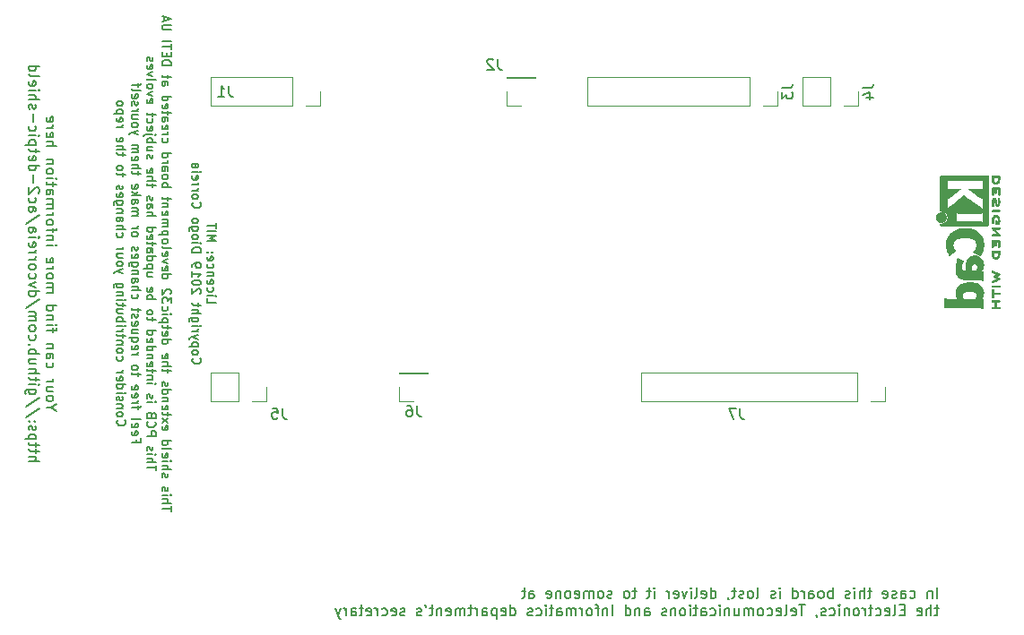
<source format=gbr>
G04 #@! TF.GenerationSoftware,KiCad,Pcbnew,(5.1.0-0)*
G04 #@! TF.CreationDate,2019-05-29T17:03:09+02:00*
G04 #@! TF.ProjectId,ac2-detpic-shield,6163322d-6465-4747-9069-632d73686965,rev?*
G04 #@! TF.SameCoordinates,Original*
G04 #@! TF.FileFunction,Legend,Bot*
G04 #@! TF.FilePolarity,Positive*
%FSLAX46Y46*%
G04 Gerber Fmt 4.6, Leading zero omitted, Abs format (unit mm)*
G04 Created by KiCad (PCBNEW (5.1.0-0)) date 2019-05-29 17:03:09*
%MOMM*%
%LPD*%
G04 APERTURE LIST*
%ADD10C,0.150000*%
%ADD11C,0.010000*%
%ADD12C,0.120000*%
G04 APERTURE END LIST*
D10*
X148162476Y-62755047D02*
X148162476Y-63159809D01*
X149012476Y-63159809D01*
X148162476Y-62471714D02*
X148729142Y-62471714D01*
X149012476Y-62471714D02*
X148972000Y-62512190D01*
X148931523Y-62471714D01*
X148972000Y-62431238D01*
X149012476Y-62471714D01*
X148931523Y-62471714D01*
X148202952Y-61702666D02*
X148162476Y-61783619D01*
X148162476Y-61945523D01*
X148202952Y-62026476D01*
X148243428Y-62066952D01*
X148324380Y-62107428D01*
X148567238Y-62107428D01*
X148648190Y-62066952D01*
X148688666Y-62026476D01*
X148729142Y-61945523D01*
X148729142Y-61783619D01*
X148688666Y-61702666D01*
X148202952Y-61014571D02*
X148162476Y-61095523D01*
X148162476Y-61257428D01*
X148202952Y-61338380D01*
X148283904Y-61378857D01*
X148607714Y-61378857D01*
X148688666Y-61338380D01*
X148729142Y-61257428D01*
X148729142Y-61095523D01*
X148688666Y-61014571D01*
X148607714Y-60974095D01*
X148526761Y-60974095D01*
X148445809Y-61378857D01*
X148729142Y-60609809D02*
X148162476Y-60609809D01*
X148648190Y-60609809D02*
X148688666Y-60569333D01*
X148729142Y-60488380D01*
X148729142Y-60366952D01*
X148688666Y-60286000D01*
X148607714Y-60245523D01*
X148162476Y-60245523D01*
X148202952Y-59476476D02*
X148162476Y-59557428D01*
X148162476Y-59719333D01*
X148202952Y-59800285D01*
X148243428Y-59840761D01*
X148324380Y-59881238D01*
X148567238Y-59881238D01*
X148648190Y-59840761D01*
X148688666Y-59800285D01*
X148729142Y-59719333D01*
X148729142Y-59557428D01*
X148688666Y-59476476D01*
X148202952Y-58788380D02*
X148162476Y-58869333D01*
X148162476Y-59031238D01*
X148202952Y-59112190D01*
X148283904Y-59152666D01*
X148607714Y-59152666D01*
X148688666Y-59112190D01*
X148729142Y-59031238D01*
X148729142Y-58869333D01*
X148688666Y-58788380D01*
X148607714Y-58747904D01*
X148526761Y-58747904D01*
X148445809Y-59152666D01*
X148243428Y-58383619D02*
X148202952Y-58343142D01*
X148162476Y-58383619D01*
X148202952Y-58424095D01*
X148243428Y-58383619D01*
X148162476Y-58383619D01*
X148688666Y-58383619D02*
X148648190Y-58343142D01*
X148607714Y-58383619D01*
X148648190Y-58424095D01*
X148688666Y-58383619D01*
X148607714Y-58383619D01*
X148162476Y-57331238D02*
X149012476Y-57331238D01*
X148405333Y-57047904D01*
X149012476Y-56764571D01*
X148162476Y-56764571D01*
X148162476Y-56359809D02*
X149012476Y-56359809D01*
X149012476Y-56076476D02*
X149012476Y-55590761D01*
X148162476Y-55833619D02*
X149012476Y-55833619D01*
X146818428Y-68401476D02*
X146777952Y-68441952D01*
X146737476Y-68563380D01*
X146737476Y-68644333D01*
X146777952Y-68765761D01*
X146858904Y-68846714D01*
X146939857Y-68887190D01*
X147101761Y-68927666D01*
X147223190Y-68927666D01*
X147385095Y-68887190D01*
X147466047Y-68846714D01*
X147547000Y-68765761D01*
X147587476Y-68644333D01*
X147587476Y-68563380D01*
X147547000Y-68441952D01*
X147506523Y-68401476D01*
X146737476Y-67915761D02*
X146777952Y-67996714D01*
X146818428Y-68037190D01*
X146899380Y-68077666D01*
X147142238Y-68077666D01*
X147223190Y-68037190D01*
X147263666Y-67996714D01*
X147304142Y-67915761D01*
X147304142Y-67794333D01*
X147263666Y-67713380D01*
X147223190Y-67672904D01*
X147142238Y-67632428D01*
X146899380Y-67632428D01*
X146818428Y-67672904D01*
X146777952Y-67713380D01*
X146737476Y-67794333D01*
X146737476Y-67915761D01*
X147304142Y-67268142D02*
X146454142Y-67268142D01*
X147263666Y-67268142D02*
X147304142Y-67187190D01*
X147304142Y-67025285D01*
X147263666Y-66944333D01*
X147223190Y-66903857D01*
X147142238Y-66863380D01*
X146899380Y-66863380D01*
X146818428Y-66903857D01*
X146777952Y-66944333D01*
X146737476Y-67025285D01*
X146737476Y-67187190D01*
X146777952Y-67268142D01*
X147304142Y-66580047D02*
X146737476Y-66377666D01*
X147304142Y-66175285D02*
X146737476Y-66377666D01*
X146535095Y-66458619D01*
X146494619Y-66499095D01*
X146454142Y-66580047D01*
X146737476Y-65851476D02*
X147304142Y-65851476D01*
X147142238Y-65851476D02*
X147223190Y-65811000D01*
X147263666Y-65770523D01*
X147304142Y-65689571D01*
X147304142Y-65608619D01*
X146737476Y-65325285D02*
X147304142Y-65325285D01*
X147587476Y-65325285D02*
X147547000Y-65365761D01*
X147506523Y-65325285D01*
X147547000Y-65284809D01*
X147587476Y-65325285D01*
X147506523Y-65325285D01*
X147304142Y-64556238D02*
X146616047Y-64556238D01*
X146535095Y-64596714D01*
X146494619Y-64637190D01*
X146454142Y-64718142D01*
X146454142Y-64839571D01*
X146494619Y-64920523D01*
X146777952Y-64556238D02*
X146737476Y-64637190D01*
X146737476Y-64799095D01*
X146777952Y-64880047D01*
X146818428Y-64920523D01*
X146899380Y-64961000D01*
X147142238Y-64961000D01*
X147223190Y-64920523D01*
X147263666Y-64880047D01*
X147304142Y-64799095D01*
X147304142Y-64637190D01*
X147263666Y-64556238D01*
X146737476Y-64151476D02*
X147587476Y-64151476D01*
X146737476Y-63787190D02*
X147182714Y-63787190D01*
X147263666Y-63827666D01*
X147304142Y-63908619D01*
X147304142Y-64030047D01*
X147263666Y-64111000D01*
X147223190Y-64151476D01*
X147304142Y-63503857D02*
X147304142Y-63180047D01*
X147587476Y-63382428D02*
X146858904Y-63382428D01*
X146777952Y-63341952D01*
X146737476Y-63261000D01*
X146737476Y-63180047D01*
X147506523Y-62289571D02*
X147547000Y-62249095D01*
X147587476Y-62168142D01*
X147587476Y-61965761D01*
X147547000Y-61884809D01*
X147506523Y-61844333D01*
X147425571Y-61803857D01*
X147344619Y-61803857D01*
X147223190Y-61844333D01*
X146737476Y-62330047D01*
X146737476Y-61803857D01*
X147587476Y-61277666D02*
X147587476Y-61196714D01*
X147547000Y-61115761D01*
X147506523Y-61075285D01*
X147425571Y-61034809D01*
X147263666Y-60994333D01*
X147061285Y-60994333D01*
X146899380Y-61034809D01*
X146818428Y-61075285D01*
X146777952Y-61115761D01*
X146737476Y-61196714D01*
X146737476Y-61277666D01*
X146777952Y-61358619D01*
X146818428Y-61399095D01*
X146899380Y-61439571D01*
X147061285Y-61480047D01*
X147263666Y-61480047D01*
X147425571Y-61439571D01*
X147506523Y-61399095D01*
X147547000Y-61358619D01*
X147587476Y-61277666D01*
X146737476Y-60184809D02*
X146737476Y-60670523D01*
X146737476Y-60427666D02*
X147587476Y-60427666D01*
X147466047Y-60508619D01*
X147385095Y-60589571D01*
X147344619Y-60670523D01*
X146737476Y-59780047D02*
X146737476Y-59618142D01*
X146777952Y-59537190D01*
X146818428Y-59496714D01*
X146939857Y-59415761D01*
X147101761Y-59375285D01*
X147425571Y-59375285D01*
X147506523Y-59415761D01*
X147547000Y-59456238D01*
X147587476Y-59537190D01*
X147587476Y-59699095D01*
X147547000Y-59780047D01*
X147506523Y-59820523D01*
X147425571Y-59861000D01*
X147223190Y-59861000D01*
X147142238Y-59820523D01*
X147101761Y-59780047D01*
X147061285Y-59699095D01*
X147061285Y-59537190D01*
X147101761Y-59456238D01*
X147142238Y-59415761D01*
X147223190Y-59375285D01*
X146737476Y-58363380D02*
X147587476Y-58363380D01*
X147587476Y-58161000D01*
X147547000Y-58039571D01*
X147466047Y-57958619D01*
X147385095Y-57918142D01*
X147223190Y-57877666D01*
X147101761Y-57877666D01*
X146939857Y-57918142D01*
X146858904Y-57958619D01*
X146777952Y-58039571D01*
X146737476Y-58161000D01*
X146737476Y-58363380D01*
X146737476Y-57513380D02*
X147304142Y-57513380D01*
X147587476Y-57513380D02*
X147547000Y-57553857D01*
X147506523Y-57513380D01*
X147547000Y-57472904D01*
X147587476Y-57513380D01*
X147506523Y-57513380D01*
X146737476Y-56987190D02*
X146777952Y-57068142D01*
X146818428Y-57108619D01*
X146899380Y-57149095D01*
X147142238Y-57149095D01*
X147223190Y-57108619D01*
X147263666Y-57068142D01*
X147304142Y-56987190D01*
X147304142Y-56865761D01*
X147263666Y-56784809D01*
X147223190Y-56744333D01*
X147142238Y-56703857D01*
X146899380Y-56703857D01*
X146818428Y-56744333D01*
X146777952Y-56784809D01*
X146737476Y-56865761D01*
X146737476Y-56987190D01*
X147304142Y-55975285D02*
X146616047Y-55975285D01*
X146535095Y-56015761D01*
X146494619Y-56056238D01*
X146454142Y-56137190D01*
X146454142Y-56258619D01*
X146494619Y-56339571D01*
X146777952Y-55975285D02*
X146737476Y-56056238D01*
X146737476Y-56218142D01*
X146777952Y-56299095D01*
X146818428Y-56339571D01*
X146899380Y-56380047D01*
X147142238Y-56380047D01*
X147223190Y-56339571D01*
X147263666Y-56299095D01*
X147304142Y-56218142D01*
X147304142Y-56056238D01*
X147263666Y-55975285D01*
X146737476Y-55449095D02*
X146777952Y-55530047D01*
X146818428Y-55570523D01*
X146899380Y-55611000D01*
X147142238Y-55611000D01*
X147223190Y-55570523D01*
X147263666Y-55530047D01*
X147304142Y-55449095D01*
X147304142Y-55327666D01*
X147263666Y-55246714D01*
X147223190Y-55206238D01*
X147142238Y-55165761D01*
X146899380Y-55165761D01*
X146818428Y-55206238D01*
X146777952Y-55246714D01*
X146737476Y-55327666D01*
X146737476Y-55449095D01*
X146818428Y-53668142D02*
X146777952Y-53708619D01*
X146737476Y-53830047D01*
X146737476Y-53911000D01*
X146777952Y-54032428D01*
X146858904Y-54113380D01*
X146939857Y-54153857D01*
X147101761Y-54194333D01*
X147223190Y-54194333D01*
X147385095Y-54153857D01*
X147466047Y-54113380D01*
X147547000Y-54032428D01*
X147587476Y-53911000D01*
X147587476Y-53830047D01*
X147547000Y-53708619D01*
X147506523Y-53668142D01*
X146737476Y-53182428D02*
X146777952Y-53263380D01*
X146818428Y-53303857D01*
X146899380Y-53344333D01*
X147142238Y-53344333D01*
X147223190Y-53303857D01*
X147263666Y-53263380D01*
X147304142Y-53182428D01*
X147304142Y-53061000D01*
X147263666Y-52980047D01*
X147223190Y-52939571D01*
X147142238Y-52899095D01*
X146899380Y-52899095D01*
X146818428Y-52939571D01*
X146777952Y-52980047D01*
X146737476Y-53061000D01*
X146737476Y-53182428D01*
X146737476Y-52534809D02*
X147304142Y-52534809D01*
X147142238Y-52534809D02*
X147223190Y-52494333D01*
X147263666Y-52453857D01*
X147304142Y-52372904D01*
X147304142Y-52291952D01*
X146737476Y-52008619D02*
X147304142Y-52008619D01*
X147142238Y-52008619D02*
X147223190Y-51968142D01*
X147263666Y-51927666D01*
X147304142Y-51846714D01*
X147304142Y-51765761D01*
X146777952Y-51158619D02*
X146737476Y-51239571D01*
X146737476Y-51401476D01*
X146777952Y-51482428D01*
X146858904Y-51522904D01*
X147182714Y-51522904D01*
X147263666Y-51482428D01*
X147304142Y-51401476D01*
X147304142Y-51239571D01*
X147263666Y-51158619D01*
X147182714Y-51118142D01*
X147101761Y-51118142D01*
X147020809Y-51522904D01*
X146737476Y-50753857D02*
X147304142Y-50753857D01*
X147587476Y-50753857D02*
X147547000Y-50794333D01*
X147506523Y-50753857D01*
X147547000Y-50713380D01*
X147587476Y-50753857D01*
X147506523Y-50753857D01*
X146737476Y-49984809D02*
X147182714Y-49984809D01*
X147263666Y-50025285D01*
X147304142Y-50106238D01*
X147304142Y-50268142D01*
X147263666Y-50349095D01*
X146777952Y-49984809D02*
X146737476Y-50065761D01*
X146737476Y-50268142D01*
X146777952Y-50349095D01*
X146858904Y-50389571D01*
X146939857Y-50389571D01*
X147020809Y-50349095D01*
X147061285Y-50268142D01*
X147061285Y-50065761D01*
X147101761Y-49984809D01*
X144737476Y-82851476D02*
X144737476Y-82365761D01*
X143887476Y-82608619D02*
X144737476Y-82608619D01*
X143887476Y-82082428D02*
X144737476Y-82082428D01*
X143887476Y-81718142D02*
X144332714Y-81718142D01*
X144413666Y-81758619D01*
X144454142Y-81839571D01*
X144454142Y-81961000D01*
X144413666Y-82041952D01*
X144373190Y-82082428D01*
X143887476Y-81313380D02*
X144454142Y-81313380D01*
X144737476Y-81313380D02*
X144697000Y-81353857D01*
X144656523Y-81313380D01*
X144697000Y-81272904D01*
X144737476Y-81313380D01*
X144656523Y-81313380D01*
X143927952Y-80949095D02*
X143887476Y-80868142D01*
X143887476Y-80706238D01*
X143927952Y-80625285D01*
X144008904Y-80584809D01*
X144049380Y-80584809D01*
X144130333Y-80625285D01*
X144170809Y-80706238D01*
X144170809Y-80827666D01*
X144211285Y-80908619D01*
X144292238Y-80949095D01*
X144332714Y-80949095D01*
X144413666Y-80908619D01*
X144454142Y-80827666D01*
X144454142Y-80706238D01*
X144413666Y-80625285D01*
X143927952Y-79613380D02*
X143887476Y-79532428D01*
X143887476Y-79370523D01*
X143927952Y-79289571D01*
X144008904Y-79249095D01*
X144049380Y-79249095D01*
X144130333Y-79289571D01*
X144170809Y-79370523D01*
X144170809Y-79491952D01*
X144211285Y-79572904D01*
X144292238Y-79613380D01*
X144332714Y-79613380D01*
X144413666Y-79572904D01*
X144454142Y-79491952D01*
X144454142Y-79370523D01*
X144413666Y-79289571D01*
X143887476Y-78884809D02*
X144737476Y-78884809D01*
X143887476Y-78520523D02*
X144332714Y-78520523D01*
X144413666Y-78561000D01*
X144454142Y-78641952D01*
X144454142Y-78763380D01*
X144413666Y-78844333D01*
X144373190Y-78884809D01*
X143887476Y-78115761D02*
X144454142Y-78115761D01*
X144737476Y-78115761D02*
X144697000Y-78156238D01*
X144656523Y-78115761D01*
X144697000Y-78075285D01*
X144737476Y-78115761D01*
X144656523Y-78115761D01*
X143927952Y-77387190D02*
X143887476Y-77468142D01*
X143887476Y-77630047D01*
X143927952Y-77711000D01*
X144008904Y-77751476D01*
X144332714Y-77751476D01*
X144413666Y-77711000D01*
X144454142Y-77630047D01*
X144454142Y-77468142D01*
X144413666Y-77387190D01*
X144332714Y-77346714D01*
X144251761Y-77346714D01*
X144170809Y-77751476D01*
X143887476Y-76861000D02*
X143927952Y-76941952D01*
X144008904Y-76982428D01*
X144737476Y-76982428D01*
X143887476Y-76172904D02*
X144737476Y-76172904D01*
X143927952Y-76172904D02*
X143887476Y-76253857D01*
X143887476Y-76415761D01*
X143927952Y-76496714D01*
X143968428Y-76537190D01*
X144049380Y-76577666D01*
X144292238Y-76577666D01*
X144373190Y-76537190D01*
X144413666Y-76496714D01*
X144454142Y-76415761D01*
X144454142Y-76253857D01*
X144413666Y-76172904D01*
X143927952Y-74796714D02*
X143887476Y-74877666D01*
X143887476Y-75039571D01*
X143927952Y-75120523D01*
X144008904Y-75161000D01*
X144332714Y-75161000D01*
X144413666Y-75120523D01*
X144454142Y-75039571D01*
X144454142Y-74877666D01*
X144413666Y-74796714D01*
X144332714Y-74756238D01*
X144251761Y-74756238D01*
X144170809Y-75161000D01*
X143887476Y-74472904D02*
X144454142Y-74027666D01*
X144454142Y-74472904D02*
X143887476Y-74027666D01*
X144454142Y-73825285D02*
X144454142Y-73501476D01*
X144737476Y-73703857D02*
X144008904Y-73703857D01*
X143927952Y-73663380D01*
X143887476Y-73582428D01*
X143887476Y-73501476D01*
X143927952Y-72894333D02*
X143887476Y-72975285D01*
X143887476Y-73137190D01*
X143927952Y-73218142D01*
X144008904Y-73258619D01*
X144332714Y-73258619D01*
X144413666Y-73218142D01*
X144454142Y-73137190D01*
X144454142Y-72975285D01*
X144413666Y-72894333D01*
X144332714Y-72853857D01*
X144251761Y-72853857D01*
X144170809Y-73258619D01*
X144454142Y-72489571D02*
X143887476Y-72489571D01*
X144373190Y-72489571D02*
X144413666Y-72449095D01*
X144454142Y-72368142D01*
X144454142Y-72246714D01*
X144413666Y-72165761D01*
X144332714Y-72125285D01*
X143887476Y-72125285D01*
X143887476Y-71356238D02*
X144737476Y-71356238D01*
X143927952Y-71356238D02*
X143887476Y-71437190D01*
X143887476Y-71599095D01*
X143927952Y-71680047D01*
X143968428Y-71720523D01*
X144049380Y-71761000D01*
X144292238Y-71761000D01*
X144373190Y-71720523D01*
X144413666Y-71680047D01*
X144454142Y-71599095D01*
X144454142Y-71437190D01*
X144413666Y-71356238D01*
X143927952Y-70991952D02*
X143887476Y-70911000D01*
X143887476Y-70749095D01*
X143927952Y-70668142D01*
X144008904Y-70627666D01*
X144049380Y-70627666D01*
X144130333Y-70668142D01*
X144170809Y-70749095D01*
X144170809Y-70870523D01*
X144211285Y-70951476D01*
X144292238Y-70991952D01*
X144332714Y-70991952D01*
X144413666Y-70951476D01*
X144454142Y-70870523D01*
X144454142Y-70749095D01*
X144413666Y-70668142D01*
X144454142Y-69737190D02*
X144454142Y-69413380D01*
X144737476Y-69615761D02*
X144008904Y-69615761D01*
X143927952Y-69575285D01*
X143887476Y-69494333D01*
X143887476Y-69413380D01*
X143887476Y-69130047D02*
X144737476Y-69130047D01*
X143887476Y-68765761D02*
X144332714Y-68765761D01*
X144413666Y-68806238D01*
X144454142Y-68887190D01*
X144454142Y-69008619D01*
X144413666Y-69089571D01*
X144373190Y-69130047D01*
X143927952Y-68037190D02*
X143887476Y-68118142D01*
X143887476Y-68280047D01*
X143927952Y-68361000D01*
X144008904Y-68401476D01*
X144332714Y-68401476D01*
X144413666Y-68361000D01*
X144454142Y-68280047D01*
X144454142Y-68118142D01*
X144413666Y-68037190D01*
X144332714Y-67996714D01*
X144251761Y-67996714D01*
X144170809Y-68401476D01*
X143887476Y-66620523D02*
X144737476Y-66620523D01*
X143927952Y-66620523D02*
X143887476Y-66701476D01*
X143887476Y-66863380D01*
X143927952Y-66944333D01*
X143968428Y-66984809D01*
X144049380Y-67025285D01*
X144292238Y-67025285D01*
X144373190Y-66984809D01*
X144413666Y-66944333D01*
X144454142Y-66863380D01*
X144454142Y-66701476D01*
X144413666Y-66620523D01*
X143927952Y-65891952D02*
X143887476Y-65972904D01*
X143887476Y-66134809D01*
X143927952Y-66215761D01*
X144008904Y-66256238D01*
X144332714Y-66256238D01*
X144413666Y-66215761D01*
X144454142Y-66134809D01*
X144454142Y-65972904D01*
X144413666Y-65891952D01*
X144332714Y-65851476D01*
X144251761Y-65851476D01*
X144170809Y-66256238D01*
X144454142Y-65608619D02*
X144454142Y-65284809D01*
X144737476Y-65487190D02*
X144008904Y-65487190D01*
X143927952Y-65446714D01*
X143887476Y-65365761D01*
X143887476Y-65284809D01*
X144454142Y-65001476D02*
X143604142Y-65001476D01*
X144413666Y-65001476D02*
X144454142Y-64920523D01*
X144454142Y-64758619D01*
X144413666Y-64677666D01*
X144373190Y-64637190D01*
X144292238Y-64596714D01*
X144049380Y-64596714D01*
X143968428Y-64637190D01*
X143927952Y-64677666D01*
X143887476Y-64758619D01*
X143887476Y-64920523D01*
X143927952Y-65001476D01*
X143887476Y-64232428D02*
X144454142Y-64232428D01*
X144737476Y-64232428D02*
X144697000Y-64272904D01*
X144656523Y-64232428D01*
X144697000Y-64191952D01*
X144737476Y-64232428D01*
X144656523Y-64232428D01*
X143927952Y-63463380D02*
X143887476Y-63544333D01*
X143887476Y-63706238D01*
X143927952Y-63787190D01*
X143968428Y-63827666D01*
X144049380Y-63868142D01*
X144292238Y-63868142D01*
X144373190Y-63827666D01*
X144413666Y-63787190D01*
X144454142Y-63706238D01*
X144454142Y-63544333D01*
X144413666Y-63463380D01*
X144737476Y-63180047D02*
X144737476Y-62653857D01*
X144413666Y-62937190D01*
X144413666Y-62815761D01*
X144373190Y-62734809D01*
X144332714Y-62694333D01*
X144251761Y-62653857D01*
X144049380Y-62653857D01*
X143968428Y-62694333D01*
X143927952Y-62734809D01*
X143887476Y-62815761D01*
X143887476Y-63058619D01*
X143927952Y-63139571D01*
X143968428Y-63180047D01*
X144656523Y-62330047D02*
X144697000Y-62289571D01*
X144737476Y-62208619D01*
X144737476Y-62006238D01*
X144697000Y-61925285D01*
X144656523Y-61884809D01*
X144575571Y-61844333D01*
X144494619Y-61844333D01*
X144373190Y-61884809D01*
X143887476Y-62370523D01*
X143887476Y-61844333D01*
X143887476Y-60468142D02*
X144737476Y-60468142D01*
X143927952Y-60468142D02*
X143887476Y-60549095D01*
X143887476Y-60711000D01*
X143927952Y-60791952D01*
X143968428Y-60832428D01*
X144049380Y-60872904D01*
X144292238Y-60872904D01*
X144373190Y-60832428D01*
X144413666Y-60791952D01*
X144454142Y-60711000D01*
X144454142Y-60549095D01*
X144413666Y-60468142D01*
X143927952Y-59739571D02*
X143887476Y-59820523D01*
X143887476Y-59982428D01*
X143927952Y-60063380D01*
X144008904Y-60103857D01*
X144332714Y-60103857D01*
X144413666Y-60063380D01*
X144454142Y-59982428D01*
X144454142Y-59820523D01*
X144413666Y-59739571D01*
X144332714Y-59699095D01*
X144251761Y-59699095D01*
X144170809Y-60103857D01*
X144454142Y-59415761D02*
X143887476Y-59213380D01*
X144454142Y-59011000D01*
X143927952Y-58363380D02*
X143887476Y-58444333D01*
X143887476Y-58606238D01*
X143927952Y-58687190D01*
X144008904Y-58727666D01*
X144332714Y-58727666D01*
X144413666Y-58687190D01*
X144454142Y-58606238D01*
X144454142Y-58444333D01*
X144413666Y-58363380D01*
X144332714Y-58322904D01*
X144251761Y-58322904D01*
X144170809Y-58727666D01*
X143887476Y-57837190D02*
X143927952Y-57918142D01*
X144008904Y-57958619D01*
X144737476Y-57958619D01*
X143887476Y-57391952D02*
X143927952Y-57472904D01*
X143968428Y-57513380D01*
X144049380Y-57553857D01*
X144292238Y-57553857D01*
X144373190Y-57513380D01*
X144413666Y-57472904D01*
X144454142Y-57391952D01*
X144454142Y-57270523D01*
X144413666Y-57189571D01*
X144373190Y-57149095D01*
X144292238Y-57108619D01*
X144049380Y-57108619D01*
X143968428Y-57149095D01*
X143927952Y-57189571D01*
X143887476Y-57270523D01*
X143887476Y-57391952D01*
X144454142Y-56744333D02*
X143604142Y-56744333D01*
X144413666Y-56744333D02*
X144454142Y-56663380D01*
X144454142Y-56501476D01*
X144413666Y-56420523D01*
X144373190Y-56380047D01*
X144292238Y-56339571D01*
X144049380Y-56339571D01*
X143968428Y-56380047D01*
X143927952Y-56420523D01*
X143887476Y-56501476D01*
X143887476Y-56663380D01*
X143927952Y-56744333D01*
X143887476Y-55975285D02*
X144454142Y-55975285D01*
X144373190Y-55975285D02*
X144413666Y-55934809D01*
X144454142Y-55853857D01*
X144454142Y-55732428D01*
X144413666Y-55651476D01*
X144332714Y-55611000D01*
X143887476Y-55611000D01*
X144332714Y-55611000D02*
X144413666Y-55570523D01*
X144454142Y-55489571D01*
X144454142Y-55368142D01*
X144413666Y-55287190D01*
X144332714Y-55246714D01*
X143887476Y-55246714D01*
X143927952Y-54518142D02*
X143887476Y-54599095D01*
X143887476Y-54761000D01*
X143927952Y-54841952D01*
X144008904Y-54882428D01*
X144332714Y-54882428D01*
X144413666Y-54841952D01*
X144454142Y-54761000D01*
X144454142Y-54599095D01*
X144413666Y-54518142D01*
X144332714Y-54477666D01*
X144251761Y-54477666D01*
X144170809Y-54882428D01*
X144454142Y-54113380D02*
X143887476Y-54113380D01*
X144373190Y-54113380D02*
X144413666Y-54072904D01*
X144454142Y-53991952D01*
X144454142Y-53870523D01*
X144413666Y-53789571D01*
X144332714Y-53749095D01*
X143887476Y-53749095D01*
X144454142Y-53465761D02*
X144454142Y-53141952D01*
X144737476Y-53344333D02*
X144008904Y-53344333D01*
X143927952Y-53303857D01*
X143887476Y-53222904D01*
X143887476Y-53141952D01*
X143887476Y-52211000D02*
X144737476Y-52211000D01*
X144413666Y-52211000D02*
X144454142Y-52130047D01*
X144454142Y-51968142D01*
X144413666Y-51887190D01*
X144373190Y-51846714D01*
X144292238Y-51806238D01*
X144049380Y-51806238D01*
X143968428Y-51846714D01*
X143927952Y-51887190D01*
X143887476Y-51968142D01*
X143887476Y-52130047D01*
X143927952Y-52211000D01*
X143887476Y-51320523D02*
X143927952Y-51401476D01*
X143968428Y-51441952D01*
X144049380Y-51482428D01*
X144292238Y-51482428D01*
X144373190Y-51441952D01*
X144413666Y-51401476D01*
X144454142Y-51320523D01*
X144454142Y-51199095D01*
X144413666Y-51118142D01*
X144373190Y-51077666D01*
X144292238Y-51037190D01*
X144049380Y-51037190D01*
X143968428Y-51077666D01*
X143927952Y-51118142D01*
X143887476Y-51199095D01*
X143887476Y-51320523D01*
X143887476Y-50308619D02*
X144332714Y-50308619D01*
X144413666Y-50349095D01*
X144454142Y-50430047D01*
X144454142Y-50591952D01*
X144413666Y-50672904D01*
X143927952Y-50308619D02*
X143887476Y-50389571D01*
X143887476Y-50591952D01*
X143927952Y-50672904D01*
X144008904Y-50713380D01*
X144089857Y-50713380D01*
X144170809Y-50672904D01*
X144211285Y-50591952D01*
X144211285Y-50389571D01*
X144251761Y-50308619D01*
X143887476Y-49903857D02*
X144454142Y-49903857D01*
X144292238Y-49903857D02*
X144373190Y-49863380D01*
X144413666Y-49822904D01*
X144454142Y-49741952D01*
X144454142Y-49661000D01*
X143887476Y-49013380D02*
X144737476Y-49013380D01*
X143927952Y-49013380D02*
X143887476Y-49094333D01*
X143887476Y-49256238D01*
X143927952Y-49337190D01*
X143968428Y-49377666D01*
X144049380Y-49418142D01*
X144292238Y-49418142D01*
X144373190Y-49377666D01*
X144413666Y-49337190D01*
X144454142Y-49256238D01*
X144454142Y-49094333D01*
X144413666Y-49013380D01*
X143927952Y-47596714D02*
X143887476Y-47677666D01*
X143887476Y-47839571D01*
X143927952Y-47920523D01*
X143968428Y-47961000D01*
X144049380Y-48001476D01*
X144292238Y-48001476D01*
X144373190Y-47961000D01*
X144413666Y-47920523D01*
X144454142Y-47839571D01*
X144454142Y-47677666D01*
X144413666Y-47596714D01*
X143887476Y-47232428D02*
X144454142Y-47232428D01*
X144292238Y-47232428D02*
X144373190Y-47191952D01*
X144413666Y-47151476D01*
X144454142Y-47070523D01*
X144454142Y-46989571D01*
X143927952Y-46382428D02*
X143887476Y-46463380D01*
X143887476Y-46625285D01*
X143927952Y-46706238D01*
X144008904Y-46746714D01*
X144332714Y-46746714D01*
X144413666Y-46706238D01*
X144454142Y-46625285D01*
X144454142Y-46463380D01*
X144413666Y-46382428D01*
X144332714Y-46341952D01*
X144251761Y-46341952D01*
X144170809Y-46746714D01*
X143887476Y-45613380D02*
X144332714Y-45613380D01*
X144413666Y-45653857D01*
X144454142Y-45734809D01*
X144454142Y-45896714D01*
X144413666Y-45977666D01*
X143927952Y-45613380D02*
X143887476Y-45694333D01*
X143887476Y-45896714D01*
X143927952Y-45977666D01*
X144008904Y-46018142D01*
X144089857Y-46018142D01*
X144170809Y-45977666D01*
X144211285Y-45896714D01*
X144211285Y-45694333D01*
X144251761Y-45613380D01*
X144454142Y-45330047D02*
X144454142Y-45006238D01*
X144737476Y-45208619D02*
X144008904Y-45208619D01*
X143927952Y-45168142D01*
X143887476Y-45087190D01*
X143887476Y-45006238D01*
X143927952Y-44399095D02*
X143887476Y-44480047D01*
X143887476Y-44641952D01*
X143927952Y-44722904D01*
X144008904Y-44763380D01*
X144332714Y-44763380D01*
X144413666Y-44722904D01*
X144454142Y-44641952D01*
X144454142Y-44480047D01*
X144413666Y-44399095D01*
X144332714Y-44358619D01*
X144251761Y-44358619D01*
X144170809Y-44763380D01*
X143887476Y-43630047D02*
X144737476Y-43630047D01*
X143927952Y-43630047D02*
X143887476Y-43711000D01*
X143887476Y-43872904D01*
X143927952Y-43953857D01*
X143968428Y-43994333D01*
X144049380Y-44034809D01*
X144292238Y-44034809D01*
X144373190Y-43994333D01*
X144413666Y-43953857D01*
X144454142Y-43872904D01*
X144454142Y-43711000D01*
X144413666Y-43630047D01*
X143887476Y-42213380D02*
X144332714Y-42213380D01*
X144413666Y-42253857D01*
X144454142Y-42334809D01*
X144454142Y-42496714D01*
X144413666Y-42577666D01*
X143927952Y-42213380D02*
X143887476Y-42294333D01*
X143887476Y-42496714D01*
X143927952Y-42577666D01*
X144008904Y-42618142D01*
X144089857Y-42618142D01*
X144170809Y-42577666D01*
X144211285Y-42496714D01*
X144211285Y-42294333D01*
X144251761Y-42213380D01*
X144454142Y-41930047D02*
X144454142Y-41606238D01*
X144737476Y-41808619D02*
X144008904Y-41808619D01*
X143927952Y-41768142D01*
X143887476Y-41687190D01*
X143887476Y-41606238D01*
X143887476Y-40675285D02*
X144737476Y-40675285D01*
X144737476Y-40472904D01*
X144697000Y-40351476D01*
X144616047Y-40270523D01*
X144535095Y-40230047D01*
X144373190Y-40189571D01*
X144251761Y-40189571D01*
X144089857Y-40230047D01*
X144008904Y-40270523D01*
X143927952Y-40351476D01*
X143887476Y-40472904D01*
X143887476Y-40675285D01*
X144332714Y-39825285D02*
X144332714Y-39541952D01*
X143887476Y-39420523D02*
X143887476Y-39825285D01*
X144737476Y-39825285D01*
X144737476Y-39420523D01*
X144737476Y-39177666D02*
X144737476Y-38691952D01*
X143887476Y-38934809D02*
X144737476Y-38934809D01*
X143887476Y-38408619D02*
X144737476Y-38408619D01*
X144737476Y-37356238D02*
X144049380Y-37356238D01*
X143968428Y-37315761D01*
X143927952Y-37275285D01*
X143887476Y-37194333D01*
X143887476Y-37032428D01*
X143927952Y-36951476D01*
X143968428Y-36911000D01*
X144049380Y-36870523D01*
X144737476Y-36870523D01*
X144130333Y-36506238D02*
X144130333Y-36101476D01*
X143887476Y-36587190D02*
X144737476Y-36303857D01*
X143887476Y-36020523D01*
X143312476Y-79006238D02*
X143312476Y-78520523D01*
X142462476Y-78763380D02*
X143312476Y-78763380D01*
X142462476Y-78237190D02*
X143312476Y-78237190D01*
X142462476Y-77872904D02*
X142907714Y-77872904D01*
X142988666Y-77913380D01*
X143029142Y-77994333D01*
X143029142Y-78115761D01*
X142988666Y-78196714D01*
X142948190Y-78237190D01*
X142462476Y-77468142D02*
X143029142Y-77468142D01*
X143312476Y-77468142D02*
X143272000Y-77508619D01*
X143231523Y-77468142D01*
X143272000Y-77427666D01*
X143312476Y-77468142D01*
X143231523Y-77468142D01*
X142502952Y-77103857D02*
X142462476Y-77022904D01*
X142462476Y-76861000D01*
X142502952Y-76780047D01*
X142583904Y-76739571D01*
X142624380Y-76739571D01*
X142705333Y-76780047D01*
X142745809Y-76861000D01*
X142745809Y-76982428D01*
X142786285Y-77063380D01*
X142867238Y-77103857D01*
X142907714Y-77103857D01*
X142988666Y-77063380D01*
X143029142Y-76982428D01*
X143029142Y-76861000D01*
X142988666Y-76780047D01*
X142462476Y-75727666D02*
X143312476Y-75727666D01*
X143312476Y-75403857D01*
X143272000Y-75322904D01*
X143231523Y-75282428D01*
X143150571Y-75241952D01*
X143029142Y-75241952D01*
X142948190Y-75282428D01*
X142907714Y-75322904D01*
X142867238Y-75403857D01*
X142867238Y-75727666D01*
X142543428Y-74391952D02*
X142502952Y-74432428D01*
X142462476Y-74553857D01*
X142462476Y-74634809D01*
X142502952Y-74756238D01*
X142583904Y-74837190D01*
X142664857Y-74877666D01*
X142826761Y-74918142D01*
X142948190Y-74918142D01*
X143110095Y-74877666D01*
X143191047Y-74837190D01*
X143272000Y-74756238D01*
X143312476Y-74634809D01*
X143312476Y-74553857D01*
X143272000Y-74432428D01*
X143231523Y-74391952D01*
X142907714Y-73744333D02*
X142867238Y-73622904D01*
X142826761Y-73582428D01*
X142745809Y-73541952D01*
X142624380Y-73541952D01*
X142543428Y-73582428D01*
X142502952Y-73622904D01*
X142462476Y-73703857D01*
X142462476Y-74027666D01*
X143312476Y-74027666D01*
X143312476Y-73744333D01*
X143272000Y-73663380D01*
X143231523Y-73622904D01*
X143150571Y-73582428D01*
X143069619Y-73582428D01*
X142988666Y-73622904D01*
X142948190Y-73663380D01*
X142907714Y-73744333D01*
X142907714Y-74027666D01*
X142462476Y-72530047D02*
X143029142Y-72530047D01*
X143312476Y-72530047D02*
X143272000Y-72570523D01*
X143231523Y-72530047D01*
X143272000Y-72489571D01*
X143312476Y-72530047D01*
X143231523Y-72530047D01*
X142502952Y-72165761D02*
X142462476Y-72084809D01*
X142462476Y-71922904D01*
X142502952Y-71841952D01*
X142583904Y-71801476D01*
X142624380Y-71801476D01*
X142705333Y-71841952D01*
X142745809Y-71922904D01*
X142745809Y-72044333D01*
X142786285Y-72125285D01*
X142867238Y-72165761D01*
X142907714Y-72165761D01*
X142988666Y-72125285D01*
X143029142Y-72044333D01*
X143029142Y-71922904D01*
X142988666Y-71841952D01*
X142462476Y-70789571D02*
X143029142Y-70789571D01*
X143312476Y-70789571D02*
X143272000Y-70830047D01*
X143231523Y-70789571D01*
X143272000Y-70749095D01*
X143312476Y-70789571D01*
X143231523Y-70789571D01*
X143029142Y-70384809D02*
X142462476Y-70384809D01*
X142948190Y-70384809D02*
X142988666Y-70344333D01*
X143029142Y-70263380D01*
X143029142Y-70141952D01*
X142988666Y-70061000D01*
X142907714Y-70020523D01*
X142462476Y-70020523D01*
X143029142Y-69737190D02*
X143029142Y-69413380D01*
X143312476Y-69615761D02*
X142583904Y-69615761D01*
X142502952Y-69575285D01*
X142462476Y-69494333D01*
X142462476Y-69413380D01*
X142502952Y-68806238D02*
X142462476Y-68887190D01*
X142462476Y-69049095D01*
X142502952Y-69130047D01*
X142583904Y-69170523D01*
X142907714Y-69170523D01*
X142988666Y-69130047D01*
X143029142Y-69049095D01*
X143029142Y-68887190D01*
X142988666Y-68806238D01*
X142907714Y-68765761D01*
X142826761Y-68765761D01*
X142745809Y-69170523D01*
X143029142Y-68401476D02*
X142462476Y-68401476D01*
X142948190Y-68401476D02*
X142988666Y-68361000D01*
X143029142Y-68280047D01*
X143029142Y-68158619D01*
X142988666Y-68077666D01*
X142907714Y-68037190D01*
X142462476Y-68037190D01*
X142462476Y-67268142D02*
X143312476Y-67268142D01*
X142502952Y-67268142D02*
X142462476Y-67349095D01*
X142462476Y-67511000D01*
X142502952Y-67591952D01*
X142543428Y-67632428D01*
X142624380Y-67672904D01*
X142867238Y-67672904D01*
X142948190Y-67632428D01*
X142988666Y-67591952D01*
X143029142Y-67511000D01*
X143029142Y-67349095D01*
X142988666Y-67268142D01*
X142502952Y-66539571D02*
X142462476Y-66620523D01*
X142462476Y-66782428D01*
X142502952Y-66863380D01*
X142583904Y-66903857D01*
X142907714Y-66903857D01*
X142988666Y-66863380D01*
X143029142Y-66782428D01*
X143029142Y-66620523D01*
X142988666Y-66539571D01*
X142907714Y-66499095D01*
X142826761Y-66499095D01*
X142745809Y-66903857D01*
X142462476Y-65770523D02*
X143312476Y-65770523D01*
X142502952Y-65770523D02*
X142462476Y-65851476D01*
X142462476Y-66013380D01*
X142502952Y-66094333D01*
X142543428Y-66134809D01*
X142624380Y-66175285D01*
X142867238Y-66175285D01*
X142948190Y-66134809D01*
X142988666Y-66094333D01*
X143029142Y-66013380D01*
X143029142Y-65851476D01*
X142988666Y-65770523D01*
X143029142Y-64839571D02*
X143029142Y-64515761D01*
X143312476Y-64718142D02*
X142583904Y-64718142D01*
X142502952Y-64677666D01*
X142462476Y-64596714D01*
X142462476Y-64515761D01*
X142462476Y-64111000D02*
X142502952Y-64191952D01*
X142543428Y-64232428D01*
X142624380Y-64272904D01*
X142867238Y-64272904D01*
X142948190Y-64232428D01*
X142988666Y-64191952D01*
X143029142Y-64111000D01*
X143029142Y-63989571D01*
X142988666Y-63908619D01*
X142948190Y-63868142D01*
X142867238Y-63827666D01*
X142624380Y-63827666D01*
X142543428Y-63868142D01*
X142502952Y-63908619D01*
X142462476Y-63989571D01*
X142462476Y-64111000D01*
X142462476Y-62815761D02*
X143312476Y-62815761D01*
X142988666Y-62815761D02*
X143029142Y-62734809D01*
X143029142Y-62572904D01*
X142988666Y-62491952D01*
X142948190Y-62451476D01*
X142867238Y-62411000D01*
X142624380Y-62411000D01*
X142543428Y-62451476D01*
X142502952Y-62491952D01*
X142462476Y-62572904D01*
X142462476Y-62734809D01*
X142502952Y-62815761D01*
X142502952Y-61722904D02*
X142462476Y-61803857D01*
X142462476Y-61965761D01*
X142502952Y-62046714D01*
X142583904Y-62087190D01*
X142907714Y-62087190D01*
X142988666Y-62046714D01*
X143029142Y-61965761D01*
X143029142Y-61803857D01*
X142988666Y-61722904D01*
X142907714Y-61682428D01*
X142826761Y-61682428D01*
X142745809Y-62087190D01*
X143029142Y-60306238D02*
X142462476Y-60306238D01*
X143029142Y-60670523D02*
X142583904Y-60670523D01*
X142502952Y-60630047D01*
X142462476Y-60549095D01*
X142462476Y-60427666D01*
X142502952Y-60346714D01*
X142543428Y-60306238D01*
X143029142Y-59901476D02*
X142179142Y-59901476D01*
X142988666Y-59901476D02*
X143029142Y-59820523D01*
X143029142Y-59658619D01*
X142988666Y-59577666D01*
X142948190Y-59537190D01*
X142867238Y-59496714D01*
X142624380Y-59496714D01*
X142543428Y-59537190D01*
X142502952Y-59577666D01*
X142462476Y-59658619D01*
X142462476Y-59820523D01*
X142502952Y-59901476D01*
X142462476Y-58768142D02*
X143312476Y-58768142D01*
X142502952Y-58768142D02*
X142462476Y-58849095D01*
X142462476Y-59011000D01*
X142502952Y-59091952D01*
X142543428Y-59132428D01*
X142624380Y-59172904D01*
X142867238Y-59172904D01*
X142948190Y-59132428D01*
X142988666Y-59091952D01*
X143029142Y-59011000D01*
X143029142Y-58849095D01*
X142988666Y-58768142D01*
X142462476Y-57999095D02*
X142907714Y-57999095D01*
X142988666Y-58039571D01*
X143029142Y-58120523D01*
X143029142Y-58282428D01*
X142988666Y-58363380D01*
X142502952Y-57999095D02*
X142462476Y-58080047D01*
X142462476Y-58282428D01*
X142502952Y-58363380D01*
X142583904Y-58403857D01*
X142664857Y-58403857D01*
X142745809Y-58363380D01*
X142786285Y-58282428D01*
X142786285Y-58080047D01*
X142826761Y-57999095D01*
X143029142Y-57715761D02*
X143029142Y-57391952D01*
X143312476Y-57594333D02*
X142583904Y-57594333D01*
X142502952Y-57553857D01*
X142462476Y-57472904D01*
X142462476Y-57391952D01*
X142502952Y-56784809D02*
X142462476Y-56865761D01*
X142462476Y-57027666D01*
X142502952Y-57108619D01*
X142583904Y-57149095D01*
X142907714Y-57149095D01*
X142988666Y-57108619D01*
X143029142Y-57027666D01*
X143029142Y-56865761D01*
X142988666Y-56784809D01*
X142907714Y-56744333D01*
X142826761Y-56744333D01*
X142745809Y-57149095D01*
X142462476Y-56015761D02*
X143312476Y-56015761D01*
X142502952Y-56015761D02*
X142462476Y-56096714D01*
X142462476Y-56258619D01*
X142502952Y-56339571D01*
X142543428Y-56380047D01*
X142624380Y-56420523D01*
X142867238Y-56420523D01*
X142948190Y-56380047D01*
X142988666Y-56339571D01*
X143029142Y-56258619D01*
X143029142Y-56096714D01*
X142988666Y-56015761D01*
X142462476Y-54963380D02*
X143312476Y-54963380D01*
X142462476Y-54599095D02*
X142907714Y-54599095D01*
X142988666Y-54639571D01*
X143029142Y-54720523D01*
X143029142Y-54841952D01*
X142988666Y-54922904D01*
X142948190Y-54963380D01*
X142462476Y-53830047D02*
X142907714Y-53830047D01*
X142988666Y-53870523D01*
X143029142Y-53951476D01*
X143029142Y-54113380D01*
X142988666Y-54194333D01*
X142502952Y-53830047D02*
X142462476Y-53910999D01*
X142462476Y-54113380D01*
X142502952Y-54194333D01*
X142583904Y-54234809D01*
X142664857Y-54234809D01*
X142745809Y-54194333D01*
X142786285Y-54113380D01*
X142786285Y-53910999D01*
X142826761Y-53830047D01*
X142502952Y-53465761D02*
X142462476Y-53384809D01*
X142462476Y-53222904D01*
X142502952Y-53141952D01*
X142583904Y-53101476D01*
X142624380Y-53101476D01*
X142705333Y-53141952D01*
X142745809Y-53222904D01*
X142745809Y-53344333D01*
X142786285Y-53425285D01*
X142867238Y-53465761D01*
X142907714Y-53465761D01*
X142988666Y-53425285D01*
X143029142Y-53344333D01*
X143029142Y-53222904D01*
X142988666Y-53141952D01*
X143029142Y-52210999D02*
X143029142Y-51887190D01*
X143312476Y-52089571D02*
X142583904Y-52089571D01*
X142502952Y-52049095D01*
X142462476Y-51968142D01*
X142462476Y-51887190D01*
X142462476Y-51603857D02*
X143312476Y-51603857D01*
X142462476Y-51239571D02*
X142907714Y-51239571D01*
X142988666Y-51280047D01*
X143029142Y-51360999D01*
X143029142Y-51482428D01*
X142988666Y-51563380D01*
X142948190Y-51603857D01*
X142502952Y-50510999D02*
X142462476Y-50591952D01*
X142462476Y-50753857D01*
X142502952Y-50834809D01*
X142583904Y-50875285D01*
X142907714Y-50875285D01*
X142988666Y-50834809D01*
X143029142Y-50753857D01*
X143029142Y-50591952D01*
X142988666Y-50510999D01*
X142907714Y-50470523D01*
X142826761Y-50470523D01*
X142745809Y-50875285D01*
X142502952Y-49499095D02*
X142462476Y-49418142D01*
X142462476Y-49256238D01*
X142502952Y-49175285D01*
X142583904Y-49134809D01*
X142624380Y-49134809D01*
X142705333Y-49175285D01*
X142745809Y-49256238D01*
X142745809Y-49377666D01*
X142786285Y-49458619D01*
X142867238Y-49499095D01*
X142907714Y-49499095D01*
X142988666Y-49458619D01*
X143029142Y-49377666D01*
X143029142Y-49256238D01*
X142988666Y-49175285D01*
X143029142Y-48406238D02*
X142462476Y-48406238D01*
X143029142Y-48770523D02*
X142583904Y-48770523D01*
X142502952Y-48730047D01*
X142462476Y-48649095D01*
X142462476Y-48527666D01*
X142502952Y-48446714D01*
X142543428Y-48406238D01*
X142462476Y-48001476D02*
X143312476Y-48001476D01*
X142988666Y-48001476D02*
X143029142Y-47920523D01*
X143029142Y-47758619D01*
X142988666Y-47677666D01*
X142948190Y-47637190D01*
X142867238Y-47596714D01*
X142624380Y-47596714D01*
X142543428Y-47637190D01*
X142502952Y-47677666D01*
X142462476Y-47758619D01*
X142462476Y-47920523D01*
X142502952Y-48001476D01*
X143029142Y-47232428D02*
X142300571Y-47232428D01*
X142219619Y-47272904D01*
X142179142Y-47353857D01*
X142179142Y-47394333D01*
X143312476Y-47232428D02*
X143272000Y-47272904D01*
X143231523Y-47232428D01*
X143272000Y-47191952D01*
X143312476Y-47232428D01*
X143231523Y-47232428D01*
X142502952Y-46503857D02*
X142462476Y-46584809D01*
X142462476Y-46746714D01*
X142502952Y-46827666D01*
X142583904Y-46868142D01*
X142907714Y-46868142D01*
X142988666Y-46827666D01*
X143029142Y-46746714D01*
X143029142Y-46584809D01*
X142988666Y-46503857D01*
X142907714Y-46463380D01*
X142826761Y-46463380D01*
X142745809Y-46868142D01*
X142502952Y-45734809D02*
X142462476Y-45815761D01*
X142462476Y-45977666D01*
X142502952Y-46058619D01*
X142543428Y-46099095D01*
X142624380Y-46139571D01*
X142867238Y-46139571D01*
X142948190Y-46099095D01*
X142988666Y-46058619D01*
X143029142Y-45977666D01*
X143029142Y-45815761D01*
X142988666Y-45734809D01*
X143029142Y-45491952D02*
X143029142Y-45168142D01*
X143312476Y-45370523D02*
X142583904Y-45370523D01*
X142502952Y-45330047D01*
X142462476Y-45249095D01*
X142462476Y-45168142D01*
X142502952Y-43913380D02*
X142462476Y-43994333D01*
X142462476Y-44156238D01*
X142502952Y-44237190D01*
X142583904Y-44277666D01*
X142907714Y-44277666D01*
X142988666Y-44237190D01*
X143029142Y-44156238D01*
X143029142Y-43994333D01*
X142988666Y-43913380D01*
X142907714Y-43872904D01*
X142826761Y-43872904D01*
X142745809Y-44277666D01*
X143029142Y-43589571D02*
X142462476Y-43387190D01*
X143029142Y-43184809D01*
X142462476Y-42739571D02*
X142502952Y-42820523D01*
X142543428Y-42860999D01*
X142624380Y-42901476D01*
X142867238Y-42901476D01*
X142948190Y-42860999D01*
X142988666Y-42820523D01*
X143029142Y-42739571D01*
X143029142Y-42618142D01*
X142988666Y-42537190D01*
X142948190Y-42496714D01*
X142867238Y-42456238D01*
X142624380Y-42456238D01*
X142543428Y-42496714D01*
X142502952Y-42537190D01*
X142462476Y-42618142D01*
X142462476Y-42739571D01*
X142462476Y-41970523D02*
X142502952Y-42051476D01*
X142583904Y-42091952D01*
X143312476Y-42091952D01*
X143029142Y-41727666D02*
X142462476Y-41525285D01*
X143029142Y-41322904D01*
X142502952Y-40675285D02*
X142462476Y-40756238D01*
X142462476Y-40918142D01*
X142502952Y-40999095D01*
X142583904Y-41039571D01*
X142907714Y-41039571D01*
X142988666Y-40999095D01*
X143029142Y-40918142D01*
X143029142Y-40756238D01*
X142988666Y-40675285D01*
X142907714Y-40634809D01*
X142826761Y-40634809D01*
X142745809Y-41039571D01*
X142502952Y-40310999D02*
X142462476Y-40230047D01*
X142462476Y-40068142D01*
X142502952Y-39987190D01*
X142583904Y-39946714D01*
X142624380Y-39946714D01*
X142705333Y-39987190D01*
X142745809Y-40068142D01*
X142745809Y-40189571D01*
X142786285Y-40270523D01*
X142867238Y-40310999D01*
X142907714Y-40310999D01*
X142988666Y-40270523D01*
X143029142Y-40189571D01*
X143029142Y-40068142D01*
X142988666Y-39987190D01*
X141482714Y-76071714D02*
X141482714Y-76355047D01*
X141037476Y-76355047D02*
X141887476Y-76355047D01*
X141887476Y-75950285D01*
X141077952Y-75302666D02*
X141037476Y-75383619D01*
X141037476Y-75545523D01*
X141077952Y-75626476D01*
X141158904Y-75666952D01*
X141482714Y-75666952D01*
X141563666Y-75626476D01*
X141604142Y-75545523D01*
X141604142Y-75383619D01*
X141563666Y-75302666D01*
X141482714Y-75262190D01*
X141401761Y-75262190D01*
X141320809Y-75666952D01*
X141077952Y-74574095D02*
X141037476Y-74655047D01*
X141037476Y-74816952D01*
X141077952Y-74897904D01*
X141158904Y-74938380D01*
X141482714Y-74938380D01*
X141563666Y-74897904D01*
X141604142Y-74816952D01*
X141604142Y-74655047D01*
X141563666Y-74574095D01*
X141482714Y-74533619D01*
X141401761Y-74533619D01*
X141320809Y-74938380D01*
X141037476Y-74047904D02*
X141077952Y-74128857D01*
X141158904Y-74169333D01*
X141887476Y-74169333D01*
X141604142Y-73197904D02*
X141604142Y-72874095D01*
X141037476Y-73076476D02*
X141766047Y-73076476D01*
X141847000Y-73036000D01*
X141887476Y-72955047D01*
X141887476Y-72874095D01*
X141037476Y-72590761D02*
X141604142Y-72590761D01*
X141442238Y-72590761D02*
X141523190Y-72550285D01*
X141563666Y-72509809D01*
X141604142Y-72428857D01*
X141604142Y-72347904D01*
X141077952Y-71740761D02*
X141037476Y-71821714D01*
X141037476Y-71983619D01*
X141077952Y-72064571D01*
X141158904Y-72105047D01*
X141482714Y-72105047D01*
X141563666Y-72064571D01*
X141604142Y-71983619D01*
X141604142Y-71821714D01*
X141563666Y-71740761D01*
X141482714Y-71700285D01*
X141401761Y-71700285D01*
X141320809Y-72105047D01*
X141077952Y-71012190D02*
X141037476Y-71093142D01*
X141037476Y-71255047D01*
X141077952Y-71336000D01*
X141158904Y-71376476D01*
X141482714Y-71376476D01*
X141563666Y-71336000D01*
X141604142Y-71255047D01*
X141604142Y-71093142D01*
X141563666Y-71012190D01*
X141482714Y-70971714D01*
X141401761Y-70971714D01*
X141320809Y-71376476D01*
X141604142Y-70081238D02*
X141604142Y-69757428D01*
X141887476Y-69959809D02*
X141158904Y-69959809D01*
X141077952Y-69919333D01*
X141037476Y-69838380D01*
X141037476Y-69757428D01*
X141037476Y-69352666D02*
X141077952Y-69433619D01*
X141118428Y-69474095D01*
X141199380Y-69514571D01*
X141442238Y-69514571D01*
X141523190Y-69474095D01*
X141563666Y-69433619D01*
X141604142Y-69352666D01*
X141604142Y-69231238D01*
X141563666Y-69150285D01*
X141523190Y-69109809D01*
X141442238Y-69069333D01*
X141199380Y-69069333D01*
X141118428Y-69109809D01*
X141077952Y-69150285D01*
X141037476Y-69231238D01*
X141037476Y-69352666D01*
X141037476Y-68057428D02*
X141604142Y-68057428D01*
X141442238Y-68057428D02*
X141523190Y-68016952D01*
X141563666Y-67976476D01*
X141604142Y-67895523D01*
X141604142Y-67814571D01*
X141077952Y-67207428D02*
X141037476Y-67288380D01*
X141037476Y-67450285D01*
X141077952Y-67531238D01*
X141158904Y-67571714D01*
X141482714Y-67571714D01*
X141563666Y-67531238D01*
X141604142Y-67450285D01*
X141604142Y-67288380D01*
X141563666Y-67207428D01*
X141482714Y-67166952D01*
X141401761Y-67166952D01*
X141320809Y-67571714D01*
X141604142Y-66438380D02*
X140754142Y-66438380D01*
X141077952Y-66438380D02*
X141037476Y-66519333D01*
X141037476Y-66681238D01*
X141077952Y-66762190D01*
X141118428Y-66802666D01*
X141199380Y-66843142D01*
X141442238Y-66843142D01*
X141523190Y-66802666D01*
X141563666Y-66762190D01*
X141604142Y-66681238D01*
X141604142Y-66519333D01*
X141563666Y-66438380D01*
X141604142Y-65669333D02*
X141037476Y-65669333D01*
X141604142Y-66033619D02*
X141158904Y-66033619D01*
X141077952Y-65993142D01*
X141037476Y-65912190D01*
X141037476Y-65790761D01*
X141077952Y-65709809D01*
X141118428Y-65669333D01*
X141077952Y-64940761D02*
X141037476Y-65021714D01*
X141037476Y-65183619D01*
X141077952Y-65264571D01*
X141158904Y-65305047D01*
X141482714Y-65305047D01*
X141563666Y-65264571D01*
X141604142Y-65183619D01*
X141604142Y-65021714D01*
X141563666Y-64940761D01*
X141482714Y-64900285D01*
X141401761Y-64900285D01*
X141320809Y-65305047D01*
X141077952Y-64576476D02*
X141037476Y-64495523D01*
X141037476Y-64333619D01*
X141077952Y-64252666D01*
X141158904Y-64212190D01*
X141199380Y-64212190D01*
X141280333Y-64252666D01*
X141320809Y-64333619D01*
X141320809Y-64455047D01*
X141361285Y-64536000D01*
X141442238Y-64576476D01*
X141482714Y-64576476D01*
X141563666Y-64536000D01*
X141604142Y-64455047D01*
X141604142Y-64333619D01*
X141563666Y-64252666D01*
X141604142Y-63969333D02*
X141604142Y-63645523D01*
X141887476Y-63847904D02*
X141158904Y-63847904D01*
X141077952Y-63807428D01*
X141037476Y-63726476D01*
X141037476Y-63645523D01*
X141077952Y-62350285D02*
X141037476Y-62431238D01*
X141037476Y-62593142D01*
X141077952Y-62674095D01*
X141118428Y-62714571D01*
X141199380Y-62755047D01*
X141442238Y-62755047D01*
X141523190Y-62714571D01*
X141563666Y-62674095D01*
X141604142Y-62593142D01*
X141604142Y-62431238D01*
X141563666Y-62350285D01*
X141037476Y-61986000D02*
X141887476Y-61986000D01*
X141037476Y-61621714D02*
X141482714Y-61621714D01*
X141563666Y-61662190D01*
X141604142Y-61743142D01*
X141604142Y-61864571D01*
X141563666Y-61945523D01*
X141523190Y-61986000D01*
X141037476Y-60852666D02*
X141482714Y-60852666D01*
X141563666Y-60893142D01*
X141604142Y-60974095D01*
X141604142Y-61136000D01*
X141563666Y-61216952D01*
X141077952Y-60852666D02*
X141037476Y-60933619D01*
X141037476Y-61136000D01*
X141077952Y-61216952D01*
X141158904Y-61257428D01*
X141239857Y-61257428D01*
X141320809Y-61216952D01*
X141361285Y-61136000D01*
X141361285Y-60933619D01*
X141401761Y-60852666D01*
X141604142Y-60447904D02*
X141037476Y-60447904D01*
X141523190Y-60447904D02*
X141563666Y-60407428D01*
X141604142Y-60326476D01*
X141604142Y-60205047D01*
X141563666Y-60124095D01*
X141482714Y-60083619D01*
X141037476Y-60083619D01*
X141604142Y-59314571D02*
X140916047Y-59314571D01*
X140835095Y-59355047D01*
X140794619Y-59395523D01*
X140754142Y-59476476D01*
X140754142Y-59597904D01*
X140794619Y-59678857D01*
X141077952Y-59314571D02*
X141037476Y-59395523D01*
X141037476Y-59557428D01*
X141077952Y-59638380D01*
X141118428Y-59678857D01*
X141199380Y-59719333D01*
X141442238Y-59719333D01*
X141523190Y-59678857D01*
X141563666Y-59638380D01*
X141604142Y-59557428D01*
X141604142Y-59395523D01*
X141563666Y-59314571D01*
X141077952Y-58586000D02*
X141037476Y-58666952D01*
X141037476Y-58828857D01*
X141077952Y-58909809D01*
X141158904Y-58950285D01*
X141482714Y-58950285D01*
X141563666Y-58909809D01*
X141604142Y-58828857D01*
X141604142Y-58666952D01*
X141563666Y-58586000D01*
X141482714Y-58545523D01*
X141401761Y-58545523D01*
X141320809Y-58950285D01*
X141077952Y-58221714D02*
X141037476Y-58140761D01*
X141037476Y-57978857D01*
X141077952Y-57897904D01*
X141158904Y-57857428D01*
X141199380Y-57857428D01*
X141280333Y-57897904D01*
X141320809Y-57978857D01*
X141320809Y-58100285D01*
X141361285Y-58181238D01*
X141442238Y-58221714D01*
X141482714Y-58221714D01*
X141563666Y-58181238D01*
X141604142Y-58100285D01*
X141604142Y-57978857D01*
X141563666Y-57897904D01*
X141037476Y-56724095D02*
X141077952Y-56805047D01*
X141118428Y-56845523D01*
X141199380Y-56886000D01*
X141442238Y-56886000D01*
X141523190Y-56845523D01*
X141563666Y-56805047D01*
X141604142Y-56724095D01*
X141604142Y-56602666D01*
X141563666Y-56521714D01*
X141523190Y-56481238D01*
X141442238Y-56440761D01*
X141199380Y-56440761D01*
X141118428Y-56481238D01*
X141077952Y-56521714D01*
X141037476Y-56602666D01*
X141037476Y-56724095D01*
X141037476Y-56076476D02*
X141604142Y-56076476D01*
X141442238Y-56076476D02*
X141523190Y-56036000D01*
X141563666Y-55995523D01*
X141604142Y-55914571D01*
X141604142Y-55833619D01*
X141037476Y-54902666D02*
X141604142Y-54902666D01*
X141523190Y-54902666D02*
X141563666Y-54862190D01*
X141604142Y-54781238D01*
X141604142Y-54659809D01*
X141563666Y-54578857D01*
X141482714Y-54538380D01*
X141037476Y-54538380D01*
X141482714Y-54538380D02*
X141563666Y-54497904D01*
X141604142Y-54416952D01*
X141604142Y-54295523D01*
X141563666Y-54214571D01*
X141482714Y-54174095D01*
X141037476Y-54174095D01*
X141037476Y-53405047D02*
X141482714Y-53405047D01*
X141563666Y-53445523D01*
X141604142Y-53526476D01*
X141604142Y-53688380D01*
X141563666Y-53769333D01*
X141077952Y-53405047D02*
X141037476Y-53486000D01*
X141037476Y-53688380D01*
X141077952Y-53769333D01*
X141158904Y-53809809D01*
X141239857Y-53809809D01*
X141320809Y-53769333D01*
X141361285Y-53688380D01*
X141361285Y-53486000D01*
X141401761Y-53405047D01*
X141037476Y-53000285D02*
X141887476Y-53000285D01*
X141361285Y-52919333D02*
X141037476Y-52676476D01*
X141604142Y-52676476D02*
X141280333Y-53000285D01*
X141077952Y-51988380D02*
X141037476Y-52069333D01*
X141037476Y-52231238D01*
X141077952Y-52312190D01*
X141158904Y-52352666D01*
X141482714Y-52352666D01*
X141563666Y-52312190D01*
X141604142Y-52231238D01*
X141604142Y-52069333D01*
X141563666Y-51988380D01*
X141482714Y-51947904D01*
X141401761Y-51947904D01*
X141320809Y-52352666D01*
X141604142Y-51057428D02*
X141604142Y-50733619D01*
X141887476Y-50936000D02*
X141158904Y-50936000D01*
X141077952Y-50895523D01*
X141037476Y-50814571D01*
X141037476Y-50733619D01*
X141037476Y-50450285D02*
X141887476Y-50450285D01*
X141037476Y-50085999D02*
X141482714Y-50085999D01*
X141563666Y-50126476D01*
X141604142Y-50207428D01*
X141604142Y-50328857D01*
X141563666Y-50409809D01*
X141523190Y-50450285D01*
X141077952Y-49357428D02*
X141037476Y-49438380D01*
X141037476Y-49600285D01*
X141077952Y-49681238D01*
X141158904Y-49721714D01*
X141482714Y-49721714D01*
X141563666Y-49681238D01*
X141604142Y-49600285D01*
X141604142Y-49438380D01*
X141563666Y-49357428D01*
X141482714Y-49316952D01*
X141401761Y-49316952D01*
X141320809Y-49721714D01*
X141037476Y-48952666D02*
X141604142Y-48952666D01*
X141523190Y-48952666D02*
X141563666Y-48912190D01*
X141604142Y-48831238D01*
X141604142Y-48709809D01*
X141563666Y-48628857D01*
X141482714Y-48588380D01*
X141037476Y-48588380D01*
X141482714Y-48588380D02*
X141563666Y-48547904D01*
X141604142Y-48466952D01*
X141604142Y-48345523D01*
X141563666Y-48264571D01*
X141482714Y-48224095D01*
X141037476Y-48224095D01*
X141604142Y-47252666D02*
X141037476Y-47050285D01*
X141604142Y-46847904D02*
X141037476Y-47050285D01*
X140835095Y-47131238D01*
X140794619Y-47171714D01*
X140754142Y-47252666D01*
X141037476Y-46402666D02*
X141077952Y-46483619D01*
X141118428Y-46524095D01*
X141199380Y-46564571D01*
X141442238Y-46564571D01*
X141523190Y-46524095D01*
X141563666Y-46483619D01*
X141604142Y-46402666D01*
X141604142Y-46281238D01*
X141563666Y-46200285D01*
X141523190Y-46159809D01*
X141442238Y-46119333D01*
X141199380Y-46119333D01*
X141118428Y-46159809D01*
X141077952Y-46200285D01*
X141037476Y-46281238D01*
X141037476Y-46402666D01*
X141604142Y-45390761D02*
X141037476Y-45390761D01*
X141604142Y-45755047D02*
X141158904Y-45755047D01*
X141077952Y-45714571D01*
X141037476Y-45633619D01*
X141037476Y-45512190D01*
X141077952Y-45431238D01*
X141118428Y-45390761D01*
X141037476Y-44986000D02*
X141604142Y-44986000D01*
X141442238Y-44986000D02*
X141523190Y-44945523D01*
X141563666Y-44905047D01*
X141604142Y-44824095D01*
X141604142Y-44743142D01*
X141077952Y-44500285D02*
X141037476Y-44419333D01*
X141037476Y-44257428D01*
X141077952Y-44176476D01*
X141158904Y-44136000D01*
X141199380Y-44136000D01*
X141280333Y-44176476D01*
X141320809Y-44257428D01*
X141320809Y-44378857D01*
X141361285Y-44459809D01*
X141442238Y-44500285D01*
X141482714Y-44500285D01*
X141563666Y-44459809D01*
X141604142Y-44378857D01*
X141604142Y-44257428D01*
X141563666Y-44176476D01*
X141077952Y-43447904D02*
X141037476Y-43528857D01*
X141037476Y-43690761D01*
X141077952Y-43771714D01*
X141158904Y-43812190D01*
X141482714Y-43812190D01*
X141563666Y-43771714D01*
X141604142Y-43690761D01*
X141604142Y-43528857D01*
X141563666Y-43447904D01*
X141482714Y-43407428D01*
X141401761Y-43407428D01*
X141320809Y-43812190D01*
X141037476Y-42921714D02*
X141077952Y-43002666D01*
X141158904Y-43043142D01*
X141887476Y-43043142D01*
X141604142Y-42719333D02*
X141604142Y-42395523D01*
X141037476Y-42597904D02*
X141766047Y-42597904D01*
X141847000Y-42557428D01*
X141887476Y-42476476D01*
X141887476Y-42395523D01*
X139693428Y-74250285D02*
X139652952Y-74290761D01*
X139612476Y-74412190D01*
X139612476Y-74493142D01*
X139652952Y-74614571D01*
X139733904Y-74695523D01*
X139814857Y-74736000D01*
X139976761Y-74776476D01*
X140098190Y-74776476D01*
X140260095Y-74736000D01*
X140341047Y-74695523D01*
X140422000Y-74614571D01*
X140462476Y-74493142D01*
X140462476Y-74412190D01*
X140422000Y-74290761D01*
X140381523Y-74250285D01*
X139612476Y-73764571D02*
X139652952Y-73845523D01*
X139693428Y-73886000D01*
X139774380Y-73926476D01*
X140017238Y-73926476D01*
X140098190Y-73886000D01*
X140138666Y-73845523D01*
X140179142Y-73764571D01*
X140179142Y-73643142D01*
X140138666Y-73562190D01*
X140098190Y-73521714D01*
X140017238Y-73481238D01*
X139774380Y-73481238D01*
X139693428Y-73521714D01*
X139652952Y-73562190D01*
X139612476Y-73643142D01*
X139612476Y-73764571D01*
X140179142Y-73116952D02*
X139612476Y-73116952D01*
X140098190Y-73116952D02*
X140138666Y-73076476D01*
X140179142Y-72995523D01*
X140179142Y-72874095D01*
X140138666Y-72793142D01*
X140057714Y-72752666D01*
X139612476Y-72752666D01*
X139652952Y-72388380D02*
X139612476Y-72307428D01*
X139612476Y-72145523D01*
X139652952Y-72064571D01*
X139733904Y-72024095D01*
X139774380Y-72024095D01*
X139855333Y-72064571D01*
X139895809Y-72145523D01*
X139895809Y-72266952D01*
X139936285Y-72347904D01*
X140017238Y-72388380D01*
X140057714Y-72388380D01*
X140138666Y-72347904D01*
X140179142Y-72266952D01*
X140179142Y-72145523D01*
X140138666Y-72064571D01*
X139612476Y-71659809D02*
X140179142Y-71659809D01*
X140462476Y-71659809D02*
X140422000Y-71700285D01*
X140381523Y-71659809D01*
X140422000Y-71619333D01*
X140462476Y-71659809D01*
X140381523Y-71659809D01*
X139612476Y-70890761D02*
X140462476Y-70890761D01*
X139652952Y-70890761D02*
X139612476Y-70971714D01*
X139612476Y-71133619D01*
X139652952Y-71214571D01*
X139693428Y-71255047D01*
X139774380Y-71295523D01*
X140017238Y-71295523D01*
X140098190Y-71255047D01*
X140138666Y-71214571D01*
X140179142Y-71133619D01*
X140179142Y-70971714D01*
X140138666Y-70890761D01*
X139652952Y-70162190D02*
X139612476Y-70243142D01*
X139612476Y-70405047D01*
X139652952Y-70486000D01*
X139733904Y-70526476D01*
X140057714Y-70526476D01*
X140138666Y-70486000D01*
X140179142Y-70405047D01*
X140179142Y-70243142D01*
X140138666Y-70162190D01*
X140057714Y-70121714D01*
X139976761Y-70121714D01*
X139895809Y-70526476D01*
X139612476Y-69757428D02*
X140179142Y-69757428D01*
X140017238Y-69757428D02*
X140098190Y-69716952D01*
X140138666Y-69676476D01*
X140179142Y-69595523D01*
X140179142Y-69514571D01*
X139652952Y-68219333D02*
X139612476Y-68300285D01*
X139612476Y-68462190D01*
X139652952Y-68543142D01*
X139693428Y-68583619D01*
X139774380Y-68624095D01*
X140017238Y-68624095D01*
X140098190Y-68583619D01*
X140138666Y-68543142D01*
X140179142Y-68462190D01*
X140179142Y-68300285D01*
X140138666Y-68219333D01*
X139612476Y-67733619D02*
X139652952Y-67814571D01*
X139693428Y-67855047D01*
X139774380Y-67895523D01*
X140017238Y-67895523D01*
X140098190Y-67855047D01*
X140138666Y-67814571D01*
X140179142Y-67733619D01*
X140179142Y-67612190D01*
X140138666Y-67531238D01*
X140098190Y-67490761D01*
X140017238Y-67450285D01*
X139774380Y-67450285D01*
X139693428Y-67490761D01*
X139652952Y-67531238D01*
X139612476Y-67612190D01*
X139612476Y-67733619D01*
X140179142Y-67086000D02*
X139612476Y-67086000D01*
X140098190Y-67086000D02*
X140138666Y-67045523D01*
X140179142Y-66964571D01*
X140179142Y-66843142D01*
X140138666Y-66762190D01*
X140057714Y-66721714D01*
X139612476Y-66721714D01*
X140179142Y-66438380D02*
X140179142Y-66114571D01*
X140462476Y-66316952D02*
X139733904Y-66316952D01*
X139652952Y-66276476D01*
X139612476Y-66195523D01*
X139612476Y-66114571D01*
X139612476Y-65831238D02*
X140179142Y-65831238D01*
X140017238Y-65831238D02*
X140098190Y-65790761D01*
X140138666Y-65750285D01*
X140179142Y-65669333D01*
X140179142Y-65588380D01*
X139612476Y-65305047D02*
X140179142Y-65305047D01*
X140462476Y-65305047D02*
X140422000Y-65345523D01*
X140381523Y-65305047D01*
X140422000Y-65264571D01*
X140462476Y-65305047D01*
X140381523Y-65305047D01*
X139612476Y-64900285D02*
X140462476Y-64900285D01*
X140138666Y-64900285D02*
X140179142Y-64819333D01*
X140179142Y-64657428D01*
X140138666Y-64576476D01*
X140098190Y-64536000D01*
X140017238Y-64495523D01*
X139774380Y-64495523D01*
X139693428Y-64536000D01*
X139652952Y-64576476D01*
X139612476Y-64657428D01*
X139612476Y-64819333D01*
X139652952Y-64900285D01*
X140179142Y-63766952D02*
X139612476Y-63766952D01*
X140179142Y-64131238D02*
X139733904Y-64131238D01*
X139652952Y-64090761D01*
X139612476Y-64009809D01*
X139612476Y-63888380D01*
X139652952Y-63807428D01*
X139693428Y-63766952D01*
X140179142Y-63483619D02*
X140179142Y-63159809D01*
X140462476Y-63362190D02*
X139733904Y-63362190D01*
X139652952Y-63321714D01*
X139612476Y-63240761D01*
X139612476Y-63159809D01*
X139612476Y-62876476D02*
X140179142Y-62876476D01*
X140462476Y-62876476D02*
X140422000Y-62916952D01*
X140381523Y-62876476D01*
X140422000Y-62836000D01*
X140462476Y-62876476D01*
X140381523Y-62876476D01*
X140179142Y-62471714D02*
X139612476Y-62471714D01*
X140098190Y-62471714D02*
X140138666Y-62431238D01*
X140179142Y-62350285D01*
X140179142Y-62228857D01*
X140138666Y-62147904D01*
X140057714Y-62107428D01*
X139612476Y-62107428D01*
X140179142Y-61338380D02*
X139491047Y-61338380D01*
X139410095Y-61378857D01*
X139369619Y-61419333D01*
X139329142Y-61500285D01*
X139329142Y-61621714D01*
X139369619Y-61702666D01*
X139652952Y-61338380D02*
X139612476Y-61419333D01*
X139612476Y-61581238D01*
X139652952Y-61662190D01*
X139693428Y-61702666D01*
X139774380Y-61743142D01*
X140017238Y-61743142D01*
X140098190Y-61702666D01*
X140138666Y-61662190D01*
X140179142Y-61581238D01*
X140179142Y-61419333D01*
X140138666Y-61338380D01*
X140179142Y-60366952D02*
X139612476Y-60164571D01*
X140179142Y-59962190D02*
X139612476Y-60164571D01*
X139410095Y-60245523D01*
X139369619Y-60286000D01*
X139329142Y-60366952D01*
X139612476Y-59516952D02*
X139652952Y-59597904D01*
X139693428Y-59638380D01*
X139774380Y-59678857D01*
X140017238Y-59678857D01*
X140098190Y-59638380D01*
X140138666Y-59597904D01*
X140179142Y-59516952D01*
X140179142Y-59395523D01*
X140138666Y-59314571D01*
X140098190Y-59274095D01*
X140017238Y-59233619D01*
X139774380Y-59233619D01*
X139693428Y-59274095D01*
X139652952Y-59314571D01*
X139612476Y-59395523D01*
X139612476Y-59516952D01*
X140179142Y-58505047D02*
X139612476Y-58505047D01*
X140179142Y-58869333D02*
X139733904Y-58869333D01*
X139652952Y-58828857D01*
X139612476Y-58747904D01*
X139612476Y-58626476D01*
X139652952Y-58545523D01*
X139693428Y-58505047D01*
X139612476Y-58100285D02*
X140179142Y-58100285D01*
X140017238Y-58100285D02*
X140098190Y-58059809D01*
X140138666Y-58019333D01*
X140179142Y-57938380D01*
X140179142Y-57857428D01*
X139652952Y-56562190D02*
X139612476Y-56643142D01*
X139612476Y-56805047D01*
X139652952Y-56886000D01*
X139693428Y-56926476D01*
X139774380Y-56966952D01*
X140017238Y-56966952D01*
X140098190Y-56926476D01*
X140138666Y-56886000D01*
X140179142Y-56805047D01*
X140179142Y-56643142D01*
X140138666Y-56562190D01*
X139612476Y-56197904D02*
X140462476Y-56197904D01*
X139612476Y-55833619D02*
X140057714Y-55833619D01*
X140138666Y-55874095D01*
X140179142Y-55955047D01*
X140179142Y-56076476D01*
X140138666Y-56157428D01*
X140098190Y-56197904D01*
X139612476Y-55064571D02*
X140057714Y-55064571D01*
X140138666Y-55105047D01*
X140179142Y-55186000D01*
X140179142Y-55347904D01*
X140138666Y-55428857D01*
X139652952Y-55064571D02*
X139612476Y-55145523D01*
X139612476Y-55347904D01*
X139652952Y-55428857D01*
X139733904Y-55469333D01*
X139814857Y-55469333D01*
X139895809Y-55428857D01*
X139936285Y-55347904D01*
X139936285Y-55145523D01*
X139976761Y-55064571D01*
X140179142Y-54659809D02*
X139612476Y-54659809D01*
X140098190Y-54659809D02*
X140138666Y-54619333D01*
X140179142Y-54538380D01*
X140179142Y-54416952D01*
X140138666Y-54336000D01*
X140057714Y-54295523D01*
X139612476Y-54295523D01*
X140179142Y-53526476D02*
X139491047Y-53526476D01*
X139410095Y-53566952D01*
X139369619Y-53607428D01*
X139329142Y-53688380D01*
X139329142Y-53809809D01*
X139369619Y-53890761D01*
X139652952Y-53526476D02*
X139612476Y-53607428D01*
X139612476Y-53769333D01*
X139652952Y-53850285D01*
X139693428Y-53890761D01*
X139774380Y-53931238D01*
X140017238Y-53931238D01*
X140098190Y-53890761D01*
X140138666Y-53850285D01*
X140179142Y-53769333D01*
X140179142Y-53607428D01*
X140138666Y-53526476D01*
X139652952Y-52797904D02*
X139612476Y-52878857D01*
X139612476Y-53040761D01*
X139652952Y-53121714D01*
X139733904Y-53162190D01*
X140057714Y-53162190D01*
X140138666Y-53121714D01*
X140179142Y-53040761D01*
X140179142Y-52878857D01*
X140138666Y-52797904D01*
X140057714Y-52757428D01*
X139976761Y-52757428D01*
X139895809Y-53162190D01*
X139652952Y-52433619D02*
X139612476Y-52352666D01*
X139612476Y-52190761D01*
X139652952Y-52109809D01*
X139733904Y-52069333D01*
X139774380Y-52069333D01*
X139855333Y-52109809D01*
X139895809Y-52190761D01*
X139895809Y-52312190D01*
X139936285Y-52393142D01*
X140017238Y-52433619D01*
X140057714Y-52433619D01*
X140138666Y-52393142D01*
X140179142Y-52312190D01*
X140179142Y-52190761D01*
X140138666Y-52109809D01*
X140179142Y-51178857D02*
X140179142Y-50855047D01*
X140462476Y-51057428D02*
X139733904Y-51057428D01*
X139652952Y-51016952D01*
X139612476Y-50936000D01*
X139612476Y-50855047D01*
X139612476Y-50450285D02*
X139652952Y-50531238D01*
X139693428Y-50571714D01*
X139774380Y-50612190D01*
X140017238Y-50612190D01*
X140098190Y-50571714D01*
X140138666Y-50531238D01*
X140179142Y-50450285D01*
X140179142Y-50328857D01*
X140138666Y-50247904D01*
X140098190Y-50207428D01*
X140017238Y-50166952D01*
X139774380Y-50166952D01*
X139693428Y-50207428D01*
X139652952Y-50247904D01*
X139612476Y-50328857D01*
X139612476Y-50450285D01*
X140179142Y-49276476D02*
X140179142Y-48952666D01*
X140462476Y-49155047D02*
X139733904Y-49155047D01*
X139652952Y-49114571D01*
X139612476Y-49033619D01*
X139612476Y-48952666D01*
X139612476Y-48669333D02*
X140462476Y-48669333D01*
X139612476Y-48305047D02*
X140057714Y-48305047D01*
X140138666Y-48345523D01*
X140179142Y-48426476D01*
X140179142Y-48547904D01*
X140138666Y-48628857D01*
X140098190Y-48669333D01*
X139652952Y-47576476D02*
X139612476Y-47657428D01*
X139612476Y-47819333D01*
X139652952Y-47900285D01*
X139733904Y-47940761D01*
X140057714Y-47940761D01*
X140138666Y-47900285D01*
X140179142Y-47819333D01*
X140179142Y-47657428D01*
X140138666Y-47576476D01*
X140057714Y-47536000D01*
X139976761Y-47536000D01*
X139895809Y-47940761D01*
X139612476Y-46524095D02*
X140179142Y-46524095D01*
X140017238Y-46524095D02*
X140098190Y-46483619D01*
X140138666Y-46443142D01*
X140179142Y-46362190D01*
X140179142Y-46281238D01*
X139652952Y-45674095D02*
X139612476Y-45755047D01*
X139612476Y-45916952D01*
X139652952Y-45997904D01*
X139733904Y-46038380D01*
X140057714Y-46038380D01*
X140138666Y-45997904D01*
X140179142Y-45916952D01*
X140179142Y-45755047D01*
X140138666Y-45674095D01*
X140057714Y-45633619D01*
X139976761Y-45633619D01*
X139895809Y-46038380D01*
X140179142Y-45269333D02*
X139329142Y-45269333D01*
X140138666Y-45269333D02*
X140179142Y-45188380D01*
X140179142Y-45026476D01*
X140138666Y-44945523D01*
X140098190Y-44905047D01*
X140017238Y-44864571D01*
X139774380Y-44864571D01*
X139693428Y-44905047D01*
X139652952Y-44945523D01*
X139612476Y-45026476D01*
X139612476Y-45188380D01*
X139652952Y-45269333D01*
X139612476Y-44378857D02*
X139652952Y-44459809D01*
X139693428Y-44500285D01*
X139774380Y-44540761D01*
X140017238Y-44540761D01*
X140098190Y-44500285D01*
X140138666Y-44459809D01*
X140179142Y-44378857D01*
X140179142Y-44257428D01*
X140138666Y-44176476D01*
X140098190Y-44136000D01*
X140017238Y-44095523D01*
X139774380Y-44095523D01*
X139693428Y-44136000D01*
X139652952Y-44176476D01*
X139612476Y-44257428D01*
X139612476Y-44378857D01*
X217088404Y-91067380D02*
X217088404Y-90067380D01*
X216612214Y-90400714D02*
X216612214Y-91067380D01*
X216612214Y-90495952D02*
X216564595Y-90448333D01*
X216469357Y-90400714D01*
X216326500Y-90400714D01*
X216231261Y-90448333D01*
X216183642Y-90543571D01*
X216183642Y-91067380D01*
X214516976Y-91019761D02*
X214612214Y-91067380D01*
X214802690Y-91067380D01*
X214897928Y-91019761D01*
X214945547Y-90972142D01*
X214993166Y-90876904D01*
X214993166Y-90591190D01*
X214945547Y-90495952D01*
X214897928Y-90448333D01*
X214802690Y-90400714D01*
X214612214Y-90400714D01*
X214516976Y-90448333D01*
X213659833Y-91067380D02*
X213659833Y-90543571D01*
X213707452Y-90448333D01*
X213802690Y-90400714D01*
X213993166Y-90400714D01*
X214088404Y-90448333D01*
X213659833Y-91019761D02*
X213755071Y-91067380D01*
X213993166Y-91067380D01*
X214088404Y-91019761D01*
X214136023Y-90924523D01*
X214136023Y-90829285D01*
X214088404Y-90734047D01*
X213993166Y-90686428D01*
X213755071Y-90686428D01*
X213659833Y-90638809D01*
X213231261Y-91019761D02*
X213136023Y-91067380D01*
X212945547Y-91067380D01*
X212850309Y-91019761D01*
X212802690Y-90924523D01*
X212802690Y-90876904D01*
X212850309Y-90781666D01*
X212945547Y-90734047D01*
X213088404Y-90734047D01*
X213183642Y-90686428D01*
X213231261Y-90591190D01*
X213231261Y-90543571D01*
X213183642Y-90448333D01*
X213088404Y-90400714D01*
X212945547Y-90400714D01*
X212850309Y-90448333D01*
X211993166Y-91019761D02*
X212088404Y-91067380D01*
X212278880Y-91067380D01*
X212374119Y-91019761D01*
X212421738Y-90924523D01*
X212421738Y-90543571D01*
X212374119Y-90448333D01*
X212278880Y-90400714D01*
X212088404Y-90400714D01*
X211993166Y-90448333D01*
X211945547Y-90543571D01*
X211945547Y-90638809D01*
X212421738Y-90734047D01*
X210897928Y-90400714D02*
X210516976Y-90400714D01*
X210755071Y-90067380D02*
X210755071Y-90924523D01*
X210707452Y-91019761D01*
X210612214Y-91067380D01*
X210516976Y-91067380D01*
X210183642Y-91067380D02*
X210183642Y-90067380D01*
X209755071Y-91067380D02*
X209755071Y-90543571D01*
X209802690Y-90448333D01*
X209897928Y-90400714D01*
X210040785Y-90400714D01*
X210136023Y-90448333D01*
X210183642Y-90495952D01*
X209278880Y-91067380D02*
X209278880Y-90400714D01*
X209278880Y-90067380D02*
X209326500Y-90115000D01*
X209278880Y-90162619D01*
X209231261Y-90115000D01*
X209278880Y-90067380D01*
X209278880Y-90162619D01*
X208850309Y-91019761D02*
X208755071Y-91067380D01*
X208564595Y-91067380D01*
X208469357Y-91019761D01*
X208421738Y-90924523D01*
X208421738Y-90876904D01*
X208469357Y-90781666D01*
X208564595Y-90734047D01*
X208707452Y-90734047D01*
X208802690Y-90686428D01*
X208850309Y-90591190D01*
X208850309Y-90543571D01*
X208802690Y-90448333D01*
X208707452Y-90400714D01*
X208564595Y-90400714D01*
X208469357Y-90448333D01*
X207231261Y-91067380D02*
X207231261Y-90067380D01*
X207231261Y-90448333D02*
X207136023Y-90400714D01*
X206945547Y-90400714D01*
X206850309Y-90448333D01*
X206802690Y-90495952D01*
X206755071Y-90591190D01*
X206755071Y-90876904D01*
X206802690Y-90972142D01*
X206850309Y-91019761D01*
X206945547Y-91067380D01*
X207136023Y-91067380D01*
X207231261Y-91019761D01*
X206183642Y-91067380D02*
X206278880Y-91019761D01*
X206326500Y-90972142D01*
X206374119Y-90876904D01*
X206374119Y-90591190D01*
X206326500Y-90495952D01*
X206278880Y-90448333D01*
X206183642Y-90400714D01*
X206040785Y-90400714D01*
X205945547Y-90448333D01*
X205897928Y-90495952D01*
X205850309Y-90591190D01*
X205850309Y-90876904D01*
X205897928Y-90972142D01*
X205945547Y-91019761D01*
X206040785Y-91067380D01*
X206183642Y-91067380D01*
X204993166Y-91067380D02*
X204993166Y-90543571D01*
X205040785Y-90448333D01*
X205136023Y-90400714D01*
X205326500Y-90400714D01*
X205421738Y-90448333D01*
X204993166Y-91019761D02*
X205088404Y-91067380D01*
X205326500Y-91067380D01*
X205421738Y-91019761D01*
X205469357Y-90924523D01*
X205469357Y-90829285D01*
X205421738Y-90734047D01*
X205326500Y-90686428D01*
X205088404Y-90686428D01*
X204993166Y-90638809D01*
X204516976Y-91067380D02*
X204516976Y-90400714D01*
X204516976Y-90591190D02*
X204469357Y-90495952D01*
X204421738Y-90448333D01*
X204326500Y-90400714D01*
X204231261Y-90400714D01*
X203469357Y-91067380D02*
X203469357Y-90067380D01*
X203469357Y-91019761D02*
X203564595Y-91067380D01*
X203755071Y-91067380D01*
X203850309Y-91019761D01*
X203897928Y-90972142D01*
X203945547Y-90876904D01*
X203945547Y-90591190D01*
X203897928Y-90495952D01*
X203850309Y-90448333D01*
X203755071Y-90400714D01*
X203564595Y-90400714D01*
X203469357Y-90448333D01*
X202231261Y-91067380D02*
X202231261Y-90400714D01*
X202231261Y-90067380D02*
X202278880Y-90115000D01*
X202231261Y-90162619D01*
X202183642Y-90115000D01*
X202231261Y-90067380D01*
X202231261Y-90162619D01*
X201802690Y-91019761D02*
X201707452Y-91067380D01*
X201516976Y-91067380D01*
X201421738Y-91019761D01*
X201374119Y-90924523D01*
X201374119Y-90876904D01*
X201421738Y-90781666D01*
X201516976Y-90734047D01*
X201659833Y-90734047D01*
X201755071Y-90686428D01*
X201802690Y-90591190D01*
X201802690Y-90543571D01*
X201755071Y-90448333D01*
X201659833Y-90400714D01*
X201516976Y-90400714D01*
X201421738Y-90448333D01*
X200040785Y-91067380D02*
X200136023Y-91019761D01*
X200183642Y-90924523D01*
X200183642Y-90067380D01*
X199516976Y-91067380D02*
X199612214Y-91019761D01*
X199659833Y-90972142D01*
X199707452Y-90876904D01*
X199707452Y-90591190D01*
X199659833Y-90495952D01*
X199612214Y-90448333D01*
X199516976Y-90400714D01*
X199374119Y-90400714D01*
X199278880Y-90448333D01*
X199231261Y-90495952D01*
X199183642Y-90591190D01*
X199183642Y-90876904D01*
X199231261Y-90972142D01*
X199278880Y-91019761D01*
X199374119Y-91067380D01*
X199516976Y-91067380D01*
X198802690Y-91019761D02*
X198707452Y-91067380D01*
X198516976Y-91067380D01*
X198421738Y-91019761D01*
X198374119Y-90924523D01*
X198374119Y-90876904D01*
X198421738Y-90781666D01*
X198516976Y-90734047D01*
X198659833Y-90734047D01*
X198755071Y-90686428D01*
X198802690Y-90591190D01*
X198802690Y-90543571D01*
X198755071Y-90448333D01*
X198659833Y-90400714D01*
X198516976Y-90400714D01*
X198421738Y-90448333D01*
X198088404Y-90400714D02*
X197707452Y-90400714D01*
X197945547Y-90067380D02*
X197945547Y-90924523D01*
X197897928Y-91019761D01*
X197802690Y-91067380D01*
X197707452Y-91067380D01*
X197326500Y-91019761D02*
X197326500Y-91067380D01*
X197374119Y-91162619D01*
X197421738Y-91210238D01*
X195707452Y-91067380D02*
X195707452Y-90067380D01*
X195707452Y-91019761D02*
X195802690Y-91067380D01*
X195993166Y-91067380D01*
X196088404Y-91019761D01*
X196136023Y-90972142D01*
X196183642Y-90876904D01*
X196183642Y-90591190D01*
X196136023Y-90495952D01*
X196088404Y-90448333D01*
X195993166Y-90400714D01*
X195802690Y-90400714D01*
X195707452Y-90448333D01*
X194850309Y-91019761D02*
X194945547Y-91067380D01*
X195136023Y-91067380D01*
X195231261Y-91019761D01*
X195278880Y-90924523D01*
X195278880Y-90543571D01*
X195231261Y-90448333D01*
X195136023Y-90400714D01*
X194945547Y-90400714D01*
X194850309Y-90448333D01*
X194802690Y-90543571D01*
X194802690Y-90638809D01*
X195278880Y-90734047D01*
X194231261Y-91067380D02*
X194326500Y-91019761D01*
X194374119Y-90924523D01*
X194374119Y-90067380D01*
X193850309Y-91067380D02*
X193850309Y-90400714D01*
X193850309Y-90067380D02*
X193897928Y-90115000D01*
X193850309Y-90162619D01*
X193802690Y-90115000D01*
X193850309Y-90067380D01*
X193850309Y-90162619D01*
X193469357Y-90400714D02*
X193231261Y-91067380D01*
X192993166Y-90400714D01*
X192231261Y-91019761D02*
X192326500Y-91067380D01*
X192516976Y-91067380D01*
X192612214Y-91019761D01*
X192659833Y-90924523D01*
X192659833Y-90543571D01*
X192612214Y-90448333D01*
X192516976Y-90400714D01*
X192326500Y-90400714D01*
X192231261Y-90448333D01*
X192183642Y-90543571D01*
X192183642Y-90638809D01*
X192659833Y-90734047D01*
X191755071Y-91067380D02*
X191755071Y-90400714D01*
X191755071Y-90591190D02*
X191707452Y-90495952D01*
X191659833Y-90448333D01*
X191564595Y-90400714D01*
X191469357Y-90400714D01*
X190374119Y-91067380D02*
X190374119Y-90400714D01*
X190374119Y-90067380D02*
X190421738Y-90115000D01*
X190374119Y-90162619D01*
X190326500Y-90115000D01*
X190374119Y-90067380D01*
X190374119Y-90162619D01*
X190040785Y-90400714D02*
X189659833Y-90400714D01*
X189897928Y-90067380D02*
X189897928Y-90924523D01*
X189850309Y-91019761D01*
X189755071Y-91067380D01*
X189659833Y-91067380D01*
X188707452Y-90400714D02*
X188326500Y-90400714D01*
X188564595Y-90067380D02*
X188564595Y-90924523D01*
X188516976Y-91019761D01*
X188421738Y-91067380D01*
X188326500Y-91067380D01*
X187850309Y-91067380D02*
X187945547Y-91019761D01*
X187993166Y-90972142D01*
X188040785Y-90876904D01*
X188040785Y-90591190D01*
X187993166Y-90495952D01*
X187945547Y-90448333D01*
X187850309Y-90400714D01*
X187707452Y-90400714D01*
X187612214Y-90448333D01*
X187564595Y-90495952D01*
X187516976Y-90591190D01*
X187516976Y-90876904D01*
X187564595Y-90972142D01*
X187612214Y-91019761D01*
X187707452Y-91067380D01*
X187850309Y-91067380D01*
X186374119Y-91019761D02*
X186278880Y-91067380D01*
X186088404Y-91067380D01*
X185993166Y-91019761D01*
X185945547Y-90924523D01*
X185945547Y-90876904D01*
X185993166Y-90781666D01*
X186088404Y-90734047D01*
X186231261Y-90734047D01*
X186326500Y-90686428D01*
X186374119Y-90591190D01*
X186374119Y-90543571D01*
X186326500Y-90448333D01*
X186231261Y-90400714D01*
X186088404Y-90400714D01*
X185993166Y-90448333D01*
X185374119Y-91067380D02*
X185469357Y-91019761D01*
X185516976Y-90972142D01*
X185564595Y-90876904D01*
X185564595Y-90591190D01*
X185516976Y-90495952D01*
X185469357Y-90448333D01*
X185374119Y-90400714D01*
X185231261Y-90400714D01*
X185136023Y-90448333D01*
X185088404Y-90495952D01*
X185040785Y-90591190D01*
X185040785Y-90876904D01*
X185088404Y-90972142D01*
X185136023Y-91019761D01*
X185231261Y-91067380D01*
X185374119Y-91067380D01*
X184612214Y-91067380D02*
X184612214Y-90400714D01*
X184612214Y-90495952D02*
X184564595Y-90448333D01*
X184469357Y-90400714D01*
X184326500Y-90400714D01*
X184231261Y-90448333D01*
X184183642Y-90543571D01*
X184183642Y-91067380D01*
X184183642Y-90543571D02*
X184136023Y-90448333D01*
X184040785Y-90400714D01*
X183897928Y-90400714D01*
X183802690Y-90448333D01*
X183755071Y-90543571D01*
X183755071Y-91067380D01*
X182897928Y-91019761D02*
X182993166Y-91067380D01*
X183183642Y-91067380D01*
X183278880Y-91019761D01*
X183326500Y-90924523D01*
X183326500Y-90543571D01*
X183278880Y-90448333D01*
X183183642Y-90400714D01*
X182993166Y-90400714D01*
X182897928Y-90448333D01*
X182850309Y-90543571D01*
X182850309Y-90638809D01*
X183326500Y-90734047D01*
X182278880Y-91067380D02*
X182374119Y-91019761D01*
X182421738Y-90972142D01*
X182469357Y-90876904D01*
X182469357Y-90591190D01*
X182421738Y-90495952D01*
X182374119Y-90448333D01*
X182278880Y-90400714D01*
X182136023Y-90400714D01*
X182040785Y-90448333D01*
X181993166Y-90495952D01*
X181945547Y-90591190D01*
X181945547Y-90876904D01*
X181993166Y-90972142D01*
X182040785Y-91019761D01*
X182136023Y-91067380D01*
X182278880Y-91067380D01*
X181516976Y-90400714D02*
X181516976Y-91067380D01*
X181516976Y-90495952D02*
X181469357Y-90448333D01*
X181374119Y-90400714D01*
X181231261Y-90400714D01*
X181136023Y-90448333D01*
X181088404Y-90543571D01*
X181088404Y-91067380D01*
X180231261Y-91019761D02*
X180326500Y-91067380D01*
X180516976Y-91067380D01*
X180612214Y-91019761D01*
X180659833Y-90924523D01*
X180659833Y-90543571D01*
X180612214Y-90448333D01*
X180516976Y-90400714D01*
X180326500Y-90400714D01*
X180231261Y-90448333D01*
X180183642Y-90543571D01*
X180183642Y-90638809D01*
X180659833Y-90734047D01*
X178564595Y-91067380D02*
X178564595Y-90543571D01*
X178612214Y-90448333D01*
X178707452Y-90400714D01*
X178897928Y-90400714D01*
X178993166Y-90448333D01*
X178564595Y-91019761D02*
X178659833Y-91067380D01*
X178897928Y-91067380D01*
X178993166Y-91019761D01*
X179040785Y-90924523D01*
X179040785Y-90829285D01*
X178993166Y-90734047D01*
X178897928Y-90686428D01*
X178659833Y-90686428D01*
X178564595Y-90638809D01*
X178231261Y-90400714D02*
X177850309Y-90400714D01*
X178088404Y-90067380D02*
X178088404Y-90924523D01*
X178040785Y-91019761D01*
X177945547Y-91067380D01*
X177850309Y-91067380D01*
X217231261Y-92050714D02*
X216850309Y-92050714D01*
X217088404Y-91717380D02*
X217088404Y-92574523D01*
X217040785Y-92669761D01*
X216945547Y-92717380D01*
X216850309Y-92717380D01*
X216516976Y-92717380D02*
X216516976Y-91717380D01*
X216088404Y-92717380D02*
X216088404Y-92193571D01*
X216136023Y-92098333D01*
X216231261Y-92050714D01*
X216374119Y-92050714D01*
X216469357Y-92098333D01*
X216516976Y-92145952D01*
X215231261Y-92669761D02*
X215326500Y-92717380D01*
X215516976Y-92717380D01*
X215612214Y-92669761D01*
X215659833Y-92574523D01*
X215659833Y-92193571D01*
X215612214Y-92098333D01*
X215516976Y-92050714D01*
X215326500Y-92050714D01*
X215231261Y-92098333D01*
X215183642Y-92193571D01*
X215183642Y-92288809D01*
X215659833Y-92384047D01*
X213993166Y-92193571D02*
X213659833Y-92193571D01*
X213516976Y-92717380D02*
X213993166Y-92717380D01*
X213993166Y-91717380D01*
X213516976Y-91717380D01*
X212945547Y-92717380D02*
X213040785Y-92669761D01*
X213088404Y-92574523D01*
X213088404Y-91717380D01*
X212183642Y-92669761D02*
X212278880Y-92717380D01*
X212469357Y-92717380D01*
X212564595Y-92669761D01*
X212612214Y-92574523D01*
X212612214Y-92193571D01*
X212564595Y-92098333D01*
X212469357Y-92050714D01*
X212278880Y-92050714D01*
X212183642Y-92098333D01*
X212136023Y-92193571D01*
X212136023Y-92288809D01*
X212612214Y-92384047D01*
X211278880Y-92669761D02*
X211374119Y-92717380D01*
X211564595Y-92717380D01*
X211659833Y-92669761D01*
X211707452Y-92622142D01*
X211755071Y-92526904D01*
X211755071Y-92241190D01*
X211707452Y-92145952D01*
X211659833Y-92098333D01*
X211564595Y-92050714D01*
X211374119Y-92050714D01*
X211278880Y-92098333D01*
X210993166Y-92050714D02*
X210612214Y-92050714D01*
X210850309Y-91717380D02*
X210850309Y-92574523D01*
X210802690Y-92669761D01*
X210707452Y-92717380D01*
X210612214Y-92717380D01*
X210278880Y-92717380D02*
X210278880Y-92050714D01*
X210278880Y-92241190D02*
X210231261Y-92145952D01*
X210183642Y-92098333D01*
X210088404Y-92050714D01*
X209993166Y-92050714D01*
X209516976Y-92717380D02*
X209612214Y-92669761D01*
X209659833Y-92622142D01*
X209707452Y-92526904D01*
X209707452Y-92241190D01*
X209659833Y-92145952D01*
X209612214Y-92098333D01*
X209516976Y-92050714D01*
X209374119Y-92050714D01*
X209278880Y-92098333D01*
X209231261Y-92145952D01*
X209183642Y-92241190D01*
X209183642Y-92526904D01*
X209231261Y-92622142D01*
X209278880Y-92669761D01*
X209374119Y-92717380D01*
X209516976Y-92717380D01*
X208755071Y-92050714D02*
X208755071Y-92717380D01*
X208755071Y-92145952D02*
X208707452Y-92098333D01*
X208612214Y-92050714D01*
X208469357Y-92050714D01*
X208374119Y-92098333D01*
X208326500Y-92193571D01*
X208326500Y-92717380D01*
X207850309Y-92717380D02*
X207850309Y-92050714D01*
X207850309Y-91717380D02*
X207897928Y-91765000D01*
X207850309Y-91812619D01*
X207802690Y-91765000D01*
X207850309Y-91717380D01*
X207850309Y-91812619D01*
X206945547Y-92669761D02*
X207040785Y-92717380D01*
X207231261Y-92717380D01*
X207326500Y-92669761D01*
X207374119Y-92622142D01*
X207421738Y-92526904D01*
X207421738Y-92241190D01*
X207374119Y-92145952D01*
X207326500Y-92098333D01*
X207231261Y-92050714D01*
X207040785Y-92050714D01*
X206945547Y-92098333D01*
X206564595Y-92669761D02*
X206469357Y-92717380D01*
X206278880Y-92717380D01*
X206183642Y-92669761D01*
X206136023Y-92574523D01*
X206136023Y-92526904D01*
X206183642Y-92431666D01*
X206278880Y-92384047D01*
X206421738Y-92384047D01*
X206516976Y-92336428D01*
X206564595Y-92241190D01*
X206564595Y-92193571D01*
X206516976Y-92098333D01*
X206421738Y-92050714D01*
X206278880Y-92050714D01*
X206183642Y-92098333D01*
X205659833Y-92669761D02*
X205659833Y-92717380D01*
X205707452Y-92812619D01*
X205755071Y-92860238D01*
X204612214Y-91717380D02*
X204040785Y-91717380D01*
X204326500Y-92717380D02*
X204326500Y-91717380D01*
X203326500Y-92669761D02*
X203421738Y-92717380D01*
X203612214Y-92717380D01*
X203707452Y-92669761D01*
X203755071Y-92574523D01*
X203755071Y-92193571D01*
X203707452Y-92098333D01*
X203612214Y-92050714D01*
X203421738Y-92050714D01*
X203326500Y-92098333D01*
X203278880Y-92193571D01*
X203278880Y-92288809D01*
X203755071Y-92384047D01*
X202707452Y-92717380D02*
X202802690Y-92669761D01*
X202850309Y-92574523D01*
X202850309Y-91717380D01*
X201945547Y-92669761D02*
X202040785Y-92717380D01*
X202231261Y-92717380D01*
X202326500Y-92669761D01*
X202374119Y-92574523D01*
X202374119Y-92193571D01*
X202326500Y-92098333D01*
X202231261Y-92050714D01*
X202040785Y-92050714D01*
X201945547Y-92098333D01*
X201897928Y-92193571D01*
X201897928Y-92288809D01*
X202374119Y-92384047D01*
X201040785Y-92669761D02*
X201136023Y-92717380D01*
X201326500Y-92717380D01*
X201421738Y-92669761D01*
X201469357Y-92622142D01*
X201516976Y-92526904D01*
X201516976Y-92241190D01*
X201469357Y-92145952D01*
X201421738Y-92098333D01*
X201326500Y-92050714D01*
X201136023Y-92050714D01*
X201040785Y-92098333D01*
X200469357Y-92717380D02*
X200564595Y-92669761D01*
X200612214Y-92622142D01*
X200659833Y-92526904D01*
X200659833Y-92241190D01*
X200612214Y-92145952D01*
X200564595Y-92098333D01*
X200469357Y-92050714D01*
X200326500Y-92050714D01*
X200231261Y-92098333D01*
X200183642Y-92145952D01*
X200136023Y-92241190D01*
X200136023Y-92526904D01*
X200183642Y-92622142D01*
X200231261Y-92669761D01*
X200326500Y-92717380D01*
X200469357Y-92717380D01*
X199707452Y-92717380D02*
X199707452Y-92050714D01*
X199707452Y-92145952D02*
X199659833Y-92098333D01*
X199564595Y-92050714D01*
X199421738Y-92050714D01*
X199326500Y-92098333D01*
X199278880Y-92193571D01*
X199278880Y-92717380D01*
X199278880Y-92193571D02*
X199231261Y-92098333D01*
X199136023Y-92050714D01*
X198993166Y-92050714D01*
X198897928Y-92098333D01*
X198850309Y-92193571D01*
X198850309Y-92717380D01*
X197945547Y-92050714D02*
X197945547Y-92717380D01*
X198374119Y-92050714D02*
X198374119Y-92574523D01*
X198326500Y-92669761D01*
X198231261Y-92717380D01*
X198088404Y-92717380D01*
X197993166Y-92669761D01*
X197945547Y-92622142D01*
X197469357Y-92050714D02*
X197469357Y-92717380D01*
X197469357Y-92145952D02*
X197421738Y-92098333D01*
X197326500Y-92050714D01*
X197183642Y-92050714D01*
X197088404Y-92098333D01*
X197040785Y-92193571D01*
X197040785Y-92717380D01*
X196564595Y-92717380D02*
X196564595Y-92050714D01*
X196564595Y-91717380D02*
X196612214Y-91765000D01*
X196564595Y-91812619D01*
X196516976Y-91765000D01*
X196564595Y-91717380D01*
X196564595Y-91812619D01*
X195659833Y-92669761D02*
X195755071Y-92717380D01*
X195945547Y-92717380D01*
X196040785Y-92669761D01*
X196088404Y-92622142D01*
X196136023Y-92526904D01*
X196136023Y-92241190D01*
X196088404Y-92145952D01*
X196040785Y-92098333D01*
X195945547Y-92050714D01*
X195755071Y-92050714D01*
X195659833Y-92098333D01*
X194802690Y-92717380D02*
X194802690Y-92193571D01*
X194850309Y-92098333D01*
X194945547Y-92050714D01*
X195136023Y-92050714D01*
X195231261Y-92098333D01*
X194802690Y-92669761D02*
X194897928Y-92717380D01*
X195136023Y-92717380D01*
X195231261Y-92669761D01*
X195278880Y-92574523D01*
X195278880Y-92479285D01*
X195231261Y-92384047D01*
X195136023Y-92336428D01*
X194897928Y-92336428D01*
X194802690Y-92288809D01*
X194469357Y-92050714D02*
X194088404Y-92050714D01*
X194326500Y-91717380D02*
X194326500Y-92574523D01*
X194278880Y-92669761D01*
X194183642Y-92717380D01*
X194088404Y-92717380D01*
X193755071Y-92717380D02*
X193755071Y-92050714D01*
X193755071Y-91717380D02*
X193802690Y-91765000D01*
X193755071Y-91812619D01*
X193707452Y-91765000D01*
X193755071Y-91717380D01*
X193755071Y-91812619D01*
X193136023Y-92717380D02*
X193231261Y-92669761D01*
X193278880Y-92622142D01*
X193326500Y-92526904D01*
X193326500Y-92241190D01*
X193278880Y-92145952D01*
X193231261Y-92098333D01*
X193136023Y-92050714D01*
X192993166Y-92050714D01*
X192897928Y-92098333D01*
X192850309Y-92145952D01*
X192802690Y-92241190D01*
X192802690Y-92526904D01*
X192850309Y-92622142D01*
X192897928Y-92669761D01*
X192993166Y-92717380D01*
X193136023Y-92717380D01*
X192374119Y-92050714D02*
X192374119Y-92717380D01*
X192374119Y-92145952D02*
X192326500Y-92098333D01*
X192231261Y-92050714D01*
X192088404Y-92050714D01*
X191993166Y-92098333D01*
X191945547Y-92193571D01*
X191945547Y-92717380D01*
X191516976Y-92669761D02*
X191421738Y-92717380D01*
X191231261Y-92717380D01*
X191136023Y-92669761D01*
X191088404Y-92574523D01*
X191088404Y-92526904D01*
X191136023Y-92431666D01*
X191231261Y-92384047D01*
X191374119Y-92384047D01*
X191469357Y-92336428D01*
X191516976Y-92241190D01*
X191516976Y-92193571D01*
X191469357Y-92098333D01*
X191374119Y-92050714D01*
X191231261Y-92050714D01*
X191136023Y-92098333D01*
X189469357Y-92717380D02*
X189469357Y-92193571D01*
X189516976Y-92098333D01*
X189612214Y-92050714D01*
X189802690Y-92050714D01*
X189897928Y-92098333D01*
X189469357Y-92669761D02*
X189564595Y-92717380D01*
X189802690Y-92717380D01*
X189897928Y-92669761D01*
X189945547Y-92574523D01*
X189945547Y-92479285D01*
X189897928Y-92384047D01*
X189802690Y-92336428D01*
X189564595Y-92336428D01*
X189469357Y-92288809D01*
X188993166Y-92050714D02*
X188993166Y-92717380D01*
X188993166Y-92145952D02*
X188945547Y-92098333D01*
X188850309Y-92050714D01*
X188707452Y-92050714D01*
X188612214Y-92098333D01*
X188564595Y-92193571D01*
X188564595Y-92717380D01*
X187659833Y-92717380D02*
X187659833Y-91717380D01*
X187659833Y-92669761D02*
X187755071Y-92717380D01*
X187945547Y-92717380D01*
X188040785Y-92669761D01*
X188088404Y-92622142D01*
X188136023Y-92526904D01*
X188136023Y-92241190D01*
X188088404Y-92145952D01*
X188040785Y-92098333D01*
X187945547Y-92050714D01*
X187755071Y-92050714D01*
X187659833Y-92098333D01*
X186421738Y-92717380D02*
X186421738Y-91717380D01*
X185945547Y-92050714D02*
X185945547Y-92717380D01*
X185945547Y-92145952D02*
X185897928Y-92098333D01*
X185802690Y-92050714D01*
X185659833Y-92050714D01*
X185564595Y-92098333D01*
X185516976Y-92193571D01*
X185516976Y-92717380D01*
X185183642Y-92050714D02*
X184802690Y-92050714D01*
X185040785Y-92717380D02*
X185040785Y-91860238D01*
X184993166Y-91765000D01*
X184897928Y-91717380D01*
X184802690Y-91717380D01*
X184326500Y-92717380D02*
X184421738Y-92669761D01*
X184469357Y-92622142D01*
X184516976Y-92526904D01*
X184516976Y-92241190D01*
X184469357Y-92145952D01*
X184421738Y-92098333D01*
X184326500Y-92050714D01*
X184183642Y-92050714D01*
X184088404Y-92098333D01*
X184040785Y-92145952D01*
X183993166Y-92241190D01*
X183993166Y-92526904D01*
X184040785Y-92622142D01*
X184088404Y-92669761D01*
X184183642Y-92717380D01*
X184326500Y-92717380D01*
X183564595Y-92717380D02*
X183564595Y-92050714D01*
X183564595Y-92241190D02*
X183516976Y-92145952D01*
X183469357Y-92098333D01*
X183374119Y-92050714D01*
X183278880Y-92050714D01*
X182945547Y-92717380D02*
X182945547Y-92050714D01*
X182945547Y-92145952D02*
X182897928Y-92098333D01*
X182802690Y-92050714D01*
X182659833Y-92050714D01*
X182564595Y-92098333D01*
X182516976Y-92193571D01*
X182516976Y-92717380D01*
X182516976Y-92193571D02*
X182469357Y-92098333D01*
X182374119Y-92050714D01*
X182231261Y-92050714D01*
X182136023Y-92098333D01*
X182088404Y-92193571D01*
X182088404Y-92717380D01*
X181183642Y-92717380D02*
X181183642Y-92193571D01*
X181231261Y-92098333D01*
X181326500Y-92050714D01*
X181516976Y-92050714D01*
X181612214Y-92098333D01*
X181183642Y-92669761D02*
X181278880Y-92717380D01*
X181516976Y-92717380D01*
X181612214Y-92669761D01*
X181659833Y-92574523D01*
X181659833Y-92479285D01*
X181612214Y-92384047D01*
X181516976Y-92336428D01*
X181278880Y-92336428D01*
X181183642Y-92288809D01*
X180850309Y-92050714D02*
X180469357Y-92050714D01*
X180707452Y-91717380D02*
X180707452Y-92574523D01*
X180659833Y-92669761D01*
X180564595Y-92717380D01*
X180469357Y-92717380D01*
X180136023Y-92717380D02*
X180136023Y-92050714D01*
X180136023Y-91717380D02*
X180183642Y-91765000D01*
X180136023Y-91812619D01*
X180088404Y-91765000D01*
X180136023Y-91717380D01*
X180136023Y-91812619D01*
X179231261Y-92669761D02*
X179326500Y-92717380D01*
X179516976Y-92717380D01*
X179612214Y-92669761D01*
X179659833Y-92622142D01*
X179707452Y-92526904D01*
X179707452Y-92241190D01*
X179659833Y-92145952D01*
X179612214Y-92098333D01*
X179516976Y-92050714D01*
X179326500Y-92050714D01*
X179231261Y-92098333D01*
X178850309Y-92669761D02*
X178755071Y-92717380D01*
X178564595Y-92717380D01*
X178469357Y-92669761D01*
X178421738Y-92574523D01*
X178421738Y-92526904D01*
X178469357Y-92431666D01*
X178564595Y-92384047D01*
X178707452Y-92384047D01*
X178802690Y-92336428D01*
X178850309Y-92241190D01*
X178850309Y-92193571D01*
X178802690Y-92098333D01*
X178707452Y-92050714D01*
X178564595Y-92050714D01*
X178469357Y-92098333D01*
X176802690Y-92717380D02*
X176802690Y-91717380D01*
X176802690Y-92669761D02*
X176897928Y-92717380D01*
X177088404Y-92717380D01*
X177183642Y-92669761D01*
X177231261Y-92622142D01*
X177278880Y-92526904D01*
X177278880Y-92241190D01*
X177231261Y-92145952D01*
X177183642Y-92098333D01*
X177088404Y-92050714D01*
X176897928Y-92050714D01*
X176802690Y-92098333D01*
X175945547Y-92669761D02*
X176040785Y-92717380D01*
X176231261Y-92717380D01*
X176326500Y-92669761D01*
X176374119Y-92574523D01*
X176374119Y-92193571D01*
X176326500Y-92098333D01*
X176231261Y-92050714D01*
X176040785Y-92050714D01*
X175945547Y-92098333D01*
X175897928Y-92193571D01*
X175897928Y-92288809D01*
X176374119Y-92384047D01*
X175469357Y-92050714D02*
X175469357Y-93050714D01*
X175469357Y-92098333D02*
X175374119Y-92050714D01*
X175183642Y-92050714D01*
X175088404Y-92098333D01*
X175040785Y-92145952D01*
X174993166Y-92241190D01*
X174993166Y-92526904D01*
X175040785Y-92622142D01*
X175088404Y-92669761D01*
X175183642Y-92717380D01*
X175374119Y-92717380D01*
X175469357Y-92669761D01*
X174136023Y-92717380D02*
X174136023Y-92193571D01*
X174183642Y-92098333D01*
X174278880Y-92050714D01*
X174469357Y-92050714D01*
X174564595Y-92098333D01*
X174136023Y-92669761D02*
X174231261Y-92717380D01*
X174469357Y-92717380D01*
X174564595Y-92669761D01*
X174612214Y-92574523D01*
X174612214Y-92479285D01*
X174564595Y-92384047D01*
X174469357Y-92336428D01*
X174231261Y-92336428D01*
X174136023Y-92288809D01*
X173659833Y-92717380D02*
X173659833Y-92050714D01*
X173659833Y-92241190D02*
X173612214Y-92145952D01*
X173564595Y-92098333D01*
X173469357Y-92050714D01*
X173374119Y-92050714D01*
X173183642Y-92050714D02*
X172802690Y-92050714D01*
X173040785Y-91717380D02*
X173040785Y-92574523D01*
X172993166Y-92669761D01*
X172897928Y-92717380D01*
X172802690Y-92717380D01*
X172469357Y-92717380D02*
X172469357Y-92050714D01*
X172469357Y-92145952D02*
X172421738Y-92098333D01*
X172326500Y-92050714D01*
X172183642Y-92050714D01*
X172088404Y-92098333D01*
X172040785Y-92193571D01*
X172040785Y-92717380D01*
X172040785Y-92193571D02*
X171993166Y-92098333D01*
X171897928Y-92050714D01*
X171755071Y-92050714D01*
X171659833Y-92098333D01*
X171612214Y-92193571D01*
X171612214Y-92717380D01*
X170755071Y-92669761D02*
X170850309Y-92717380D01*
X171040785Y-92717380D01*
X171136023Y-92669761D01*
X171183642Y-92574523D01*
X171183642Y-92193571D01*
X171136023Y-92098333D01*
X171040785Y-92050714D01*
X170850309Y-92050714D01*
X170755071Y-92098333D01*
X170707452Y-92193571D01*
X170707452Y-92288809D01*
X171183642Y-92384047D01*
X170278880Y-92050714D02*
X170278880Y-92717380D01*
X170278880Y-92145952D02*
X170231261Y-92098333D01*
X170136023Y-92050714D01*
X169993166Y-92050714D01*
X169897928Y-92098333D01*
X169850309Y-92193571D01*
X169850309Y-92717380D01*
X169516976Y-92050714D02*
X169136023Y-92050714D01*
X169374119Y-91717380D02*
X169374119Y-92574523D01*
X169326500Y-92669761D01*
X169231261Y-92717380D01*
X169136023Y-92717380D01*
X168755071Y-91717380D02*
X168850309Y-91907857D01*
X168374119Y-92669761D02*
X168278880Y-92717380D01*
X168088404Y-92717380D01*
X167993166Y-92669761D01*
X167945547Y-92574523D01*
X167945547Y-92526904D01*
X167993166Y-92431666D01*
X168088404Y-92384047D01*
X168231261Y-92384047D01*
X168326500Y-92336428D01*
X168374119Y-92241190D01*
X168374119Y-92193571D01*
X168326500Y-92098333D01*
X168231261Y-92050714D01*
X168088404Y-92050714D01*
X167993166Y-92098333D01*
X166802690Y-92669761D02*
X166707452Y-92717380D01*
X166516976Y-92717380D01*
X166421738Y-92669761D01*
X166374119Y-92574523D01*
X166374119Y-92526904D01*
X166421738Y-92431666D01*
X166516976Y-92384047D01*
X166659833Y-92384047D01*
X166755071Y-92336428D01*
X166802690Y-92241190D01*
X166802690Y-92193571D01*
X166755071Y-92098333D01*
X166659833Y-92050714D01*
X166516976Y-92050714D01*
X166421738Y-92098333D01*
X165564595Y-92669761D02*
X165659833Y-92717380D01*
X165850309Y-92717380D01*
X165945547Y-92669761D01*
X165993166Y-92574523D01*
X165993166Y-92193571D01*
X165945547Y-92098333D01*
X165850309Y-92050714D01*
X165659833Y-92050714D01*
X165564595Y-92098333D01*
X165516976Y-92193571D01*
X165516976Y-92288809D01*
X165993166Y-92384047D01*
X164659833Y-92669761D02*
X164755071Y-92717380D01*
X164945547Y-92717380D01*
X165040785Y-92669761D01*
X165088404Y-92622142D01*
X165136023Y-92526904D01*
X165136023Y-92241190D01*
X165088404Y-92145952D01*
X165040785Y-92098333D01*
X164945547Y-92050714D01*
X164755071Y-92050714D01*
X164659833Y-92098333D01*
X164231261Y-92717380D02*
X164231261Y-92050714D01*
X164231261Y-92241190D02*
X164183642Y-92145952D01*
X164136023Y-92098333D01*
X164040785Y-92050714D01*
X163945547Y-92050714D01*
X163231261Y-92669761D02*
X163326500Y-92717380D01*
X163516976Y-92717380D01*
X163612214Y-92669761D01*
X163659833Y-92574523D01*
X163659833Y-92193571D01*
X163612214Y-92098333D01*
X163516976Y-92050714D01*
X163326500Y-92050714D01*
X163231261Y-92098333D01*
X163183642Y-92193571D01*
X163183642Y-92288809D01*
X163659833Y-92384047D01*
X162897928Y-92050714D02*
X162516976Y-92050714D01*
X162755071Y-91717380D02*
X162755071Y-92574523D01*
X162707452Y-92669761D01*
X162612214Y-92717380D01*
X162516976Y-92717380D01*
X161755071Y-92717380D02*
X161755071Y-92193571D01*
X161802690Y-92098333D01*
X161897928Y-92050714D01*
X162088404Y-92050714D01*
X162183642Y-92098333D01*
X161755071Y-92669761D02*
X161850309Y-92717380D01*
X162088404Y-92717380D01*
X162183642Y-92669761D01*
X162231261Y-92574523D01*
X162231261Y-92479285D01*
X162183642Y-92384047D01*
X162088404Y-92336428D01*
X161850309Y-92336428D01*
X161755071Y-92288809D01*
X161278880Y-92717380D02*
X161278880Y-92050714D01*
X161278880Y-92241190D02*
X161231261Y-92145952D01*
X161183642Y-92098333D01*
X161088404Y-92050714D01*
X160993166Y-92050714D01*
X160755071Y-92050714D02*
X160516976Y-92717380D01*
X160278880Y-92050714D02*
X160516976Y-92717380D01*
X160612214Y-92955476D01*
X160659833Y-93003095D01*
X160755071Y-93050714D01*
X133436809Y-73078857D02*
X132960619Y-73078857D01*
X133960619Y-73412190D02*
X133436809Y-73078857D01*
X133960619Y-72745523D01*
X132960619Y-72269333D02*
X133008238Y-72364571D01*
X133055857Y-72412190D01*
X133151095Y-72459809D01*
X133436809Y-72459809D01*
X133532047Y-72412190D01*
X133579666Y-72364571D01*
X133627285Y-72269333D01*
X133627285Y-72126476D01*
X133579666Y-72031238D01*
X133532047Y-71983619D01*
X133436809Y-71936000D01*
X133151095Y-71936000D01*
X133055857Y-71983619D01*
X133008238Y-72031238D01*
X132960619Y-72126476D01*
X132960619Y-72269333D01*
X133627285Y-71078857D02*
X132960619Y-71078857D01*
X133627285Y-71507428D02*
X133103476Y-71507428D01*
X133008238Y-71459809D01*
X132960619Y-71364571D01*
X132960619Y-71221714D01*
X133008238Y-71126476D01*
X133055857Y-71078857D01*
X132960619Y-70602666D02*
X133627285Y-70602666D01*
X133436809Y-70602666D02*
X133532047Y-70555047D01*
X133579666Y-70507428D01*
X133627285Y-70412190D01*
X133627285Y-70316952D01*
X133008238Y-68793142D02*
X132960619Y-68888380D01*
X132960619Y-69078857D01*
X133008238Y-69174095D01*
X133055857Y-69221714D01*
X133151095Y-69269333D01*
X133436809Y-69269333D01*
X133532047Y-69221714D01*
X133579666Y-69174095D01*
X133627285Y-69078857D01*
X133627285Y-68888380D01*
X133579666Y-68793142D01*
X132960619Y-67936000D02*
X133484428Y-67936000D01*
X133579666Y-67983619D01*
X133627285Y-68078857D01*
X133627285Y-68269333D01*
X133579666Y-68364571D01*
X133008238Y-67936000D02*
X132960619Y-68031238D01*
X132960619Y-68269333D01*
X133008238Y-68364571D01*
X133103476Y-68412190D01*
X133198714Y-68412190D01*
X133293952Y-68364571D01*
X133341571Y-68269333D01*
X133341571Y-68031238D01*
X133389190Y-67936000D01*
X133627285Y-67459809D02*
X132960619Y-67459809D01*
X133532047Y-67459809D02*
X133579666Y-67412190D01*
X133627285Y-67316952D01*
X133627285Y-67174095D01*
X133579666Y-67078857D01*
X133484428Y-67031238D01*
X132960619Y-67031238D01*
X133627285Y-65936000D02*
X133627285Y-65555047D01*
X132960619Y-65793142D02*
X133817761Y-65793142D01*
X133913000Y-65745523D01*
X133960619Y-65650285D01*
X133960619Y-65555047D01*
X132960619Y-65221714D02*
X133627285Y-65221714D01*
X133960619Y-65221714D02*
X133913000Y-65269333D01*
X133865380Y-65221714D01*
X133913000Y-65174095D01*
X133960619Y-65221714D01*
X133865380Y-65221714D01*
X133627285Y-64745523D02*
X132960619Y-64745523D01*
X133532047Y-64745523D02*
X133579666Y-64697904D01*
X133627285Y-64602666D01*
X133627285Y-64459809D01*
X133579666Y-64364571D01*
X133484428Y-64316952D01*
X132960619Y-64316952D01*
X132960619Y-63412190D02*
X133960619Y-63412190D01*
X133008238Y-63412190D02*
X132960619Y-63507428D01*
X132960619Y-63697904D01*
X133008238Y-63793142D01*
X133055857Y-63840761D01*
X133151095Y-63888380D01*
X133436809Y-63888380D01*
X133532047Y-63840761D01*
X133579666Y-63793142D01*
X133627285Y-63697904D01*
X133627285Y-63507428D01*
X133579666Y-63412190D01*
X132960619Y-62174095D02*
X133627285Y-62174095D01*
X133532047Y-62174095D02*
X133579666Y-62126476D01*
X133627285Y-62031238D01*
X133627285Y-61888380D01*
X133579666Y-61793142D01*
X133484428Y-61745523D01*
X132960619Y-61745523D01*
X133484428Y-61745523D02*
X133579666Y-61697904D01*
X133627285Y-61602666D01*
X133627285Y-61459809D01*
X133579666Y-61364571D01*
X133484428Y-61316952D01*
X132960619Y-61316952D01*
X132960619Y-60697904D02*
X133008238Y-60793142D01*
X133055857Y-60840761D01*
X133151095Y-60888380D01*
X133436809Y-60888380D01*
X133532047Y-60840761D01*
X133579666Y-60793142D01*
X133627285Y-60697904D01*
X133627285Y-60555047D01*
X133579666Y-60459809D01*
X133532047Y-60412190D01*
X133436809Y-60364571D01*
X133151095Y-60364571D01*
X133055857Y-60412190D01*
X133008238Y-60459809D01*
X132960619Y-60555047D01*
X132960619Y-60697904D01*
X132960619Y-59936000D02*
X133627285Y-59936000D01*
X133436809Y-59936000D02*
X133532047Y-59888380D01*
X133579666Y-59840761D01*
X133627285Y-59745523D01*
X133627285Y-59650285D01*
X133008238Y-58936000D02*
X132960619Y-59031238D01*
X132960619Y-59221714D01*
X133008238Y-59316952D01*
X133103476Y-59364571D01*
X133484428Y-59364571D01*
X133579666Y-59316952D01*
X133627285Y-59221714D01*
X133627285Y-59031238D01*
X133579666Y-58936000D01*
X133484428Y-58888380D01*
X133389190Y-58888380D01*
X133293952Y-59364571D01*
X132960619Y-57697904D02*
X133627285Y-57697904D01*
X133960619Y-57697904D02*
X133913000Y-57745523D01*
X133865380Y-57697904D01*
X133913000Y-57650285D01*
X133960619Y-57697904D01*
X133865380Y-57697904D01*
X133627285Y-57221714D02*
X132960619Y-57221714D01*
X133532047Y-57221714D02*
X133579666Y-57174095D01*
X133627285Y-57078857D01*
X133627285Y-56936000D01*
X133579666Y-56840761D01*
X133484428Y-56793142D01*
X132960619Y-56793142D01*
X133627285Y-56459809D02*
X133627285Y-56078857D01*
X132960619Y-56316952D02*
X133817761Y-56316952D01*
X133913000Y-56269333D01*
X133960619Y-56174095D01*
X133960619Y-56078857D01*
X132960619Y-55602666D02*
X133008238Y-55697904D01*
X133055857Y-55745523D01*
X133151095Y-55793142D01*
X133436809Y-55793142D01*
X133532047Y-55745523D01*
X133579666Y-55697904D01*
X133627285Y-55602666D01*
X133627285Y-55459809D01*
X133579666Y-55364571D01*
X133532047Y-55316952D01*
X133436809Y-55269333D01*
X133151095Y-55269333D01*
X133055857Y-55316952D01*
X133008238Y-55364571D01*
X132960619Y-55459809D01*
X132960619Y-55602666D01*
X132960619Y-54840761D02*
X133627285Y-54840761D01*
X133436809Y-54840761D02*
X133532047Y-54793142D01*
X133579666Y-54745523D01*
X133627285Y-54650285D01*
X133627285Y-54555047D01*
X132960619Y-54221714D02*
X133627285Y-54221714D01*
X133532047Y-54221714D02*
X133579666Y-54174095D01*
X133627285Y-54078857D01*
X133627285Y-53936000D01*
X133579666Y-53840761D01*
X133484428Y-53793142D01*
X132960619Y-53793142D01*
X133484428Y-53793142D02*
X133579666Y-53745523D01*
X133627285Y-53650285D01*
X133627285Y-53507428D01*
X133579666Y-53412190D01*
X133484428Y-53364571D01*
X132960619Y-53364571D01*
X132960619Y-52459809D02*
X133484428Y-52459809D01*
X133579666Y-52507428D01*
X133627285Y-52602666D01*
X133627285Y-52793142D01*
X133579666Y-52888380D01*
X133008238Y-52459809D02*
X132960619Y-52555047D01*
X132960619Y-52793142D01*
X133008238Y-52888380D01*
X133103476Y-52936000D01*
X133198714Y-52936000D01*
X133293952Y-52888380D01*
X133341571Y-52793142D01*
X133341571Y-52555047D01*
X133389190Y-52459809D01*
X133627285Y-52126476D02*
X133627285Y-51745523D01*
X133960619Y-51983619D02*
X133103476Y-51983619D01*
X133008238Y-51936000D01*
X132960619Y-51840761D01*
X132960619Y-51745523D01*
X132960619Y-51412190D02*
X133627285Y-51412190D01*
X133960619Y-51412190D02*
X133913000Y-51459809D01*
X133865380Y-51412190D01*
X133913000Y-51364571D01*
X133960619Y-51412190D01*
X133865380Y-51412190D01*
X132960619Y-50793142D02*
X133008238Y-50888380D01*
X133055857Y-50936000D01*
X133151095Y-50983619D01*
X133436809Y-50983619D01*
X133532047Y-50936000D01*
X133579666Y-50888380D01*
X133627285Y-50793142D01*
X133627285Y-50650285D01*
X133579666Y-50555047D01*
X133532047Y-50507428D01*
X133436809Y-50459809D01*
X133151095Y-50459809D01*
X133055857Y-50507428D01*
X133008238Y-50555047D01*
X132960619Y-50650285D01*
X132960619Y-50793142D01*
X133627285Y-50031238D02*
X132960619Y-50031238D01*
X133532047Y-50031238D02*
X133579666Y-49983619D01*
X133627285Y-49888380D01*
X133627285Y-49745523D01*
X133579666Y-49650285D01*
X133484428Y-49602666D01*
X132960619Y-49602666D01*
X132960619Y-48364571D02*
X133960619Y-48364571D01*
X132960619Y-47936000D02*
X133484428Y-47936000D01*
X133579666Y-47983619D01*
X133627285Y-48078857D01*
X133627285Y-48221714D01*
X133579666Y-48316952D01*
X133532047Y-48364571D01*
X133008238Y-47078857D02*
X132960619Y-47174095D01*
X132960619Y-47364571D01*
X133008238Y-47459809D01*
X133103476Y-47507428D01*
X133484428Y-47507428D01*
X133579666Y-47459809D01*
X133627285Y-47364571D01*
X133627285Y-47174095D01*
X133579666Y-47078857D01*
X133484428Y-47031238D01*
X133389190Y-47031238D01*
X133293952Y-47507428D01*
X132960619Y-46602666D02*
X133627285Y-46602666D01*
X133436809Y-46602666D02*
X133532047Y-46555047D01*
X133579666Y-46507428D01*
X133627285Y-46412190D01*
X133627285Y-46316952D01*
X133008238Y-45602666D02*
X132960619Y-45697904D01*
X132960619Y-45888380D01*
X133008238Y-45983619D01*
X133103476Y-46031238D01*
X133484428Y-46031238D01*
X133579666Y-45983619D01*
X133627285Y-45888380D01*
X133627285Y-45697904D01*
X133579666Y-45602666D01*
X133484428Y-45555047D01*
X133389190Y-45555047D01*
X133293952Y-46031238D01*
X131310619Y-78102666D02*
X132310619Y-78102666D01*
X131310619Y-77674095D02*
X131834428Y-77674095D01*
X131929666Y-77721714D01*
X131977285Y-77816952D01*
X131977285Y-77959809D01*
X131929666Y-78055047D01*
X131882047Y-78102666D01*
X131977285Y-77340761D02*
X131977285Y-76959809D01*
X132310619Y-77197904D02*
X131453476Y-77197904D01*
X131358238Y-77150285D01*
X131310619Y-77055047D01*
X131310619Y-76959809D01*
X131977285Y-76769333D02*
X131977285Y-76388380D01*
X132310619Y-76626476D02*
X131453476Y-76626476D01*
X131358238Y-76578857D01*
X131310619Y-76483619D01*
X131310619Y-76388380D01*
X131977285Y-76055047D02*
X130977285Y-76055047D01*
X131929666Y-76055047D02*
X131977285Y-75959809D01*
X131977285Y-75769333D01*
X131929666Y-75674095D01*
X131882047Y-75626476D01*
X131786809Y-75578857D01*
X131501095Y-75578857D01*
X131405857Y-75626476D01*
X131358238Y-75674095D01*
X131310619Y-75769333D01*
X131310619Y-75959809D01*
X131358238Y-76055047D01*
X131358238Y-75197904D02*
X131310619Y-75102666D01*
X131310619Y-74912190D01*
X131358238Y-74816952D01*
X131453476Y-74769333D01*
X131501095Y-74769333D01*
X131596333Y-74816952D01*
X131643952Y-74912190D01*
X131643952Y-75055047D01*
X131691571Y-75150285D01*
X131786809Y-75197904D01*
X131834428Y-75197904D01*
X131929666Y-75150285D01*
X131977285Y-75055047D01*
X131977285Y-74912190D01*
X131929666Y-74816952D01*
X131405857Y-74340761D02*
X131358238Y-74293142D01*
X131310619Y-74340761D01*
X131358238Y-74388380D01*
X131405857Y-74340761D01*
X131310619Y-74340761D01*
X131929666Y-74340761D02*
X131882047Y-74293142D01*
X131834428Y-74340761D01*
X131882047Y-74388380D01*
X131929666Y-74340761D01*
X131834428Y-74340761D01*
X132358238Y-73150285D02*
X131072523Y-74007428D01*
X132358238Y-72102666D02*
X131072523Y-72959809D01*
X131977285Y-71340761D02*
X131167761Y-71340761D01*
X131072523Y-71388380D01*
X131024904Y-71436000D01*
X130977285Y-71531238D01*
X130977285Y-71674095D01*
X131024904Y-71769333D01*
X131358238Y-71340761D02*
X131310619Y-71436000D01*
X131310619Y-71626476D01*
X131358238Y-71721714D01*
X131405857Y-71769333D01*
X131501095Y-71816952D01*
X131786809Y-71816952D01*
X131882047Y-71769333D01*
X131929666Y-71721714D01*
X131977285Y-71626476D01*
X131977285Y-71436000D01*
X131929666Y-71340761D01*
X131310619Y-70864571D02*
X131977285Y-70864571D01*
X132310619Y-70864571D02*
X132263000Y-70912190D01*
X132215380Y-70864571D01*
X132263000Y-70816952D01*
X132310619Y-70864571D01*
X132215380Y-70864571D01*
X131977285Y-70531238D02*
X131977285Y-70150285D01*
X132310619Y-70388380D02*
X131453476Y-70388380D01*
X131358238Y-70340761D01*
X131310619Y-70245523D01*
X131310619Y-70150285D01*
X131310619Y-69816952D02*
X132310619Y-69816952D01*
X131310619Y-69388380D02*
X131834428Y-69388380D01*
X131929666Y-69436000D01*
X131977285Y-69531238D01*
X131977285Y-69674095D01*
X131929666Y-69769333D01*
X131882047Y-69816952D01*
X131977285Y-68483619D02*
X131310619Y-68483619D01*
X131977285Y-68912190D02*
X131453476Y-68912190D01*
X131358238Y-68864571D01*
X131310619Y-68769333D01*
X131310619Y-68626476D01*
X131358238Y-68531238D01*
X131405857Y-68483619D01*
X131310619Y-68007428D02*
X132310619Y-68007428D01*
X131929666Y-68007428D02*
X131977285Y-67912190D01*
X131977285Y-67721714D01*
X131929666Y-67626476D01*
X131882047Y-67578857D01*
X131786809Y-67531238D01*
X131501095Y-67531238D01*
X131405857Y-67578857D01*
X131358238Y-67626476D01*
X131310619Y-67721714D01*
X131310619Y-67912190D01*
X131358238Y-68007428D01*
X131405857Y-67102666D02*
X131358238Y-67055047D01*
X131310619Y-67102666D01*
X131358238Y-67150285D01*
X131405857Y-67102666D01*
X131310619Y-67102666D01*
X131358238Y-66197904D02*
X131310619Y-66293142D01*
X131310619Y-66483619D01*
X131358238Y-66578857D01*
X131405857Y-66626476D01*
X131501095Y-66674095D01*
X131786809Y-66674095D01*
X131882047Y-66626476D01*
X131929666Y-66578857D01*
X131977285Y-66483619D01*
X131977285Y-66293142D01*
X131929666Y-66197904D01*
X131310619Y-65626476D02*
X131358238Y-65721714D01*
X131405857Y-65769333D01*
X131501095Y-65816952D01*
X131786809Y-65816952D01*
X131882047Y-65769333D01*
X131929666Y-65721714D01*
X131977285Y-65626476D01*
X131977285Y-65483619D01*
X131929666Y-65388380D01*
X131882047Y-65340761D01*
X131786809Y-65293142D01*
X131501095Y-65293142D01*
X131405857Y-65340761D01*
X131358238Y-65388380D01*
X131310619Y-65483619D01*
X131310619Y-65626476D01*
X131310619Y-64864571D02*
X131977285Y-64864571D01*
X131882047Y-64864571D02*
X131929666Y-64816952D01*
X131977285Y-64721714D01*
X131977285Y-64578857D01*
X131929666Y-64483619D01*
X131834428Y-64436000D01*
X131310619Y-64436000D01*
X131834428Y-64436000D02*
X131929666Y-64388380D01*
X131977285Y-64293142D01*
X131977285Y-64150285D01*
X131929666Y-64055047D01*
X131834428Y-64007428D01*
X131310619Y-64007428D01*
X132358238Y-62816952D02*
X131072523Y-63674095D01*
X131310619Y-62055047D02*
X132310619Y-62055047D01*
X131358238Y-62055047D02*
X131310619Y-62150285D01*
X131310619Y-62340761D01*
X131358238Y-62436000D01*
X131405857Y-62483619D01*
X131501095Y-62531238D01*
X131786809Y-62531238D01*
X131882047Y-62483619D01*
X131929666Y-62436000D01*
X131977285Y-62340761D01*
X131977285Y-62150285D01*
X131929666Y-62055047D01*
X131977285Y-61674095D02*
X131310619Y-61436000D01*
X131977285Y-61197904D01*
X131358238Y-60388380D02*
X131310619Y-60483619D01*
X131310619Y-60674095D01*
X131358238Y-60769333D01*
X131405857Y-60816952D01*
X131501095Y-60864571D01*
X131786809Y-60864571D01*
X131882047Y-60816952D01*
X131929666Y-60769333D01*
X131977285Y-60674095D01*
X131977285Y-60483619D01*
X131929666Y-60388380D01*
X131310619Y-59816952D02*
X131358238Y-59912190D01*
X131405857Y-59959809D01*
X131501095Y-60007428D01*
X131786809Y-60007428D01*
X131882047Y-59959809D01*
X131929666Y-59912190D01*
X131977285Y-59816952D01*
X131977285Y-59674095D01*
X131929666Y-59578857D01*
X131882047Y-59531238D01*
X131786809Y-59483619D01*
X131501095Y-59483619D01*
X131405857Y-59531238D01*
X131358238Y-59578857D01*
X131310619Y-59674095D01*
X131310619Y-59816952D01*
X131310619Y-59055047D02*
X131977285Y-59055047D01*
X131786809Y-59055047D02*
X131882047Y-59007428D01*
X131929666Y-58959809D01*
X131977285Y-58864571D01*
X131977285Y-58769333D01*
X131310619Y-58436000D02*
X131977285Y-58436000D01*
X131786809Y-58436000D02*
X131882047Y-58388380D01*
X131929666Y-58340761D01*
X131977285Y-58245523D01*
X131977285Y-58150285D01*
X131358238Y-57436000D02*
X131310619Y-57531238D01*
X131310619Y-57721714D01*
X131358238Y-57816952D01*
X131453476Y-57864571D01*
X131834428Y-57864571D01*
X131929666Y-57816952D01*
X131977285Y-57721714D01*
X131977285Y-57531238D01*
X131929666Y-57436000D01*
X131834428Y-57388380D01*
X131739190Y-57388380D01*
X131643952Y-57864571D01*
X131310619Y-56959809D02*
X131977285Y-56959809D01*
X132310619Y-56959809D02*
X132263000Y-57007428D01*
X132215380Y-56959809D01*
X132263000Y-56912190D01*
X132310619Y-56959809D01*
X132215380Y-56959809D01*
X131310619Y-56055047D02*
X131834428Y-56055047D01*
X131929666Y-56102666D01*
X131977285Y-56197904D01*
X131977285Y-56388380D01*
X131929666Y-56483619D01*
X131358238Y-56055047D02*
X131310619Y-56150285D01*
X131310619Y-56388380D01*
X131358238Y-56483619D01*
X131453476Y-56531238D01*
X131548714Y-56531238D01*
X131643952Y-56483619D01*
X131691571Y-56388380D01*
X131691571Y-56150285D01*
X131739190Y-56055047D01*
X132358238Y-54864571D02*
X131072523Y-55721714D01*
X131310619Y-54102666D02*
X131834428Y-54102666D01*
X131929666Y-54150285D01*
X131977285Y-54245523D01*
X131977285Y-54436000D01*
X131929666Y-54531238D01*
X131358238Y-54102666D02*
X131310619Y-54197904D01*
X131310619Y-54436000D01*
X131358238Y-54531238D01*
X131453476Y-54578857D01*
X131548714Y-54578857D01*
X131643952Y-54531238D01*
X131691571Y-54436000D01*
X131691571Y-54197904D01*
X131739190Y-54102666D01*
X131358238Y-53197904D02*
X131310619Y-53293142D01*
X131310619Y-53483619D01*
X131358238Y-53578857D01*
X131405857Y-53626476D01*
X131501095Y-53674095D01*
X131786809Y-53674095D01*
X131882047Y-53626476D01*
X131929666Y-53578857D01*
X131977285Y-53483619D01*
X131977285Y-53293142D01*
X131929666Y-53197904D01*
X132215380Y-52816952D02*
X132263000Y-52769333D01*
X132310619Y-52674095D01*
X132310619Y-52436000D01*
X132263000Y-52340761D01*
X132215380Y-52293142D01*
X132120142Y-52245523D01*
X132024904Y-52245523D01*
X131882047Y-52293142D01*
X131310619Y-52864571D01*
X131310619Y-52245523D01*
X131691571Y-51816952D02*
X131691571Y-51055047D01*
X131310619Y-50150285D02*
X132310619Y-50150285D01*
X131358238Y-50150285D02*
X131310619Y-50245523D01*
X131310619Y-50436000D01*
X131358238Y-50531238D01*
X131405857Y-50578857D01*
X131501095Y-50626476D01*
X131786809Y-50626476D01*
X131882047Y-50578857D01*
X131929666Y-50531238D01*
X131977285Y-50436000D01*
X131977285Y-50245523D01*
X131929666Y-50150285D01*
X131358238Y-49293142D02*
X131310619Y-49388380D01*
X131310619Y-49578857D01*
X131358238Y-49674095D01*
X131453476Y-49721714D01*
X131834428Y-49721714D01*
X131929666Y-49674095D01*
X131977285Y-49578857D01*
X131977285Y-49388380D01*
X131929666Y-49293142D01*
X131834428Y-49245523D01*
X131739190Y-49245523D01*
X131643952Y-49721714D01*
X131977285Y-48959809D02*
X131977285Y-48578857D01*
X132310619Y-48816952D02*
X131453476Y-48816952D01*
X131358238Y-48769333D01*
X131310619Y-48674095D01*
X131310619Y-48578857D01*
X131977285Y-48245523D02*
X130977285Y-48245523D01*
X131929666Y-48245523D02*
X131977285Y-48150285D01*
X131977285Y-47959809D01*
X131929666Y-47864571D01*
X131882047Y-47816952D01*
X131786809Y-47769333D01*
X131501095Y-47769333D01*
X131405857Y-47816952D01*
X131358238Y-47864571D01*
X131310619Y-47959809D01*
X131310619Y-48150285D01*
X131358238Y-48245523D01*
X131310619Y-47340761D02*
X131977285Y-47340761D01*
X132310619Y-47340761D02*
X132263000Y-47388380D01*
X132215380Y-47340761D01*
X132263000Y-47293142D01*
X132310619Y-47340761D01*
X132215380Y-47340761D01*
X131358238Y-46436000D02*
X131310619Y-46531238D01*
X131310619Y-46721714D01*
X131358238Y-46816952D01*
X131405857Y-46864571D01*
X131501095Y-46912190D01*
X131786809Y-46912190D01*
X131882047Y-46864571D01*
X131929666Y-46816952D01*
X131977285Y-46721714D01*
X131977285Y-46531238D01*
X131929666Y-46436000D01*
X131691571Y-46007428D02*
X131691571Y-45245523D01*
X131358238Y-44816952D02*
X131310619Y-44721714D01*
X131310619Y-44531238D01*
X131358238Y-44436000D01*
X131453476Y-44388380D01*
X131501095Y-44388380D01*
X131596333Y-44436000D01*
X131643952Y-44531238D01*
X131643952Y-44674095D01*
X131691571Y-44769333D01*
X131786809Y-44816952D01*
X131834428Y-44816952D01*
X131929666Y-44769333D01*
X131977285Y-44674095D01*
X131977285Y-44531238D01*
X131929666Y-44436000D01*
X131310619Y-43959809D02*
X132310619Y-43959809D01*
X131310619Y-43531238D02*
X131834428Y-43531238D01*
X131929666Y-43578857D01*
X131977285Y-43674095D01*
X131977285Y-43816952D01*
X131929666Y-43912190D01*
X131882047Y-43959809D01*
X131310619Y-43055047D02*
X131977285Y-43055047D01*
X132310619Y-43055047D02*
X132263000Y-43102666D01*
X132215380Y-43055047D01*
X132263000Y-43007428D01*
X132310619Y-43055047D01*
X132215380Y-43055047D01*
X131358238Y-42197904D02*
X131310619Y-42293142D01*
X131310619Y-42483619D01*
X131358238Y-42578857D01*
X131453476Y-42626476D01*
X131834428Y-42626476D01*
X131929666Y-42578857D01*
X131977285Y-42483619D01*
X131977285Y-42293142D01*
X131929666Y-42197904D01*
X131834428Y-42150285D01*
X131739190Y-42150285D01*
X131643952Y-42626476D01*
X131310619Y-41578857D02*
X131358238Y-41674095D01*
X131453476Y-41721714D01*
X132310619Y-41721714D01*
X131310619Y-40769333D02*
X132310619Y-40769333D01*
X131358238Y-40769333D02*
X131310619Y-40864571D01*
X131310619Y-41055047D01*
X131358238Y-41150285D01*
X131405857Y-41197904D01*
X131501095Y-41245523D01*
X131786809Y-41245523D01*
X131882047Y-41197904D01*
X131929666Y-41150285D01*
X131977285Y-41055047D01*
X131977285Y-40864571D01*
X131929666Y-40769333D01*
D11*
G36*
X222238533Y-63632823D02*
G01*
X222260776Y-63664202D01*
X222288485Y-63691911D01*
X222597920Y-63691911D01*
X222689799Y-63691838D01*
X222761840Y-63691495D01*
X222816780Y-63690692D01*
X222857360Y-63689241D01*
X222886317Y-63686952D01*
X222906391Y-63683636D01*
X222920321Y-63679105D01*
X222930845Y-63673169D01*
X222937100Y-63668514D01*
X222961673Y-63637783D01*
X222964341Y-63602496D01*
X222949271Y-63570245D01*
X222940374Y-63559588D01*
X222928557Y-63552464D01*
X222909526Y-63548167D01*
X222878992Y-63545991D01*
X222832662Y-63545228D01*
X222796871Y-63545155D01*
X222662045Y-63545155D01*
X222662045Y-63048444D01*
X222784700Y-63048444D01*
X222840787Y-63047931D01*
X222879333Y-63045876D01*
X222905361Y-63041508D01*
X222923897Y-63034056D01*
X222937100Y-63025047D01*
X222961604Y-62994144D01*
X222964506Y-62959196D01*
X222947089Y-62925738D01*
X222937959Y-62916604D01*
X222925855Y-62910152D01*
X222907001Y-62905897D01*
X222877620Y-62903352D01*
X222833937Y-62902029D01*
X222772175Y-62901443D01*
X222758000Y-62901375D01*
X222641631Y-62900891D01*
X222545727Y-62900641D01*
X222468177Y-62900723D01*
X222406869Y-62901231D01*
X222359690Y-62902262D01*
X222324530Y-62903913D01*
X222299276Y-62906279D01*
X222281817Y-62909457D01*
X222270041Y-62913544D01*
X222261835Y-62918634D01*
X222255645Y-62924266D01*
X222235844Y-62956128D01*
X222238533Y-62989357D01*
X222260776Y-63020735D01*
X222275126Y-63033433D01*
X222290978Y-63041526D01*
X222313554Y-63046042D01*
X222348078Y-63048006D01*
X222399776Y-63048444D01*
X222515289Y-63048444D01*
X222515289Y-63545155D01*
X222396756Y-63545155D01*
X222342148Y-63545662D01*
X222305275Y-63547698D01*
X222281307Y-63552035D01*
X222265415Y-63559447D01*
X222255645Y-63567733D01*
X222235844Y-63599594D01*
X222238533Y-63632823D01*
X222238533Y-63632823D01*
G37*
X222238533Y-63632823D02*
X222260776Y-63664202D01*
X222288485Y-63691911D01*
X222597920Y-63691911D01*
X222689799Y-63691838D01*
X222761840Y-63691495D01*
X222816780Y-63690692D01*
X222857360Y-63689241D01*
X222886317Y-63686952D01*
X222906391Y-63683636D01*
X222920321Y-63679105D01*
X222930845Y-63673169D01*
X222937100Y-63668514D01*
X222961673Y-63637783D01*
X222964341Y-63602496D01*
X222949271Y-63570245D01*
X222940374Y-63559588D01*
X222928557Y-63552464D01*
X222909526Y-63548167D01*
X222878992Y-63545991D01*
X222832662Y-63545228D01*
X222796871Y-63545155D01*
X222662045Y-63545155D01*
X222662045Y-63048444D01*
X222784700Y-63048444D01*
X222840787Y-63047931D01*
X222879333Y-63045876D01*
X222905361Y-63041508D01*
X222923897Y-63034056D01*
X222937100Y-63025047D01*
X222961604Y-62994144D01*
X222964506Y-62959196D01*
X222947089Y-62925738D01*
X222937959Y-62916604D01*
X222925855Y-62910152D01*
X222907001Y-62905897D01*
X222877620Y-62903352D01*
X222833937Y-62902029D01*
X222772175Y-62901443D01*
X222758000Y-62901375D01*
X222641631Y-62900891D01*
X222545727Y-62900641D01*
X222468177Y-62900723D01*
X222406869Y-62901231D01*
X222359690Y-62902262D01*
X222324530Y-62903913D01*
X222299276Y-62906279D01*
X222281817Y-62909457D01*
X222270041Y-62913544D01*
X222261835Y-62918634D01*
X222255645Y-62924266D01*
X222235844Y-62956128D01*
X222238533Y-62989357D01*
X222260776Y-63020735D01*
X222275126Y-63033433D01*
X222290978Y-63041526D01*
X222313554Y-63046042D01*
X222348078Y-63048006D01*
X222399776Y-63048444D01*
X222515289Y-63048444D01*
X222515289Y-63545155D01*
X222396756Y-63545155D01*
X222342148Y-63545662D01*
X222305275Y-63547698D01*
X222281307Y-63552035D01*
X222265415Y-63559447D01*
X222255645Y-63567733D01*
X222235844Y-63599594D01*
X222238533Y-63632823D01*
G36*
X222233163Y-62367065D02*
G01*
X222233542Y-62445772D01*
X222234333Y-62506863D01*
X222235670Y-62552817D01*
X222237683Y-62586114D01*
X222240506Y-62609236D01*
X222244269Y-62624662D01*
X222249105Y-62634871D01*
X222252822Y-62639813D01*
X222285358Y-62665457D01*
X222319138Y-62668559D01*
X222349826Y-62652711D01*
X222362089Y-62642348D01*
X222370450Y-62631196D01*
X222375657Y-62615035D01*
X222378457Y-62589642D01*
X222379596Y-62550798D01*
X222379821Y-62494280D01*
X222379822Y-62483180D01*
X222379822Y-62337244D01*
X222650756Y-62337244D01*
X222736154Y-62337148D01*
X222801864Y-62336711D01*
X222850774Y-62335712D01*
X222885773Y-62333928D01*
X222909749Y-62331137D01*
X222925593Y-62327117D01*
X222936191Y-62321645D01*
X222944267Y-62314666D01*
X222964112Y-62281734D01*
X222962548Y-62247354D01*
X222939906Y-62216176D01*
X222937100Y-62213886D01*
X222926492Y-62206429D01*
X222914081Y-62200747D01*
X222896850Y-62196601D01*
X222871784Y-62193750D01*
X222835867Y-62191954D01*
X222786083Y-62190972D01*
X222719417Y-62190564D01*
X222643589Y-62190489D01*
X222379822Y-62190489D01*
X222379822Y-62051127D01*
X222379418Y-61991322D01*
X222377840Y-61949918D01*
X222374547Y-61922748D01*
X222368992Y-61905646D01*
X222360631Y-61894443D01*
X222359178Y-61893083D01*
X222325939Y-61876725D01*
X222288362Y-61878172D01*
X222255645Y-61896978D01*
X222249298Y-61904250D01*
X222244266Y-61913627D01*
X222240396Y-61927609D01*
X222237537Y-61948696D01*
X222235535Y-61979389D01*
X222234239Y-62022189D01*
X222233498Y-62079595D01*
X222233158Y-62154110D01*
X222233068Y-62248233D01*
X222233067Y-62268260D01*
X222233163Y-62367065D01*
X222233163Y-62367065D01*
G37*
X222233163Y-62367065D02*
X222233542Y-62445772D01*
X222234333Y-62506863D01*
X222235670Y-62552817D01*
X222237683Y-62586114D01*
X222240506Y-62609236D01*
X222244269Y-62624662D01*
X222249105Y-62634871D01*
X222252822Y-62639813D01*
X222285358Y-62665457D01*
X222319138Y-62668559D01*
X222349826Y-62652711D01*
X222362089Y-62642348D01*
X222370450Y-62631196D01*
X222375657Y-62615035D01*
X222378457Y-62589642D01*
X222379596Y-62550798D01*
X222379821Y-62494280D01*
X222379822Y-62483180D01*
X222379822Y-62337244D01*
X222650756Y-62337244D01*
X222736154Y-62337148D01*
X222801864Y-62336711D01*
X222850774Y-62335712D01*
X222885773Y-62333928D01*
X222909749Y-62331137D01*
X222925593Y-62327117D01*
X222936191Y-62321645D01*
X222944267Y-62314666D01*
X222964112Y-62281734D01*
X222962548Y-62247354D01*
X222939906Y-62216176D01*
X222937100Y-62213886D01*
X222926492Y-62206429D01*
X222914081Y-62200747D01*
X222896850Y-62196601D01*
X222871784Y-62193750D01*
X222835867Y-62191954D01*
X222786083Y-62190972D01*
X222719417Y-62190564D01*
X222643589Y-62190489D01*
X222379822Y-62190489D01*
X222379822Y-62051127D01*
X222379418Y-61991322D01*
X222377840Y-61949918D01*
X222374547Y-61922748D01*
X222368992Y-61905646D01*
X222360631Y-61894443D01*
X222359178Y-61893083D01*
X222325939Y-61876725D01*
X222288362Y-61878172D01*
X222255645Y-61896978D01*
X222249298Y-61904250D01*
X222244266Y-61913627D01*
X222240396Y-61927609D01*
X222237537Y-61948696D01*
X222235535Y-61979389D01*
X222234239Y-62022189D01*
X222233498Y-62079595D01*
X222233158Y-62154110D01*
X222233068Y-62248233D01*
X222233067Y-62268260D01*
X222233163Y-62367065D01*
G36*
X222239877Y-61592614D02*
G01*
X222254647Y-61616327D01*
X222276227Y-61642978D01*
X222597773Y-61642978D01*
X222691830Y-61642893D01*
X222765932Y-61642529D01*
X222822704Y-61641724D01*
X222864768Y-61640313D01*
X222894748Y-61638133D01*
X222915267Y-61635021D01*
X222928949Y-61630814D01*
X222938416Y-61625348D01*
X222943082Y-61621472D01*
X222963575Y-61590034D01*
X222962739Y-61554233D01*
X222945264Y-61522873D01*
X222923684Y-61496222D01*
X222276227Y-61496222D01*
X222254647Y-61522873D01*
X222238949Y-61548594D01*
X222233067Y-61569600D01*
X222239877Y-61592614D01*
X222239877Y-61592614D01*
G37*
X222239877Y-61592614D02*
X222254647Y-61616327D01*
X222276227Y-61642978D01*
X222597773Y-61642978D01*
X222691830Y-61642893D01*
X222765932Y-61642529D01*
X222822704Y-61641724D01*
X222864768Y-61640313D01*
X222894748Y-61638133D01*
X222915267Y-61635021D01*
X222928949Y-61630814D01*
X222938416Y-61625348D01*
X222943082Y-61621472D01*
X222963575Y-61590034D01*
X222962739Y-61554233D01*
X222945264Y-61522873D01*
X222923684Y-61496222D01*
X222276227Y-61496222D01*
X222254647Y-61522873D01*
X222238949Y-61548594D01*
X222233067Y-61569600D01*
X222239877Y-61592614D01*
G36*
X222235034Y-61148665D02*
G01*
X222242035Y-61168255D01*
X222242377Y-61169010D01*
X222262678Y-61195613D01*
X222283561Y-61210270D01*
X222293352Y-61213138D01*
X222306361Y-61212996D01*
X222324895Y-61208961D01*
X222351257Y-61200146D01*
X222387752Y-61185669D01*
X222436687Y-61164645D01*
X222500365Y-61136188D01*
X222581093Y-61099415D01*
X222625216Y-61079175D01*
X222703985Y-61042625D01*
X222776423Y-61008315D01*
X222839880Y-60977552D01*
X222891708Y-60951648D01*
X222929259Y-60931910D01*
X222949884Y-60919650D01*
X222952733Y-60917224D01*
X222965302Y-60886183D01*
X222963619Y-60851121D01*
X222948332Y-60823000D01*
X222947089Y-60821854D01*
X222930154Y-60810668D01*
X222897170Y-60791904D01*
X222852380Y-60767875D01*
X222800032Y-60740897D01*
X222780742Y-60731201D01*
X222634150Y-60658014D01*
X222793393Y-60578240D01*
X222848415Y-60549767D01*
X222896132Y-60523350D01*
X222932893Y-60501148D01*
X222955044Y-60485319D01*
X222959741Y-60479954D01*
X222966102Y-60438257D01*
X222952733Y-60403849D01*
X222938446Y-60393728D01*
X222906692Y-60376214D01*
X222860597Y-60352735D01*
X222803285Y-60324720D01*
X222737880Y-60293599D01*
X222667507Y-60260799D01*
X222595291Y-60227750D01*
X222524355Y-60195881D01*
X222457825Y-60166619D01*
X222398826Y-60141395D01*
X222350481Y-60121636D01*
X222315915Y-60108772D01*
X222298253Y-60104231D01*
X222297613Y-60104277D01*
X222275388Y-60115326D01*
X222252753Y-60137410D01*
X222251768Y-60138710D01*
X222236425Y-60165853D01*
X222236574Y-60190958D01*
X222239466Y-60200368D01*
X222245718Y-60211834D01*
X222258014Y-60224010D01*
X222278908Y-60238357D01*
X222310949Y-60256336D01*
X222356688Y-60279407D01*
X222418677Y-60309030D01*
X222475898Y-60335745D01*
X222542226Y-60366480D01*
X222601874Y-60394021D01*
X222651725Y-60416938D01*
X222688664Y-60433798D01*
X222709573Y-60443173D01*
X222712845Y-60444540D01*
X222707497Y-60450689D01*
X222685109Y-60464822D01*
X222648946Y-60485057D01*
X222602277Y-60509515D01*
X222583022Y-60519248D01*
X222518004Y-60552217D01*
X222470654Y-60577643D01*
X222438219Y-60597612D01*
X222417946Y-60614210D01*
X222407082Y-60629524D01*
X222402875Y-60645640D01*
X222402400Y-60656143D01*
X222404042Y-60674670D01*
X222410831Y-60690904D01*
X222425566Y-60707035D01*
X222451044Y-60725251D01*
X222490061Y-60747739D01*
X222545414Y-60776689D01*
X222576903Y-60792662D01*
X222627087Y-60818570D01*
X222668704Y-60841167D01*
X222698242Y-60858458D01*
X222712189Y-60868450D01*
X222712770Y-60869809D01*
X222701793Y-60876261D01*
X222673290Y-60890708D01*
X222630244Y-60911703D01*
X222575638Y-60937797D01*
X222512454Y-60967546D01*
X222481071Y-60982180D01*
X222400078Y-61020250D01*
X222337756Y-61050905D01*
X222292071Y-61075737D01*
X222260989Y-61096337D01*
X222242478Y-61114298D01*
X222234504Y-61131210D01*
X222235034Y-61148665D01*
X222235034Y-61148665D01*
G37*
X222235034Y-61148665D02*
X222242035Y-61168255D01*
X222242377Y-61169010D01*
X222262678Y-61195613D01*
X222283561Y-61210270D01*
X222293352Y-61213138D01*
X222306361Y-61212996D01*
X222324895Y-61208961D01*
X222351257Y-61200146D01*
X222387752Y-61185669D01*
X222436687Y-61164645D01*
X222500365Y-61136188D01*
X222581093Y-61099415D01*
X222625216Y-61079175D01*
X222703985Y-61042625D01*
X222776423Y-61008315D01*
X222839880Y-60977552D01*
X222891708Y-60951648D01*
X222929259Y-60931910D01*
X222949884Y-60919650D01*
X222952733Y-60917224D01*
X222965302Y-60886183D01*
X222963619Y-60851121D01*
X222948332Y-60823000D01*
X222947089Y-60821854D01*
X222930154Y-60810668D01*
X222897170Y-60791904D01*
X222852380Y-60767875D01*
X222800032Y-60740897D01*
X222780742Y-60731201D01*
X222634150Y-60658014D01*
X222793393Y-60578240D01*
X222848415Y-60549767D01*
X222896132Y-60523350D01*
X222932893Y-60501148D01*
X222955044Y-60485319D01*
X222959741Y-60479954D01*
X222966102Y-60438257D01*
X222952733Y-60403849D01*
X222938446Y-60393728D01*
X222906692Y-60376214D01*
X222860597Y-60352735D01*
X222803285Y-60324720D01*
X222737880Y-60293599D01*
X222667507Y-60260799D01*
X222595291Y-60227750D01*
X222524355Y-60195881D01*
X222457825Y-60166619D01*
X222398826Y-60141395D01*
X222350481Y-60121636D01*
X222315915Y-60108772D01*
X222298253Y-60104231D01*
X222297613Y-60104277D01*
X222275388Y-60115326D01*
X222252753Y-60137410D01*
X222251768Y-60138710D01*
X222236425Y-60165853D01*
X222236574Y-60190958D01*
X222239466Y-60200368D01*
X222245718Y-60211834D01*
X222258014Y-60224010D01*
X222278908Y-60238357D01*
X222310949Y-60256336D01*
X222356688Y-60279407D01*
X222418677Y-60309030D01*
X222475898Y-60335745D01*
X222542226Y-60366480D01*
X222601874Y-60394021D01*
X222651725Y-60416938D01*
X222688664Y-60433798D01*
X222709573Y-60443173D01*
X222712845Y-60444540D01*
X222707497Y-60450689D01*
X222685109Y-60464822D01*
X222648946Y-60485057D01*
X222602277Y-60509515D01*
X222583022Y-60519248D01*
X222518004Y-60552217D01*
X222470654Y-60577643D01*
X222438219Y-60597612D01*
X222417946Y-60614210D01*
X222407082Y-60629524D01*
X222402875Y-60645640D01*
X222402400Y-60656143D01*
X222404042Y-60674670D01*
X222410831Y-60690904D01*
X222425566Y-60707035D01*
X222451044Y-60725251D01*
X222490061Y-60747739D01*
X222545414Y-60776689D01*
X222576903Y-60792662D01*
X222627087Y-60818570D01*
X222668704Y-60841167D01*
X222698242Y-60858458D01*
X222712189Y-60868450D01*
X222712770Y-60869809D01*
X222701793Y-60876261D01*
X222673290Y-60890708D01*
X222630244Y-60911703D01*
X222575638Y-60937797D01*
X222512454Y-60967546D01*
X222481071Y-60982180D01*
X222400078Y-61020250D01*
X222337756Y-61050905D01*
X222292071Y-61075737D01*
X222260989Y-61096337D01*
X222242478Y-61114298D01*
X222234504Y-61131210D01*
X222235034Y-61148665D01*
G36*
X222233275Y-58422309D02*
G01*
X222237636Y-58551288D01*
X222250861Y-58660991D01*
X222273741Y-58753226D01*
X222307070Y-58829802D01*
X222351638Y-58892527D01*
X222408236Y-58943212D01*
X222477658Y-58983663D01*
X222479351Y-58984459D01*
X222541483Y-59008601D01*
X222596509Y-59017203D01*
X222651887Y-59010231D01*
X222715073Y-58987654D01*
X222724689Y-58983372D01*
X222780966Y-58954172D01*
X222824451Y-58921356D01*
X222861417Y-58879002D01*
X222898135Y-58821190D01*
X222900052Y-58817831D01*
X222924227Y-58767504D01*
X222942282Y-58710621D01*
X222954839Y-58643527D01*
X222962522Y-58562565D01*
X222965953Y-58464082D01*
X222966251Y-58429286D01*
X222966845Y-58263594D01*
X222937100Y-58240197D01*
X222927319Y-58233257D01*
X222915897Y-58227842D01*
X222900095Y-58223765D01*
X222877175Y-58220837D01*
X222844396Y-58218867D01*
X222820089Y-58218225D01*
X222820089Y-58374844D01*
X222820089Y-58468726D01*
X222818483Y-58523664D01*
X222814255Y-58580060D01*
X222808292Y-58626345D01*
X222807790Y-58629139D01*
X222785736Y-58711348D01*
X222752600Y-58775114D01*
X222706847Y-58822452D01*
X222646939Y-58855382D01*
X222631061Y-58861108D01*
X222606333Y-58866721D01*
X222581902Y-58864291D01*
X222549400Y-58852467D01*
X222533434Y-58845340D01*
X222491006Y-58822000D01*
X222461240Y-58793880D01*
X222440511Y-58762940D01*
X222413537Y-58700966D01*
X222393998Y-58621651D01*
X222382746Y-58529253D01*
X222380270Y-58462333D01*
X222379822Y-58374844D01*
X222820089Y-58374844D01*
X222820089Y-58218225D01*
X222799021Y-58217668D01*
X222738311Y-58217050D01*
X222659526Y-58216825D01*
X222597920Y-58216800D01*
X222288485Y-58216800D01*
X222260776Y-58244509D01*
X222249544Y-58256806D01*
X222241853Y-58270103D01*
X222237040Y-58288672D01*
X222234446Y-58316786D01*
X222233410Y-58358717D01*
X222233270Y-58418737D01*
X222233275Y-58422309D01*
X222233275Y-58422309D01*
G37*
X222233275Y-58422309D02*
X222237636Y-58551288D01*
X222250861Y-58660991D01*
X222273741Y-58753226D01*
X222307070Y-58829802D01*
X222351638Y-58892527D01*
X222408236Y-58943212D01*
X222477658Y-58983663D01*
X222479351Y-58984459D01*
X222541483Y-59008601D01*
X222596509Y-59017203D01*
X222651887Y-59010231D01*
X222715073Y-58987654D01*
X222724689Y-58983372D01*
X222780966Y-58954172D01*
X222824451Y-58921356D01*
X222861417Y-58879002D01*
X222898135Y-58821190D01*
X222900052Y-58817831D01*
X222924227Y-58767504D01*
X222942282Y-58710621D01*
X222954839Y-58643527D01*
X222962522Y-58562565D01*
X222965953Y-58464082D01*
X222966251Y-58429286D01*
X222966845Y-58263594D01*
X222937100Y-58240197D01*
X222927319Y-58233257D01*
X222915897Y-58227842D01*
X222900095Y-58223765D01*
X222877175Y-58220837D01*
X222844396Y-58218867D01*
X222820089Y-58218225D01*
X222820089Y-58374844D01*
X222820089Y-58468726D01*
X222818483Y-58523664D01*
X222814255Y-58580060D01*
X222808292Y-58626345D01*
X222807790Y-58629139D01*
X222785736Y-58711348D01*
X222752600Y-58775114D01*
X222706847Y-58822452D01*
X222646939Y-58855382D01*
X222631061Y-58861108D01*
X222606333Y-58866721D01*
X222581902Y-58864291D01*
X222549400Y-58852467D01*
X222533434Y-58845340D01*
X222491006Y-58822000D01*
X222461240Y-58793880D01*
X222440511Y-58762940D01*
X222413537Y-58700966D01*
X222393998Y-58621651D01*
X222382746Y-58529253D01*
X222380270Y-58462333D01*
X222379822Y-58374844D01*
X222820089Y-58374844D01*
X222820089Y-58218225D01*
X222799021Y-58217668D01*
X222738311Y-58217050D01*
X222659526Y-58216825D01*
X222597920Y-58216800D01*
X222288485Y-58216800D01*
X222260776Y-58244509D01*
X222249544Y-58256806D01*
X222241853Y-58270103D01*
X222237040Y-58288672D01*
X222234446Y-58316786D01*
X222233410Y-58358717D01*
X222233270Y-58418737D01*
X222233275Y-58422309D01*
G36*
X222233260Y-57634343D02*
G01*
X222234174Y-57710701D01*
X222236311Y-57769217D01*
X222240175Y-57812255D01*
X222246267Y-57842183D01*
X222255090Y-57861368D01*
X222267146Y-57872176D01*
X222282939Y-57876973D01*
X222302970Y-57878127D01*
X222305335Y-57878133D01*
X222327992Y-57877131D01*
X222345503Y-57872396D01*
X222358574Y-57861333D01*
X222367913Y-57841348D01*
X222374227Y-57809846D01*
X222378222Y-57764232D01*
X222380606Y-57701913D01*
X222382086Y-57620293D01*
X222382414Y-57595277D01*
X222385467Y-57353200D01*
X222450378Y-57349814D01*
X222515289Y-57346429D01*
X222515289Y-57514576D01*
X222515531Y-57580266D01*
X222516556Y-57627172D01*
X222518811Y-57659083D01*
X222522742Y-57679791D01*
X222528798Y-57693084D01*
X222537424Y-57702755D01*
X222537493Y-57702817D01*
X222571112Y-57720356D01*
X222607448Y-57719722D01*
X222638423Y-57701314D01*
X222641607Y-57697671D01*
X222649812Y-57684741D01*
X222655521Y-57667024D01*
X222659162Y-57640570D01*
X222661167Y-57601432D01*
X222661964Y-57545662D01*
X222662045Y-57509994D01*
X222662045Y-57347555D01*
X222820089Y-57347555D01*
X222820089Y-57594161D01*
X222820231Y-57675580D01*
X222820814Y-57737410D01*
X222822068Y-57782637D01*
X222824227Y-57814248D01*
X222827523Y-57835231D01*
X222832189Y-57848573D01*
X222838457Y-57857261D01*
X222840733Y-57859450D01*
X222872280Y-57875614D01*
X222908168Y-57876797D01*
X222939285Y-57863536D01*
X222949271Y-57853043D01*
X222954769Y-57842129D01*
X222959022Y-57825217D01*
X222962180Y-57799633D01*
X222964392Y-57762701D01*
X222965806Y-57711746D01*
X222966572Y-57644094D01*
X222966838Y-57557069D01*
X222966845Y-57537394D01*
X222966787Y-57448911D01*
X222966467Y-57380227D01*
X222965667Y-57328564D01*
X222964167Y-57291145D01*
X222961749Y-57265190D01*
X222958194Y-57247922D01*
X222953282Y-57236562D01*
X222946795Y-57228332D01*
X222942138Y-57223817D01*
X222933889Y-57217021D01*
X222923669Y-57211712D01*
X222908800Y-57207706D01*
X222886602Y-57204821D01*
X222854393Y-57202874D01*
X222809496Y-57201681D01*
X222749228Y-57201061D01*
X222670911Y-57200829D01*
X222604994Y-57200800D01*
X222512628Y-57200871D01*
X222440117Y-57201208D01*
X222384737Y-57201998D01*
X222343765Y-57203426D01*
X222314478Y-57205679D01*
X222294153Y-57208943D01*
X222280066Y-57213404D01*
X222269495Y-57219248D01*
X222262811Y-57224197D01*
X222233067Y-57247594D01*
X222233067Y-57537774D01*
X222233260Y-57634343D01*
X222233260Y-57634343D01*
G37*
X222233260Y-57634343D02*
X222234174Y-57710701D01*
X222236311Y-57769217D01*
X222240175Y-57812255D01*
X222246267Y-57842183D01*
X222255090Y-57861368D01*
X222267146Y-57872176D01*
X222282939Y-57876973D01*
X222302970Y-57878127D01*
X222305335Y-57878133D01*
X222327992Y-57877131D01*
X222345503Y-57872396D01*
X222358574Y-57861333D01*
X222367913Y-57841348D01*
X222374227Y-57809846D01*
X222378222Y-57764232D01*
X222380606Y-57701913D01*
X222382086Y-57620293D01*
X222382414Y-57595277D01*
X222385467Y-57353200D01*
X222450378Y-57349814D01*
X222515289Y-57346429D01*
X222515289Y-57514576D01*
X222515531Y-57580266D01*
X222516556Y-57627172D01*
X222518811Y-57659083D01*
X222522742Y-57679791D01*
X222528798Y-57693084D01*
X222537424Y-57702755D01*
X222537493Y-57702817D01*
X222571112Y-57720356D01*
X222607448Y-57719722D01*
X222638423Y-57701314D01*
X222641607Y-57697671D01*
X222649812Y-57684741D01*
X222655521Y-57667024D01*
X222659162Y-57640570D01*
X222661167Y-57601432D01*
X222661964Y-57545662D01*
X222662045Y-57509994D01*
X222662045Y-57347555D01*
X222820089Y-57347555D01*
X222820089Y-57594161D01*
X222820231Y-57675580D01*
X222820814Y-57737410D01*
X222822068Y-57782637D01*
X222824227Y-57814248D01*
X222827523Y-57835231D01*
X222832189Y-57848573D01*
X222838457Y-57857261D01*
X222840733Y-57859450D01*
X222872280Y-57875614D01*
X222908168Y-57876797D01*
X222939285Y-57863536D01*
X222949271Y-57853043D01*
X222954769Y-57842129D01*
X222959022Y-57825217D01*
X222962180Y-57799633D01*
X222964392Y-57762701D01*
X222965806Y-57711746D01*
X222966572Y-57644094D01*
X222966838Y-57557069D01*
X222966845Y-57537394D01*
X222966787Y-57448911D01*
X222966467Y-57380227D01*
X222965667Y-57328564D01*
X222964167Y-57291145D01*
X222961749Y-57265190D01*
X222958194Y-57247922D01*
X222953282Y-57236562D01*
X222946795Y-57228332D01*
X222942138Y-57223817D01*
X222933889Y-57217021D01*
X222923669Y-57211712D01*
X222908800Y-57207706D01*
X222886602Y-57204821D01*
X222854393Y-57202874D01*
X222809496Y-57201681D01*
X222749228Y-57201061D01*
X222670911Y-57200829D01*
X222604994Y-57200800D01*
X222512628Y-57200871D01*
X222440117Y-57201208D01*
X222384737Y-57201998D01*
X222343765Y-57203426D01*
X222314478Y-57205679D01*
X222294153Y-57208943D01*
X222280066Y-57213404D01*
X222269495Y-57219248D01*
X222262811Y-57224197D01*
X222233067Y-57247594D01*
X222233067Y-57537774D01*
X222233260Y-57634343D01*
G36*
X222237448Y-56103886D02*
G01*
X222251273Y-56127452D01*
X222273881Y-56158265D01*
X222306338Y-56197922D01*
X222349708Y-56248020D01*
X222405058Y-56310157D01*
X222473451Y-56385928D01*
X222552084Y-56472666D01*
X222715878Y-56653289D01*
X222496029Y-56658933D01*
X222420351Y-56660971D01*
X222363994Y-56662937D01*
X222323706Y-56665266D01*
X222296235Y-56668394D01*
X222278329Y-56672755D01*
X222266737Y-56678784D01*
X222258208Y-56686916D01*
X222254623Y-56691228D01*
X222235670Y-56725759D01*
X222238441Y-56758617D01*
X222254633Y-56784682D01*
X222276199Y-56811333D01*
X222591151Y-56814648D01*
X222683779Y-56815565D01*
X222756544Y-56816032D01*
X222812161Y-56815887D01*
X222853342Y-56814968D01*
X222882803Y-56813113D01*
X222903255Y-56810161D01*
X222917413Y-56805950D01*
X222927991Y-56800318D01*
X222936474Y-56794073D01*
X222952207Y-56780561D01*
X222962636Y-56767117D01*
X222966639Y-56751876D01*
X222963094Y-56732974D01*
X222950879Y-56708545D01*
X222928871Y-56676727D01*
X222895949Y-56635652D01*
X222850991Y-56583458D01*
X222792875Y-56518278D01*
X222726099Y-56444444D01*
X222485458Y-56179155D01*
X222704589Y-56173511D01*
X222780128Y-56171469D01*
X222836354Y-56169498D01*
X222876524Y-56167161D01*
X222903896Y-56164019D01*
X222921728Y-56159636D01*
X222933279Y-56153576D01*
X222941807Y-56145400D01*
X222945282Y-56141216D01*
X222964372Y-56104235D01*
X222961493Y-56069292D01*
X222937100Y-56038864D01*
X222927286Y-56031903D01*
X222915826Y-56026477D01*
X222899968Y-56022397D01*
X222876963Y-56019471D01*
X222844062Y-56017508D01*
X222798516Y-56016317D01*
X222737573Y-56015708D01*
X222658486Y-56015489D01*
X222599956Y-56015466D01*
X222508407Y-56015540D01*
X222436687Y-56015887D01*
X222382045Y-56016699D01*
X222341732Y-56018167D01*
X222312998Y-56020481D01*
X222293093Y-56023833D01*
X222279268Y-56028412D01*
X222268772Y-56034411D01*
X222262811Y-56038864D01*
X222248691Y-56050150D01*
X222238029Y-56060699D01*
X222231892Y-56072107D01*
X222231343Y-56085970D01*
X222237448Y-56103886D01*
X222237448Y-56103886D01*
G37*
X222237448Y-56103886D02*
X222251273Y-56127452D01*
X222273881Y-56158265D01*
X222306338Y-56197922D01*
X222349708Y-56248020D01*
X222405058Y-56310157D01*
X222473451Y-56385928D01*
X222552084Y-56472666D01*
X222715878Y-56653289D01*
X222496029Y-56658933D01*
X222420351Y-56660971D01*
X222363994Y-56662937D01*
X222323706Y-56665266D01*
X222296235Y-56668394D01*
X222278329Y-56672755D01*
X222266737Y-56678784D01*
X222258208Y-56686916D01*
X222254623Y-56691228D01*
X222235670Y-56725759D01*
X222238441Y-56758617D01*
X222254633Y-56784682D01*
X222276199Y-56811333D01*
X222591151Y-56814648D01*
X222683779Y-56815565D01*
X222756544Y-56816032D01*
X222812161Y-56815887D01*
X222853342Y-56814968D01*
X222882803Y-56813113D01*
X222903255Y-56810161D01*
X222917413Y-56805950D01*
X222927991Y-56800318D01*
X222936474Y-56794073D01*
X222952207Y-56780561D01*
X222962636Y-56767117D01*
X222966639Y-56751876D01*
X222963094Y-56732974D01*
X222950879Y-56708545D01*
X222928871Y-56676727D01*
X222895949Y-56635652D01*
X222850991Y-56583458D01*
X222792875Y-56518278D01*
X222726099Y-56444444D01*
X222485458Y-56179155D01*
X222704589Y-56173511D01*
X222780128Y-56171469D01*
X222836354Y-56169498D01*
X222876524Y-56167161D01*
X222903896Y-56164019D01*
X222921728Y-56159636D01*
X222933279Y-56153576D01*
X222941807Y-56145400D01*
X222945282Y-56141216D01*
X222964372Y-56104235D01*
X222961493Y-56069292D01*
X222937100Y-56038864D01*
X222927286Y-56031903D01*
X222915826Y-56026477D01*
X222899968Y-56022397D01*
X222876963Y-56019471D01*
X222844062Y-56017508D01*
X222798516Y-56016317D01*
X222737573Y-56015708D01*
X222658486Y-56015489D01*
X222599956Y-56015466D01*
X222508407Y-56015540D01*
X222436687Y-56015887D01*
X222382045Y-56016699D01*
X222341732Y-56018167D01*
X222312998Y-56020481D01*
X222293093Y-56023833D01*
X222279268Y-56028412D01*
X222268772Y-56034411D01*
X222262811Y-56038864D01*
X222248691Y-56050150D01*
X222238029Y-56060699D01*
X222231892Y-56072107D01*
X222231343Y-56085970D01*
X222237448Y-56103886D01*
G36*
X222238599Y-55453919D02*
G01*
X222250095Y-55522435D01*
X222267967Y-55575057D01*
X222291499Y-55609292D01*
X222304924Y-55618621D01*
X222336148Y-55628107D01*
X222364395Y-55621723D01*
X222391182Y-55601570D01*
X222403713Y-55570255D01*
X222402696Y-55524817D01*
X222395906Y-55489674D01*
X222382971Y-55411581D01*
X222381742Y-55331774D01*
X222392241Y-55242445D01*
X222396690Y-55217771D01*
X222420108Y-55134709D01*
X222454945Y-55069727D01*
X222500604Y-55023539D01*
X222556494Y-54996855D01*
X222585388Y-54991337D01*
X222644012Y-54994949D01*
X222695879Y-55018271D01*
X222739978Y-55059176D01*
X222775299Y-55115541D01*
X222800829Y-55185240D01*
X222815559Y-55266148D01*
X222818478Y-55356140D01*
X222808575Y-55453090D01*
X222807641Y-55458564D01*
X222800459Y-55497125D01*
X222793521Y-55518506D01*
X222783227Y-55527773D01*
X222765976Y-55529994D01*
X222756841Y-55530044D01*
X222718489Y-55530044D01*
X222718489Y-55461569D01*
X222714347Y-55401100D01*
X222701147Y-55359835D01*
X222677730Y-55335825D01*
X222642936Y-55327123D01*
X222638394Y-55327017D01*
X222608654Y-55332108D01*
X222587419Y-55349567D01*
X222573366Y-55382061D01*
X222565173Y-55432257D01*
X222562161Y-55480877D01*
X222560433Y-55551544D01*
X222563070Y-55602802D01*
X222572800Y-55637761D01*
X222592353Y-55659530D01*
X222624456Y-55671220D01*
X222671838Y-55675940D01*
X222734071Y-55676800D01*
X222803535Y-55675391D01*
X222850786Y-55671152D01*
X222876012Y-55664064D01*
X222877988Y-55662689D01*
X222909508Y-55623772D01*
X222934470Y-55566714D01*
X222952340Y-55495131D01*
X222962586Y-55412642D01*
X222964673Y-55322861D01*
X222958068Y-55229408D01*
X222949956Y-55174444D01*
X222925554Y-55088234D01*
X222885662Y-55008108D01*
X222833887Y-54941023D01*
X222823539Y-54930827D01*
X222780035Y-54897698D01*
X222726118Y-54867806D01*
X222669592Y-54844643D01*
X222618259Y-54831702D01*
X222598544Y-54830142D01*
X222557419Y-54836782D01*
X222506252Y-54854432D01*
X222452394Y-54879703D01*
X222403195Y-54909211D01*
X222370334Y-54935281D01*
X222321452Y-54996235D01*
X222282545Y-55075031D01*
X222254494Y-55168843D01*
X222238179Y-55274850D01*
X222234192Y-55372000D01*
X222238599Y-55453919D01*
X222238599Y-55453919D01*
G37*
X222238599Y-55453919D02*
X222250095Y-55522435D01*
X222267967Y-55575057D01*
X222291499Y-55609292D01*
X222304924Y-55618621D01*
X222336148Y-55628107D01*
X222364395Y-55621723D01*
X222391182Y-55601570D01*
X222403713Y-55570255D01*
X222402696Y-55524817D01*
X222395906Y-55489674D01*
X222382971Y-55411581D01*
X222381742Y-55331774D01*
X222392241Y-55242445D01*
X222396690Y-55217771D01*
X222420108Y-55134709D01*
X222454945Y-55069727D01*
X222500604Y-55023539D01*
X222556494Y-54996855D01*
X222585388Y-54991337D01*
X222644012Y-54994949D01*
X222695879Y-55018271D01*
X222739978Y-55059176D01*
X222775299Y-55115541D01*
X222800829Y-55185240D01*
X222815559Y-55266148D01*
X222818478Y-55356140D01*
X222808575Y-55453090D01*
X222807641Y-55458564D01*
X222800459Y-55497125D01*
X222793521Y-55518506D01*
X222783227Y-55527773D01*
X222765976Y-55529994D01*
X222756841Y-55530044D01*
X222718489Y-55530044D01*
X222718489Y-55461569D01*
X222714347Y-55401100D01*
X222701147Y-55359835D01*
X222677730Y-55335825D01*
X222642936Y-55327123D01*
X222638394Y-55327017D01*
X222608654Y-55332108D01*
X222587419Y-55349567D01*
X222573366Y-55382061D01*
X222565173Y-55432257D01*
X222562161Y-55480877D01*
X222560433Y-55551544D01*
X222563070Y-55602802D01*
X222572800Y-55637761D01*
X222592353Y-55659530D01*
X222624456Y-55671220D01*
X222671838Y-55675940D01*
X222734071Y-55676800D01*
X222803535Y-55675391D01*
X222850786Y-55671152D01*
X222876012Y-55664064D01*
X222877988Y-55662689D01*
X222909508Y-55623772D01*
X222934470Y-55566714D01*
X222952340Y-55495131D01*
X222962586Y-55412642D01*
X222964673Y-55322861D01*
X222958068Y-55229408D01*
X222949956Y-55174444D01*
X222925554Y-55088234D01*
X222885662Y-55008108D01*
X222833887Y-54941023D01*
X222823539Y-54930827D01*
X222780035Y-54897698D01*
X222726118Y-54867806D01*
X222669592Y-54844643D01*
X222618259Y-54831702D01*
X222598544Y-54830142D01*
X222557419Y-54836782D01*
X222506252Y-54854432D01*
X222452394Y-54879703D01*
X222403195Y-54909211D01*
X222370334Y-54935281D01*
X222321452Y-54996235D01*
X222282545Y-55075031D01*
X222254494Y-55168843D01*
X222238179Y-55274850D01*
X222234192Y-55372000D01*
X222238599Y-55453919D01*
G36*
X222255645Y-54480178D02*
G01*
X222263218Y-54486758D01*
X222272987Y-54491921D01*
X222287571Y-54495836D01*
X222309585Y-54498676D01*
X222341648Y-54500613D01*
X222386375Y-54501817D01*
X222446385Y-54502461D01*
X222524294Y-54502716D01*
X222599956Y-54502755D01*
X222693802Y-54502686D01*
X222767689Y-54502362D01*
X222824232Y-54501614D01*
X222866049Y-54500268D01*
X222895757Y-54498154D01*
X222915973Y-54495100D01*
X222929314Y-54490934D01*
X222938398Y-54485484D01*
X222944267Y-54480178D01*
X222963947Y-54447174D01*
X222962181Y-54412009D01*
X222940717Y-54380545D01*
X222932337Y-54373316D01*
X222922614Y-54367666D01*
X222908861Y-54363401D01*
X222888389Y-54360327D01*
X222858512Y-54358248D01*
X222816541Y-54356970D01*
X222759789Y-54356299D01*
X222685567Y-54356041D01*
X222601537Y-54356000D01*
X222288485Y-54356000D01*
X222260776Y-54383709D01*
X222237463Y-54417863D01*
X222236623Y-54450994D01*
X222255645Y-54480178D01*
X222255645Y-54480178D01*
G37*
X222255645Y-54480178D02*
X222263218Y-54486758D01*
X222272987Y-54491921D01*
X222287571Y-54495836D01*
X222309585Y-54498676D01*
X222341648Y-54500613D01*
X222386375Y-54501817D01*
X222446385Y-54502461D01*
X222524294Y-54502716D01*
X222599956Y-54502755D01*
X222693802Y-54502686D01*
X222767689Y-54502362D01*
X222824232Y-54501614D01*
X222866049Y-54500268D01*
X222895757Y-54498154D01*
X222915973Y-54495100D01*
X222929314Y-54490934D01*
X222938398Y-54485484D01*
X222944267Y-54480178D01*
X222963947Y-54447174D01*
X222962181Y-54412009D01*
X222940717Y-54380545D01*
X222932337Y-54373316D01*
X222922614Y-54367666D01*
X222908861Y-54363401D01*
X222888389Y-54360327D01*
X222858512Y-54358248D01*
X222816541Y-54356970D01*
X222759789Y-54356299D01*
X222685567Y-54356041D01*
X222601537Y-54356000D01*
X222288485Y-54356000D01*
X222260776Y-54383709D01*
X222237463Y-54417863D01*
X222236623Y-54450994D01*
X222255645Y-54480178D01*
G36*
X222234351Y-53712297D02*
G01*
X222239581Y-53787112D01*
X222247750Y-53856694D01*
X222258550Y-53916998D01*
X222271673Y-53963980D01*
X222286813Y-53993594D01*
X222291269Y-53998140D01*
X222325850Y-54013946D01*
X222361351Y-54009153D01*
X222391725Y-53984636D01*
X222392596Y-53983466D01*
X222401954Y-53969046D01*
X222406876Y-53953992D01*
X222407473Y-53932995D01*
X222403861Y-53900743D01*
X222396154Y-53851927D01*
X222395505Y-53848000D01*
X222386569Y-53775261D01*
X222382161Y-53696783D01*
X222382119Y-53618073D01*
X222386279Y-53544639D01*
X222394479Y-53481989D01*
X222406557Y-53435630D01*
X222407771Y-53432584D01*
X222426615Y-53398952D01*
X222445685Y-53387136D01*
X222464439Y-53396386D01*
X222482337Y-53425953D01*
X222498837Y-53475089D01*
X222513396Y-53543043D01*
X222520406Y-53588355D01*
X222533889Y-53682544D01*
X222546214Y-53757456D01*
X222558449Y-53816283D01*
X222571661Y-53862215D01*
X222586917Y-53898445D01*
X222605285Y-53928162D01*
X222627831Y-53954558D01*
X222649971Y-53975770D01*
X222680819Y-54000935D01*
X222707345Y-54013319D01*
X222740026Y-54017192D01*
X222751995Y-54017333D01*
X222791712Y-54014424D01*
X222821259Y-54002798D01*
X222847486Y-53982677D01*
X222887576Y-53941784D01*
X222918149Y-53896183D01*
X222940203Y-53842487D01*
X222954735Y-53777308D01*
X222962741Y-53697256D01*
X222965218Y-53598943D01*
X222965177Y-53582711D01*
X222963818Y-53517151D01*
X222960730Y-53452134D01*
X222956356Y-53394748D01*
X222951140Y-53352078D01*
X222950541Y-53348628D01*
X222940491Y-53306204D01*
X222927796Y-53270220D01*
X222916190Y-53249850D01*
X222885572Y-53230893D01*
X222849918Y-53229573D01*
X222818144Y-53245915D01*
X222814551Y-53249571D01*
X222803876Y-53264685D01*
X222799276Y-53283585D01*
X222800059Y-53312838D01*
X222804127Y-53348349D01*
X222807762Y-53388030D01*
X222810828Y-53443655D01*
X222813053Y-53508594D01*
X222814164Y-53576215D01*
X222814237Y-53594000D01*
X222813964Y-53661872D01*
X222812646Y-53711546D01*
X222809827Y-53747390D01*
X222805050Y-53773776D01*
X222797857Y-53795074D01*
X222791867Y-53807874D01*
X222775233Y-53836000D01*
X222760168Y-53853932D01*
X222755897Y-53856553D01*
X222738263Y-53851024D01*
X222721192Y-53824740D01*
X222705458Y-53779522D01*
X222691838Y-53717192D01*
X222688804Y-53698829D01*
X222673738Y-53602910D01*
X222661146Y-53526359D01*
X222650111Y-53466220D01*
X222639720Y-53419540D01*
X222629056Y-53383363D01*
X222617205Y-53354735D01*
X222603251Y-53330702D01*
X222586281Y-53308308D01*
X222565378Y-53284598D01*
X222558049Y-53276620D01*
X222530699Y-53248647D01*
X222509029Y-53233840D01*
X222484232Y-53228048D01*
X222452983Y-53227111D01*
X222391705Y-53237425D01*
X222339640Y-53268248D01*
X222296958Y-53319405D01*
X222263825Y-53390717D01*
X222248964Y-53441600D01*
X222239366Y-53496900D01*
X222233936Y-53563147D01*
X222232367Y-53636294D01*
X222234351Y-53712297D01*
X222234351Y-53712297D01*
G37*
X222234351Y-53712297D02*
X222239581Y-53787112D01*
X222247750Y-53856694D01*
X222258550Y-53916998D01*
X222271673Y-53963980D01*
X222286813Y-53993594D01*
X222291269Y-53998140D01*
X222325850Y-54013946D01*
X222361351Y-54009153D01*
X222391725Y-53984636D01*
X222392596Y-53983466D01*
X222401954Y-53969046D01*
X222406876Y-53953992D01*
X222407473Y-53932995D01*
X222403861Y-53900743D01*
X222396154Y-53851927D01*
X222395505Y-53848000D01*
X222386569Y-53775261D01*
X222382161Y-53696783D01*
X222382119Y-53618073D01*
X222386279Y-53544639D01*
X222394479Y-53481989D01*
X222406557Y-53435630D01*
X222407771Y-53432584D01*
X222426615Y-53398952D01*
X222445685Y-53387136D01*
X222464439Y-53396386D01*
X222482337Y-53425953D01*
X222498837Y-53475089D01*
X222513396Y-53543043D01*
X222520406Y-53588355D01*
X222533889Y-53682544D01*
X222546214Y-53757456D01*
X222558449Y-53816283D01*
X222571661Y-53862215D01*
X222586917Y-53898445D01*
X222605285Y-53928162D01*
X222627831Y-53954558D01*
X222649971Y-53975770D01*
X222680819Y-54000935D01*
X222707345Y-54013319D01*
X222740026Y-54017192D01*
X222751995Y-54017333D01*
X222791712Y-54014424D01*
X222821259Y-54002798D01*
X222847486Y-53982677D01*
X222887576Y-53941784D01*
X222918149Y-53896183D01*
X222940203Y-53842487D01*
X222954735Y-53777308D01*
X222962741Y-53697256D01*
X222965218Y-53598943D01*
X222965177Y-53582711D01*
X222963818Y-53517151D01*
X222960730Y-53452134D01*
X222956356Y-53394748D01*
X222951140Y-53352078D01*
X222950541Y-53348628D01*
X222940491Y-53306204D01*
X222927796Y-53270220D01*
X222916190Y-53249850D01*
X222885572Y-53230893D01*
X222849918Y-53229573D01*
X222818144Y-53245915D01*
X222814551Y-53249571D01*
X222803876Y-53264685D01*
X222799276Y-53283585D01*
X222800059Y-53312838D01*
X222804127Y-53348349D01*
X222807762Y-53388030D01*
X222810828Y-53443655D01*
X222813053Y-53508594D01*
X222814164Y-53576215D01*
X222814237Y-53594000D01*
X222813964Y-53661872D01*
X222812646Y-53711546D01*
X222809827Y-53747390D01*
X222805050Y-53773776D01*
X222797857Y-53795074D01*
X222791867Y-53807874D01*
X222775233Y-53836000D01*
X222760168Y-53853932D01*
X222755897Y-53856553D01*
X222738263Y-53851024D01*
X222721192Y-53824740D01*
X222705458Y-53779522D01*
X222691838Y-53717192D01*
X222688804Y-53698829D01*
X222673738Y-53602910D01*
X222661146Y-53526359D01*
X222650111Y-53466220D01*
X222639720Y-53419540D01*
X222629056Y-53383363D01*
X222617205Y-53354735D01*
X222603251Y-53330702D01*
X222586281Y-53308308D01*
X222565378Y-53284598D01*
X222558049Y-53276620D01*
X222530699Y-53248647D01*
X222509029Y-53233840D01*
X222484232Y-53228048D01*
X222452983Y-53227111D01*
X222391705Y-53237425D01*
X222339640Y-53268248D01*
X222296958Y-53319405D01*
X222263825Y-53390717D01*
X222248964Y-53441600D01*
X222239366Y-53496900D01*
X222233936Y-53563147D01*
X222232367Y-53636294D01*
X222234351Y-53712297D01*
G36*
X222233146Y-52691206D02*
G01*
X222233518Y-52760614D01*
X222234385Y-52813003D01*
X222235946Y-52851153D01*
X222238403Y-52877841D01*
X222241957Y-52895847D01*
X222246810Y-52907951D01*
X222253161Y-52916931D01*
X222256084Y-52920182D01*
X222287142Y-52939957D01*
X222322828Y-52943518D01*
X222354510Y-52930509D01*
X222360913Y-52924494D01*
X222367121Y-52914765D01*
X222371910Y-52899099D01*
X222375514Y-52874592D01*
X222378164Y-52838339D01*
X222380095Y-52787435D01*
X222381539Y-52718974D01*
X222382418Y-52656383D01*
X222385467Y-52408666D01*
X222450378Y-52405281D01*
X222515289Y-52401895D01*
X222515289Y-52570042D01*
X222515919Y-52643041D01*
X222518553Y-52696483D01*
X222524309Y-52733372D01*
X222534304Y-52756712D01*
X222549656Y-52769506D01*
X222571482Y-52774758D01*
X222591738Y-52775555D01*
X222616592Y-52773077D01*
X222634906Y-52763723D01*
X222647637Y-52744617D01*
X222655741Y-52712882D01*
X222660176Y-52665641D01*
X222661899Y-52600017D01*
X222662045Y-52564199D01*
X222662045Y-52403022D01*
X222820089Y-52403022D01*
X222820089Y-52651378D01*
X222820202Y-52732787D01*
X222820712Y-52794658D01*
X222821870Y-52840032D01*
X222823930Y-52871946D01*
X222827146Y-52893441D01*
X222831772Y-52907557D01*
X222838059Y-52917332D01*
X222842667Y-52922311D01*
X222869560Y-52939390D01*
X222893467Y-52944889D01*
X222922667Y-52937037D01*
X222944267Y-52922311D01*
X222951066Y-52914454D01*
X222956346Y-52904312D01*
X222960298Y-52889156D01*
X222963113Y-52866259D01*
X222964982Y-52832891D01*
X222966098Y-52786325D01*
X222966651Y-52723833D01*
X222966833Y-52642686D01*
X222966845Y-52600578D01*
X222966765Y-52510402D01*
X222966398Y-52440076D01*
X222965552Y-52386871D01*
X222964036Y-52348060D01*
X222961659Y-52320913D01*
X222958229Y-52302702D01*
X222953554Y-52290700D01*
X222947444Y-52282178D01*
X222944267Y-52278844D01*
X222936670Y-52272245D01*
X222926870Y-52267073D01*
X222912239Y-52263154D01*
X222890152Y-52260316D01*
X222857982Y-52258385D01*
X222813103Y-52257188D01*
X222752889Y-52256552D01*
X222674713Y-52256303D01*
X222601923Y-52256266D01*
X222508707Y-52256300D01*
X222435431Y-52256535D01*
X222379458Y-52257170D01*
X222338151Y-52258406D01*
X222308872Y-52260444D01*
X222288984Y-52263483D01*
X222275850Y-52267723D01*
X222266832Y-52273365D01*
X222259293Y-52280609D01*
X222257612Y-52282394D01*
X222250172Y-52291055D01*
X222244409Y-52301118D01*
X222240112Y-52315375D01*
X222237064Y-52336617D01*
X222235051Y-52367636D01*
X222233860Y-52411223D01*
X222233275Y-52470169D01*
X222233083Y-52547266D01*
X222233067Y-52601999D01*
X222233146Y-52691206D01*
X222233146Y-52691206D01*
G37*
X222233146Y-52691206D02*
X222233518Y-52760614D01*
X222234385Y-52813003D01*
X222235946Y-52851153D01*
X222238403Y-52877841D01*
X222241957Y-52895847D01*
X222246810Y-52907951D01*
X222253161Y-52916931D01*
X222256084Y-52920182D01*
X222287142Y-52939957D01*
X222322828Y-52943518D01*
X222354510Y-52930509D01*
X222360913Y-52924494D01*
X222367121Y-52914765D01*
X222371910Y-52899099D01*
X222375514Y-52874592D01*
X222378164Y-52838339D01*
X222380095Y-52787435D01*
X222381539Y-52718974D01*
X222382418Y-52656383D01*
X222385467Y-52408666D01*
X222450378Y-52405281D01*
X222515289Y-52401895D01*
X222515289Y-52570042D01*
X222515919Y-52643041D01*
X222518553Y-52696483D01*
X222524309Y-52733372D01*
X222534304Y-52756712D01*
X222549656Y-52769506D01*
X222571482Y-52774758D01*
X222591738Y-52775555D01*
X222616592Y-52773077D01*
X222634906Y-52763723D01*
X222647637Y-52744617D01*
X222655741Y-52712882D01*
X222660176Y-52665641D01*
X222661899Y-52600017D01*
X222662045Y-52564199D01*
X222662045Y-52403022D01*
X222820089Y-52403022D01*
X222820089Y-52651378D01*
X222820202Y-52732787D01*
X222820712Y-52794658D01*
X222821870Y-52840032D01*
X222823930Y-52871946D01*
X222827146Y-52893441D01*
X222831772Y-52907557D01*
X222838059Y-52917332D01*
X222842667Y-52922311D01*
X222869560Y-52939390D01*
X222893467Y-52944889D01*
X222922667Y-52937037D01*
X222944267Y-52922311D01*
X222951066Y-52914454D01*
X222956346Y-52904312D01*
X222960298Y-52889156D01*
X222963113Y-52866259D01*
X222964982Y-52832891D01*
X222966098Y-52786325D01*
X222966651Y-52723833D01*
X222966833Y-52642686D01*
X222966845Y-52600578D01*
X222966765Y-52510402D01*
X222966398Y-52440076D01*
X222965552Y-52386871D01*
X222964036Y-52348060D01*
X222961659Y-52320913D01*
X222958229Y-52302702D01*
X222953554Y-52290700D01*
X222947444Y-52282178D01*
X222944267Y-52278844D01*
X222936670Y-52272245D01*
X222926870Y-52267073D01*
X222912239Y-52263154D01*
X222890152Y-52260316D01*
X222857982Y-52258385D01*
X222813103Y-52257188D01*
X222752889Y-52256552D01*
X222674713Y-52256303D01*
X222601923Y-52256266D01*
X222508707Y-52256300D01*
X222435431Y-52256535D01*
X222379458Y-52257170D01*
X222338151Y-52258406D01*
X222308872Y-52260444D01*
X222288984Y-52263483D01*
X222275850Y-52267723D01*
X222266832Y-52273365D01*
X222259293Y-52280609D01*
X222257612Y-52282394D01*
X222250172Y-52291055D01*
X222244409Y-52301118D01*
X222240112Y-52315375D01*
X222237064Y-52336617D01*
X222235051Y-52367636D01*
X222233860Y-52411223D01*
X222233275Y-52470169D01*
X222233083Y-52547266D01*
X222233067Y-52601999D01*
X222233146Y-52691206D01*
G36*
X222233066Y-51282629D02*
G01*
X222233467Y-51322111D01*
X222236259Y-51437800D01*
X222244550Y-51534689D01*
X222259232Y-51616081D01*
X222281193Y-51685277D01*
X222311322Y-51745580D01*
X222350510Y-51800292D01*
X222367532Y-51819833D01*
X222407363Y-51852250D01*
X222461413Y-51881480D01*
X222521323Y-51904009D01*
X222578739Y-51916321D01*
X222599956Y-51917600D01*
X222658769Y-51909583D01*
X222723013Y-51888101D01*
X222783821Y-51857001D01*
X222832330Y-51820134D01*
X222838182Y-51814146D01*
X222879321Y-51763421D01*
X222911435Y-51707875D01*
X222935365Y-51644304D01*
X222951953Y-51569506D01*
X222962041Y-51480278D01*
X222966469Y-51373418D01*
X222966845Y-51324472D01*
X222966545Y-51262238D01*
X222965292Y-51218472D01*
X222962554Y-51189069D01*
X222957801Y-51169921D01*
X222950501Y-51156923D01*
X222944267Y-51149955D01*
X222936694Y-51143374D01*
X222926924Y-51138212D01*
X222912340Y-51134297D01*
X222890326Y-51131457D01*
X222858264Y-51129520D01*
X222813536Y-51128316D01*
X222753526Y-51127672D01*
X222675617Y-51127417D01*
X222599956Y-51127378D01*
X222499041Y-51127130D01*
X222418427Y-51127183D01*
X222379822Y-51128143D01*
X222379822Y-51274133D01*
X222820089Y-51274133D01*
X222820004Y-51367266D01*
X222818396Y-51423307D01*
X222814256Y-51482001D01*
X222808464Y-51530972D01*
X222808226Y-51532462D01*
X222789090Y-51611608D01*
X222759287Y-51672998D01*
X222716878Y-51719695D01*
X222670961Y-51749365D01*
X222620026Y-51767647D01*
X222572200Y-51766229D01*
X222520933Y-51745012D01*
X222467899Y-51703511D01*
X222428600Y-51646002D01*
X222402331Y-51571250D01*
X222393035Y-51521292D01*
X222386507Y-51464584D01*
X222381782Y-51404481D01*
X222379817Y-51353361D01*
X222379808Y-51350333D01*
X222379822Y-51274133D01*
X222379822Y-51128143D01*
X222355851Y-51128740D01*
X222309055Y-51133002D01*
X222275778Y-51141170D01*
X222253759Y-51154444D01*
X222240739Y-51174026D01*
X222234457Y-51201117D01*
X222232653Y-51236918D01*
X222233066Y-51282629D01*
X222233066Y-51282629D01*
G37*
X222233066Y-51282629D02*
X222233467Y-51322111D01*
X222236259Y-51437800D01*
X222244550Y-51534689D01*
X222259232Y-51616081D01*
X222281193Y-51685277D01*
X222311322Y-51745580D01*
X222350510Y-51800292D01*
X222367532Y-51819833D01*
X222407363Y-51852250D01*
X222461413Y-51881480D01*
X222521323Y-51904009D01*
X222578739Y-51916321D01*
X222599956Y-51917600D01*
X222658769Y-51909583D01*
X222723013Y-51888101D01*
X222783821Y-51857001D01*
X222832330Y-51820134D01*
X222838182Y-51814146D01*
X222879321Y-51763421D01*
X222911435Y-51707875D01*
X222935365Y-51644304D01*
X222951953Y-51569506D01*
X222962041Y-51480278D01*
X222966469Y-51373418D01*
X222966845Y-51324472D01*
X222966545Y-51262238D01*
X222965292Y-51218472D01*
X222962554Y-51189069D01*
X222957801Y-51169921D01*
X222950501Y-51156923D01*
X222944267Y-51149955D01*
X222936694Y-51143374D01*
X222926924Y-51138212D01*
X222912340Y-51134297D01*
X222890326Y-51131457D01*
X222858264Y-51129520D01*
X222813536Y-51128316D01*
X222753526Y-51127672D01*
X222675617Y-51127417D01*
X222599956Y-51127378D01*
X222499041Y-51127130D01*
X222418427Y-51127183D01*
X222379822Y-51128143D01*
X222379822Y-51274133D01*
X222820089Y-51274133D01*
X222820004Y-51367266D01*
X222818396Y-51423307D01*
X222814256Y-51482001D01*
X222808464Y-51530972D01*
X222808226Y-51532462D01*
X222789090Y-51611608D01*
X222759287Y-51672998D01*
X222716878Y-51719695D01*
X222670961Y-51749365D01*
X222620026Y-51767647D01*
X222572200Y-51766229D01*
X222520933Y-51745012D01*
X222467899Y-51703511D01*
X222428600Y-51646002D01*
X222402331Y-51571250D01*
X222393035Y-51521292D01*
X222386507Y-51464584D01*
X222381782Y-51404481D01*
X222379817Y-51353361D01*
X222379808Y-51350333D01*
X222379822Y-51274133D01*
X222379822Y-51128143D01*
X222355851Y-51128740D01*
X222309055Y-51133002D01*
X222275778Y-51141170D01*
X222253759Y-51154444D01*
X222240739Y-51174026D01*
X222234457Y-51201117D01*
X222232653Y-51236918D01*
X222233066Y-51282629D01*
G36*
X216990571Y-55130957D02*
G01*
X217014809Y-55227232D01*
X217057641Y-55313816D01*
X217117419Y-55388627D01*
X217192494Y-55449582D01*
X217281220Y-55494601D01*
X217377530Y-55520864D01*
X217474795Y-55526714D01*
X217568654Y-55511860D01*
X217656511Y-55478160D01*
X217735770Y-55427472D01*
X217803836Y-55361655D01*
X217858112Y-55282566D01*
X217896002Y-55192066D01*
X217908426Y-55140800D01*
X217915947Y-55096302D01*
X217918919Y-55062001D01*
X217917094Y-55029040D01*
X217910225Y-54988566D01*
X217903250Y-54955469D01*
X217871741Y-54862053D01*
X217820617Y-54778381D01*
X217751429Y-54706335D01*
X217665728Y-54647800D01*
X217638489Y-54633852D01*
X217602122Y-54617414D01*
X217571582Y-54607106D01*
X217539450Y-54601540D01*
X217498307Y-54599331D01*
X217452222Y-54599052D01*
X217367865Y-54603139D01*
X217298586Y-54616554D01*
X217237961Y-54641744D01*
X217179567Y-54681154D01*
X217135302Y-54719702D01*
X217069484Y-54791594D01*
X217024053Y-54866687D01*
X216996850Y-54949438D01*
X216986576Y-55027072D01*
X216990571Y-55130957D01*
X216990571Y-55130957D01*
G37*
X216990571Y-55130957D02*
X217014809Y-55227232D01*
X217057641Y-55313816D01*
X217117419Y-55388627D01*
X217192494Y-55449582D01*
X217281220Y-55494601D01*
X217377530Y-55520864D01*
X217474795Y-55526714D01*
X217568654Y-55511860D01*
X217656511Y-55478160D01*
X217735770Y-55427472D01*
X217803836Y-55361655D01*
X217858112Y-55282566D01*
X217896002Y-55192066D01*
X217908426Y-55140800D01*
X217915947Y-55096302D01*
X217918919Y-55062001D01*
X217917094Y-55029040D01*
X217910225Y-54988566D01*
X217903250Y-54955469D01*
X217871741Y-54862053D01*
X217820617Y-54778381D01*
X217751429Y-54706335D01*
X217665728Y-54647800D01*
X217638489Y-54633852D01*
X217602122Y-54617414D01*
X217571582Y-54607106D01*
X217539450Y-54601540D01*
X217498307Y-54599331D01*
X217452222Y-54599052D01*
X217367865Y-54603139D01*
X217298586Y-54616554D01*
X217237961Y-54641744D01*
X217179567Y-54681154D01*
X217135302Y-54719702D01*
X217069484Y-54791594D01*
X217024053Y-54866687D01*
X216996850Y-54949438D01*
X216986576Y-55027072D01*
X216990571Y-55130957D01*
G36*
X219436245Y-63590507D02*
G01*
X219670662Y-63590526D01*
X219883603Y-63590552D01*
X220076168Y-63590625D01*
X220249459Y-63590782D01*
X220404576Y-63591064D01*
X220542620Y-63591509D01*
X220664692Y-63592156D01*
X220771894Y-63593045D01*
X220865326Y-63594213D01*
X220946090Y-63595701D01*
X221015286Y-63597546D01*
X221074015Y-63599789D01*
X221123379Y-63602469D01*
X221164478Y-63605623D01*
X221198413Y-63609292D01*
X221226286Y-63613513D01*
X221249198Y-63618327D01*
X221268249Y-63623773D01*
X221284540Y-63629888D01*
X221299173Y-63636712D01*
X221313249Y-63644285D01*
X221327868Y-63652645D01*
X221336974Y-63657839D01*
X221397689Y-63692104D01*
X221397689Y-62833955D01*
X221301733Y-62833955D01*
X221258370Y-62833224D01*
X221225205Y-62831272D01*
X221207424Y-62828463D01*
X221205778Y-62827221D01*
X221212662Y-62815799D01*
X221230505Y-62793084D01*
X221249879Y-62770385D01*
X221290614Y-62715800D01*
X221331617Y-62646321D01*
X221369123Y-62569270D01*
X221399364Y-62491965D01*
X221409012Y-62461113D01*
X221423578Y-62392616D01*
X221433539Y-62309764D01*
X221438583Y-62220371D01*
X221438396Y-62132248D01*
X221432666Y-62053207D01*
X221426858Y-62015511D01*
X221388797Y-61877414D01*
X221331073Y-61750113D01*
X221254211Y-61634292D01*
X221158739Y-61530637D01*
X221045179Y-61439833D01*
X220934381Y-61373031D01*
X220817625Y-61318164D01*
X220698276Y-61276163D01*
X220572283Y-61246167D01*
X220435594Y-61227311D01*
X220284158Y-61218732D01*
X220206711Y-61218006D01*
X220149934Y-61220100D01*
X220149934Y-62049217D01*
X220243002Y-62049424D01*
X220330692Y-62052337D01*
X220407772Y-62058000D01*
X220469009Y-62066455D01*
X220481350Y-62069038D01*
X220588633Y-62100840D01*
X220675658Y-62142498D01*
X220742642Y-62194363D01*
X220789805Y-62256781D01*
X220817365Y-62330100D01*
X220825541Y-62414669D01*
X220814551Y-62510835D01*
X220798829Y-62574311D01*
X220780639Y-62623454D01*
X220754791Y-62677583D01*
X220731089Y-62718244D01*
X220684721Y-62788800D01*
X219534530Y-62788800D01*
X219490962Y-62721392D01*
X219450040Y-62642867D01*
X219423389Y-62558681D01*
X219411465Y-62473557D01*
X219414722Y-62392216D01*
X219433615Y-62319380D01*
X219449184Y-62287426D01*
X219492181Y-62229501D01*
X219548953Y-62180544D01*
X219621575Y-62139390D01*
X219712121Y-62104874D01*
X219822666Y-62075833D01*
X219828533Y-62074552D01*
X219890788Y-62064381D01*
X219968594Y-62056739D01*
X220056720Y-62051670D01*
X220149934Y-62049217D01*
X220149934Y-61220100D01*
X219993895Y-61225857D01*
X219798059Y-61247802D01*
X219619332Y-61283786D01*
X219457845Y-61333759D01*
X219313726Y-61397668D01*
X219187106Y-61475462D01*
X219078115Y-61567089D01*
X218986883Y-61672497D01*
X218955932Y-61717662D01*
X218899785Y-61818611D01*
X218860174Y-61921901D01*
X218836014Y-62031989D01*
X218826219Y-62153330D01*
X218827265Y-62245836D01*
X218838231Y-62375490D01*
X218860046Y-62488084D01*
X218893714Y-62586875D01*
X218940236Y-62675121D01*
X218974448Y-62723986D01*
X218996362Y-62753353D01*
X219011333Y-62775043D01*
X219015733Y-62783253D01*
X219004904Y-62784868D01*
X218974251Y-62786159D01*
X218926526Y-62787138D01*
X218864479Y-62787817D01*
X218790862Y-62788210D01*
X218708427Y-62788330D01*
X218619925Y-62788188D01*
X218528107Y-62787797D01*
X218435724Y-62787171D01*
X218345528Y-62786320D01*
X218260271Y-62785260D01*
X218182703Y-62784001D01*
X218115576Y-62782556D01*
X218061641Y-62780938D01*
X218023650Y-62779161D01*
X218016667Y-62778669D01*
X217946251Y-62771092D01*
X217891102Y-62759531D01*
X217843981Y-62741792D01*
X217797647Y-62715682D01*
X217788067Y-62709415D01*
X217751378Y-62684983D01*
X217751378Y-63590311D01*
X219436245Y-63590507D01*
X219436245Y-63590507D01*
G37*
X219436245Y-63590507D02*
X219670662Y-63590526D01*
X219883603Y-63590552D01*
X220076168Y-63590625D01*
X220249459Y-63590782D01*
X220404576Y-63591064D01*
X220542620Y-63591509D01*
X220664692Y-63592156D01*
X220771894Y-63593045D01*
X220865326Y-63594213D01*
X220946090Y-63595701D01*
X221015286Y-63597546D01*
X221074015Y-63599789D01*
X221123379Y-63602469D01*
X221164478Y-63605623D01*
X221198413Y-63609292D01*
X221226286Y-63613513D01*
X221249198Y-63618327D01*
X221268249Y-63623773D01*
X221284540Y-63629888D01*
X221299173Y-63636712D01*
X221313249Y-63644285D01*
X221327868Y-63652645D01*
X221336974Y-63657839D01*
X221397689Y-63692104D01*
X221397689Y-62833955D01*
X221301733Y-62833955D01*
X221258370Y-62833224D01*
X221225205Y-62831272D01*
X221207424Y-62828463D01*
X221205778Y-62827221D01*
X221212662Y-62815799D01*
X221230505Y-62793084D01*
X221249879Y-62770385D01*
X221290614Y-62715800D01*
X221331617Y-62646321D01*
X221369123Y-62569270D01*
X221399364Y-62491965D01*
X221409012Y-62461113D01*
X221423578Y-62392616D01*
X221433539Y-62309764D01*
X221438583Y-62220371D01*
X221438396Y-62132248D01*
X221432666Y-62053207D01*
X221426858Y-62015511D01*
X221388797Y-61877414D01*
X221331073Y-61750113D01*
X221254211Y-61634292D01*
X221158739Y-61530637D01*
X221045179Y-61439833D01*
X220934381Y-61373031D01*
X220817625Y-61318164D01*
X220698276Y-61276163D01*
X220572283Y-61246167D01*
X220435594Y-61227311D01*
X220284158Y-61218732D01*
X220206711Y-61218006D01*
X220149934Y-61220100D01*
X220149934Y-62049217D01*
X220243002Y-62049424D01*
X220330692Y-62052337D01*
X220407772Y-62058000D01*
X220469009Y-62066455D01*
X220481350Y-62069038D01*
X220588633Y-62100840D01*
X220675658Y-62142498D01*
X220742642Y-62194363D01*
X220789805Y-62256781D01*
X220817365Y-62330100D01*
X220825541Y-62414669D01*
X220814551Y-62510835D01*
X220798829Y-62574311D01*
X220780639Y-62623454D01*
X220754791Y-62677583D01*
X220731089Y-62718244D01*
X220684721Y-62788800D01*
X219534530Y-62788800D01*
X219490962Y-62721392D01*
X219450040Y-62642867D01*
X219423389Y-62558681D01*
X219411465Y-62473557D01*
X219414722Y-62392216D01*
X219433615Y-62319380D01*
X219449184Y-62287426D01*
X219492181Y-62229501D01*
X219548953Y-62180544D01*
X219621575Y-62139390D01*
X219712121Y-62104874D01*
X219822666Y-62075833D01*
X219828533Y-62074552D01*
X219890788Y-62064381D01*
X219968594Y-62056739D01*
X220056720Y-62051670D01*
X220149934Y-62049217D01*
X220149934Y-61220100D01*
X219993895Y-61225857D01*
X219798059Y-61247802D01*
X219619332Y-61283786D01*
X219457845Y-61333759D01*
X219313726Y-61397668D01*
X219187106Y-61475462D01*
X219078115Y-61567089D01*
X218986883Y-61672497D01*
X218955932Y-61717662D01*
X218899785Y-61818611D01*
X218860174Y-61921901D01*
X218836014Y-62031989D01*
X218826219Y-62153330D01*
X218827265Y-62245836D01*
X218838231Y-62375490D01*
X218860046Y-62488084D01*
X218893714Y-62586875D01*
X218940236Y-62675121D01*
X218974448Y-62723986D01*
X218996362Y-62753353D01*
X219011333Y-62775043D01*
X219015733Y-62783253D01*
X219004904Y-62784868D01*
X218974251Y-62786159D01*
X218926526Y-62787138D01*
X218864479Y-62787817D01*
X218790862Y-62788210D01*
X218708427Y-62788330D01*
X218619925Y-62788188D01*
X218528107Y-62787797D01*
X218435724Y-62787171D01*
X218345528Y-62786320D01*
X218260271Y-62785260D01*
X218182703Y-62784001D01*
X218115576Y-62782556D01*
X218061641Y-62780938D01*
X218023650Y-62779161D01*
X218016667Y-62778669D01*
X217946251Y-62771092D01*
X217891102Y-62759531D01*
X217843981Y-62741792D01*
X217797647Y-62715682D01*
X217788067Y-62709415D01*
X217751378Y-62684983D01*
X217751378Y-63590311D01*
X219436245Y-63590507D01*
G36*
X218830552Y-60077574D02*
G01*
X218850567Y-60229492D01*
X218884202Y-60364756D01*
X218931725Y-60484239D01*
X218993405Y-60588815D01*
X219056965Y-60666424D01*
X219131099Y-60735265D01*
X219210871Y-60789006D01*
X219303091Y-60831910D01*
X219346161Y-60847384D01*
X219385142Y-60860244D01*
X219421289Y-60871446D01*
X219456434Y-60881120D01*
X219492410Y-60889396D01*
X219531050Y-60896403D01*
X219574185Y-60902272D01*
X219623649Y-60907131D01*
X219681273Y-60911110D01*
X219748891Y-60914340D01*
X219828334Y-60916949D01*
X219921436Y-60919067D01*
X220030027Y-60920824D01*
X220155942Y-60922349D01*
X220301012Y-60923772D01*
X220443778Y-60925025D01*
X220599968Y-60926351D01*
X220735239Y-60927556D01*
X220851246Y-60928766D01*
X220949645Y-60930106D01*
X221032093Y-60931700D01*
X221100246Y-60933675D01*
X221155760Y-60936156D01*
X221200292Y-60939269D01*
X221235498Y-60943138D01*
X221263034Y-60947889D01*
X221284556Y-60953648D01*
X221301722Y-60960539D01*
X221316186Y-60968689D01*
X221329606Y-60978223D01*
X221343638Y-60989266D01*
X221349071Y-60993566D01*
X221371910Y-61009386D01*
X221387463Y-61016422D01*
X221387922Y-61016444D01*
X221390121Y-61005567D01*
X221392147Y-60974582D01*
X221393942Y-60925957D01*
X221395451Y-60862163D01*
X221396616Y-60785669D01*
X221397380Y-60698944D01*
X221397686Y-60604457D01*
X221397689Y-60593550D01*
X221397689Y-60170657D01*
X221301622Y-60167395D01*
X221205556Y-60164133D01*
X221256543Y-60102044D01*
X221324057Y-60004714D01*
X221378749Y-59894813D01*
X221408978Y-59808349D01*
X221423666Y-59739278D01*
X221433659Y-59655925D01*
X221438646Y-59566159D01*
X221438313Y-59477845D01*
X221432351Y-59398851D01*
X221426638Y-59362622D01*
X221388776Y-59222603D01*
X221333932Y-59096178D01*
X221262924Y-58984260D01*
X221176568Y-58887762D01*
X221075679Y-58807600D01*
X220961076Y-58744687D01*
X220834984Y-58700312D01*
X220778401Y-58687978D01*
X220716202Y-58680368D01*
X220641363Y-58676739D01*
X220607467Y-58676245D01*
X220604282Y-58676310D01*
X220604282Y-59436248D01*
X220679333Y-59445541D01*
X220743160Y-59473728D01*
X220798798Y-59522197D01*
X220803211Y-59527254D01*
X220838037Y-59575548D01*
X220860620Y-59627257D01*
X220872540Y-59687989D01*
X220875383Y-59763352D01*
X220874978Y-59781459D01*
X220872325Y-59835278D01*
X220866909Y-59875308D01*
X220856745Y-59910324D01*
X220839850Y-59949103D01*
X220834672Y-59959745D01*
X220798844Y-60020396D01*
X220756212Y-60067215D01*
X220740973Y-60079952D01*
X220684462Y-60124622D01*
X220488586Y-60124622D01*
X220409939Y-60124086D01*
X220351988Y-60122396D01*
X220312875Y-60119428D01*
X220290741Y-60115057D01*
X220284274Y-60110972D01*
X220281111Y-60095047D01*
X220278488Y-60061264D01*
X220276655Y-60014340D01*
X220275857Y-59958993D01*
X220275842Y-59950106D01*
X220281096Y-59829330D01*
X220297263Y-59726660D01*
X220324961Y-59640106D01*
X220364808Y-59567681D01*
X220411758Y-59512751D01*
X220469645Y-59468204D01*
X220532693Y-59443480D01*
X220604282Y-59436248D01*
X220604282Y-58676310D01*
X220513712Y-58678178D01*
X220434812Y-58686522D01*
X220363590Y-58702768D01*
X220292864Y-58728405D01*
X220240493Y-58752401D01*
X220145196Y-58811020D01*
X220057170Y-58889117D01*
X219978017Y-58984315D01*
X219909340Y-59094238D01*
X219852741Y-59216510D01*
X219809821Y-59348755D01*
X219794882Y-59413422D01*
X219772777Y-59549604D01*
X219758194Y-59698049D01*
X219751813Y-59849505D01*
X219753445Y-59976064D01*
X219760224Y-60137950D01*
X219701245Y-60130530D01*
X219602092Y-60111238D01*
X219521372Y-60080104D01*
X219458466Y-60036269D01*
X219412756Y-59978871D01*
X219383622Y-59907048D01*
X219370447Y-59819941D01*
X219372611Y-59716686D01*
X219376612Y-59678711D01*
X219401780Y-59537520D01*
X219442814Y-59400707D01*
X219480815Y-59306178D01*
X219500190Y-59261018D01*
X219515760Y-59222585D01*
X219525405Y-59196234D01*
X219527452Y-59188546D01*
X219518374Y-59178802D01*
X219489405Y-59162083D01*
X219440217Y-59138232D01*
X219370484Y-59107093D01*
X219279879Y-59068507D01*
X219264089Y-59061910D01*
X219191772Y-59031853D01*
X219126425Y-59004874D01*
X219070906Y-58982136D01*
X219028072Y-58964806D01*
X219000781Y-58954048D01*
X218991942Y-58950941D01*
X218987187Y-58960940D01*
X218981910Y-58987217D01*
X218978231Y-59015489D01*
X218973474Y-59045646D01*
X218964028Y-59093433D01*
X218950820Y-59154612D01*
X218934776Y-59224946D01*
X218916820Y-59300194D01*
X218909797Y-59328755D01*
X218884209Y-59433816D01*
X218864147Y-59521480D01*
X218848969Y-59596068D01*
X218838035Y-59661903D01*
X218830704Y-59723307D01*
X218826335Y-59784602D01*
X218824287Y-59850110D01*
X218823889Y-59908128D01*
X218830552Y-60077574D01*
X218830552Y-60077574D01*
G37*
X218830552Y-60077574D02*
X218850567Y-60229492D01*
X218884202Y-60364756D01*
X218931725Y-60484239D01*
X218993405Y-60588815D01*
X219056965Y-60666424D01*
X219131099Y-60735265D01*
X219210871Y-60789006D01*
X219303091Y-60831910D01*
X219346161Y-60847384D01*
X219385142Y-60860244D01*
X219421289Y-60871446D01*
X219456434Y-60881120D01*
X219492410Y-60889396D01*
X219531050Y-60896403D01*
X219574185Y-60902272D01*
X219623649Y-60907131D01*
X219681273Y-60911110D01*
X219748891Y-60914340D01*
X219828334Y-60916949D01*
X219921436Y-60919067D01*
X220030027Y-60920824D01*
X220155942Y-60922349D01*
X220301012Y-60923772D01*
X220443778Y-60925025D01*
X220599968Y-60926351D01*
X220735239Y-60927556D01*
X220851246Y-60928766D01*
X220949645Y-60930106D01*
X221032093Y-60931700D01*
X221100246Y-60933675D01*
X221155760Y-60936156D01*
X221200292Y-60939269D01*
X221235498Y-60943138D01*
X221263034Y-60947889D01*
X221284556Y-60953648D01*
X221301722Y-60960539D01*
X221316186Y-60968689D01*
X221329606Y-60978223D01*
X221343638Y-60989266D01*
X221349071Y-60993566D01*
X221371910Y-61009386D01*
X221387463Y-61016422D01*
X221387922Y-61016444D01*
X221390121Y-61005567D01*
X221392147Y-60974582D01*
X221393942Y-60925957D01*
X221395451Y-60862163D01*
X221396616Y-60785669D01*
X221397380Y-60698944D01*
X221397686Y-60604457D01*
X221397689Y-60593550D01*
X221397689Y-60170657D01*
X221301622Y-60167395D01*
X221205556Y-60164133D01*
X221256543Y-60102044D01*
X221324057Y-60004714D01*
X221378749Y-59894813D01*
X221408978Y-59808349D01*
X221423666Y-59739278D01*
X221433659Y-59655925D01*
X221438646Y-59566159D01*
X221438313Y-59477845D01*
X221432351Y-59398851D01*
X221426638Y-59362622D01*
X221388776Y-59222603D01*
X221333932Y-59096178D01*
X221262924Y-58984260D01*
X221176568Y-58887762D01*
X221075679Y-58807600D01*
X220961076Y-58744687D01*
X220834984Y-58700312D01*
X220778401Y-58687978D01*
X220716202Y-58680368D01*
X220641363Y-58676739D01*
X220607467Y-58676245D01*
X220604282Y-58676310D01*
X220604282Y-59436248D01*
X220679333Y-59445541D01*
X220743160Y-59473728D01*
X220798798Y-59522197D01*
X220803211Y-59527254D01*
X220838037Y-59575548D01*
X220860620Y-59627257D01*
X220872540Y-59687989D01*
X220875383Y-59763352D01*
X220874978Y-59781459D01*
X220872325Y-59835278D01*
X220866909Y-59875308D01*
X220856745Y-59910324D01*
X220839850Y-59949103D01*
X220834672Y-59959745D01*
X220798844Y-60020396D01*
X220756212Y-60067215D01*
X220740973Y-60079952D01*
X220684462Y-60124622D01*
X220488586Y-60124622D01*
X220409939Y-60124086D01*
X220351988Y-60122396D01*
X220312875Y-60119428D01*
X220290741Y-60115057D01*
X220284274Y-60110972D01*
X220281111Y-60095047D01*
X220278488Y-60061264D01*
X220276655Y-60014340D01*
X220275857Y-59958993D01*
X220275842Y-59950106D01*
X220281096Y-59829330D01*
X220297263Y-59726660D01*
X220324961Y-59640106D01*
X220364808Y-59567681D01*
X220411758Y-59512751D01*
X220469645Y-59468204D01*
X220532693Y-59443480D01*
X220604282Y-59436248D01*
X220604282Y-58676310D01*
X220513712Y-58678178D01*
X220434812Y-58686522D01*
X220363590Y-58702768D01*
X220292864Y-58728405D01*
X220240493Y-58752401D01*
X220145196Y-58811020D01*
X220057170Y-58889117D01*
X219978017Y-58984315D01*
X219909340Y-59094238D01*
X219852741Y-59216510D01*
X219809821Y-59348755D01*
X219794882Y-59413422D01*
X219772777Y-59549604D01*
X219758194Y-59698049D01*
X219751813Y-59849505D01*
X219753445Y-59976064D01*
X219760224Y-60137950D01*
X219701245Y-60130530D01*
X219602092Y-60111238D01*
X219521372Y-60080104D01*
X219458466Y-60036269D01*
X219412756Y-59978871D01*
X219383622Y-59907048D01*
X219370447Y-59819941D01*
X219372611Y-59716686D01*
X219376612Y-59678711D01*
X219401780Y-59537520D01*
X219442814Y-59400707D01*
X219480815Y-59306178D01*
X219500190Y-59261018D01*
X219515760Y-59222585D01*
X219525405Y-59196234D01*
X219527452Y-59188546D01*
X219518374Y-59178802D01*
X219489405Y-59162083D01*
X219440217Y-59138232D01*
X219370484Y-59107093D01*
X219279879Y-59068507D01*
X219264089Y-59061910D01*
X219191772Y-59031853D01*
X219126425Y-59004874D01*
X219070906Y-58982136D01*
X219028072Y-58964806D01*
X219000781Y-58954048D01*
X218991942Y-58950941D01*
X218987187Y-58960940D01*
X218981910Y-58987217D01*
X218978231Y-59015489D01*
X218973474Y-59045646D01*
X218964028Y-59093433D01*
X218950820Y-59154612D01*
X218934776Y-59224946D01*
X218916820Y-59300194D01*
X218909797Y-59328755D01*
X218884209Y-59433816D01*
X218864147Y-59521480D01*
X218848969Y-59596068D01*
X218838035Y-59661903D01*
X218830704Y-59723307D01*
X218826335Y-59784602D01*
X218824287Y-59850110D01*
X218823889Y-59908128D01*
X218830552Y-60077574D01*
G36*
X217913071Y-57732429D02*
G01*
X217934245Y-57892570D01*
X217974385Y-58056510D01*
X218033889Y-58226313D01*
X218113154Y-58404043D01*
X218118699Y-58415310D01*
X218146725Y-58473005D01*
X218170802Y-58524552D01*
X218189249Y-58566191D01*
X218200386Y-58594162D01*
X218202933Y-58603733D01*
X218207941Y-58622950D01*
X218212147Y-58627561D01*
X218222580Y-58622458D01*
X218248868Y-58606418D01*
X218288257Y-58581288D01*
X218337991Y-58548914D01*
X218395315Y-58511143D01*
X218457476Y-58469822D01*
X218521718Y-58426798D01*
X218585285Y-58383917D01*
X218645425Y-58343026D01*
X218699380Y-58305971D01*
X218744397Y-58274600D01*
X218777721Y-58250759D01*
X218796597Y-58236294D01*
X218798787Y-58234309D01*
X218794138Y-58224191D01*
X218776962Y-58201850D01*
X218750440Y-58171280D01*
X218735964Y-58155536D01*
X218660682Y-58059047D01*
X218605241Y-57952336D01*
X218570141Y-57836832D01*
X218555880Y-57713962D01*
X218557051Y-57644561D01*
X218574212Y-57523423D01*
X218610094Y-57414205D01*
X218664959Y-57316582D01*
X218739070Y-57230228D01*
X218832688Y-57154815D01*
X218946076Y-57090018D01*
X219032667Y-57052601D01*
X219168366Y-57008748D01*
X219315850Y-56976428D01*
X219471314Y-56955557D01*
X219630956Y-56946051D01*
X219790973Y-56947827D01*
X219947561Y-56960803D01*
X220096918Y-56984894D01*
X220235240Y-57020018D01*
X220358724Y-57066092D01*
X220392978Y-57082373D01*
X220507064Y-57150620D01*
X220603557Y-57231079D01*
X220681670Y-57322570D01*
X220740617Y-57423911D01*
X220779612Y-57533920D01*
X220797868Y-57651415D01*
X220799211Y-57692883D01*
X220788290Y-57814441D01*
X220755474Y-57934878D01*
X220701439Y-58052666D01*
X220626865Y-58166277D01*
X220548539Y-58257685D01*
X220504008Y-58304215D01*
X220801271Y-58485483D01*
X220875433Y-58530580D01*
X220943646Y-58571819D01*
X221003459Y-58607735D01*
X221052420Y-58636866D01*
X221088079Y-58657750D01*
X221107984Y-58668924D01*
X221111079Y-58670375D01*
X221120718Y-58662146D01*
X221137999Y-58636567D01*
X221161283Y-58596873D01*
X221188934Y-58546297D01*
X221219315Y-58488074D01*
X221250790Y-58425437D01*
X221281722Y-58361621D01*
X221310473Y-58299860D01*
X221335408Y-58243388D01*
X221354889Y-58195438D01*
X221363318Y-58171986D01*
X221401133Y-58038221D01*
X221426136Y-57900327D01*
X221439140Y-57752622D01*
X221441468Y-57625833D01*
X221440373Y-57557878D01*
X221438275Y-57492277D01*
X221435434Y-57434847D01*
X221432106Y-57391403D01*
X221430422Y-57377298D01*
X221401587Y-57238284D01*
X221356468Y-57096757D01*
X221297750Y-56959275D01*
X221228120Y-56832394D01*
X221175441Y-56754889D01*
X221067239Y-56627481D01*
X220940671Y-56509178D01*
X220798866Y-56402172D01*
X220644951Y-56308652D01*
X220482053Y-56230810D01*
X220364756Y-56186956D01*
X220181128Y-56136708D01*
X219986581Y-56103209D01*
X219785325Y-56086449D01*
X219581568Y-56086416D01*
X219379521Y-56103101D01*
X219183392Y-56136493D01*
X218997391Y-56186580D01*
X218985803Y-56190397D01*
X218823750Y-56253281D01*
X218675832Y-56330028D01*
X218537865Y-56423242D01*
X218405661Y-56535527D01*
X218360399Y-56579392D01*
X218236457Y-56715534D01*
X218133915Y-56855491D01*
X218051656Y-57001411D01*
X217988564Y-57155442D01*
X217943523Y-57319732D01*
X217926033Y-57415289D01*
X217910466Y-57574023D01*
X217913071Y-57732429D01*
X217913071Y-57732429D01*
G37*
X217913071Y-57732429D02*
X217934245Y-57892570D01*
X217974385Y-58056510D01*
X218033889Y-58226313D01*
X218113154Y-58404043D01*
X218118699Y-58415310D01*
X218146725Y-58473005D01*
X218170802Y-58524552D01*
X218189249Y-58566191D01*
X218200386Y-58594162D01*
X218202933Y-58603733D01*
X218207941Y-58622950D01*
X218212147Y-58627561D01*
X218222580Y-58622458D01*
X218248868Y-58606418D01*
X218288257Y-58581288D01*
X218337991Y-58548914D01*
X218395315Y-58511143D01*
X218457476Y-58469822D01*
X218521718Y-58426798D01*
X218585285Y-58383917D01*
X218645425Y-58343026D01*
X218699380Y-58305971D01*
X218744397Y-58274600D01*
X218777721Y-58250759D01*
X218796597Y-58236294D01*
X218798787Y-58234309D01*
X218794138Y-58224191D01*
X218776962Y-58201850D01*
X218750440Y-58171280D01*
X218735964Y-58155536D01*
X218660682Y-58059047D01*
X218605241Y-57952336D01*
X218570141Y-57836832D01*
X218555880Y-57713962D01*
X218557051Y-57644561D01*
X218574212Y-57523423D01*
X218610094Y-57414205D01*
X218664959Y-57316582D01*
X218739070Y-57230228D01*
X218832688Y-57154815D01*
X218946076Y-57090018D01*
X219032667Y-57052601D01*
X219168366Y-57008748D01*
X219315850Y-56976428D01*
X219471314Y-56955557D01*
X219630956Y-56946051D01*
X219790973Y-56947827D01*
X219947561Y-56960803D01*
X220096918Y-56984894D01*
X220235240Y-57020018D01*
X220358724Y-57066092D01*
X220392978Y-57082373D01*
X220507064Y-57150620D01*
X220603557Y-57231079D01*
X220681670Y-57322570D01*
X220740617Y-57423911D01*
X220779612Y-57533920D01*
X220797868Y-57651415D01*
X220799211Y-57692883D01*
X220788290Y-57814441D01*
X220755474Y-57934878D01*
X220701439Y-58052666D01*
X220626865Y-58166277D01*
X220548539Y-58257685D01*
X220504008Y-58304215D01*
X220801271Y-58485483D01*
X220875433Y-58530580D01*
X220943646Y-58571819D01*
X221003459Y-58607735D01*
X221052420Y-58636866D01*
X221088079Y-58657750D01*
X221107984Y-58668924D01*
X221111079Y-58670375D01*
X221120718Y-58662146D01*
X221137999Y-58636567D01*
X221161283Y-58596873D01*
X221188934Y-58546297D01*
X221219315Y-58488074D01*
X221250790Y-58425437D01*
X221281722Y-58361621D01*
X221310473Y-58299860D01*
X221335408Y-58243388D01*
X221354889Y-58195438D01*
X221363318Y-58171986D01*
X221401133Y-58038221D01*
X221426136Y-57900327D01*
X221439140Y-57752622D01*
X221441468Y-57625833D01*
X221440373Y-57557878D01*
X221438275Y-57492277D01*
X221435434Y-57434847D01*
X221432106Y-57391403D01*
X221430422Y-57377298D01*
X221401587Y-57238284D01*
X221356468Y-57096757D01*
X221297750Y-56959275D01*
X221228120Y-56832394D01*
X221175441Y-56754889D01*
X221067239Y-56627481D01*
X220940671Y-56509178D01*
X220798866Y-56402172D01*
X220644951Y-56308652D01*
X220482053Y-56230810D01*
X220364756Y-56186956D01*
X220181128Y-56136708D01*
X219986581Y-56103209D01*
X219785325Y-56086449D01*
X219581568Y-56086416D01*
X219379521Y-56103101D01*
X219183392Y-56136493D01*
X218997391Y-56186580D01*
X218985803Y-56190397D01*
X218823750Y-56253281D01*
X218675832Y-56330028D01*
X218537865Y-56423242D01*
X218405661Y-56535527D01*
X218360399Y-56579392D01*
X218236457Y-56715534D01*
X218133915Y-56855491D01*
X218051656Y-57001411D01*
X217988564Y-57155442D01*
X217943523Y-57319732D01*
X217926033Y-57415289D01*
X217910466Y-57574023D01*
X217913071Y-57732429D01*
G36*
X217453054Y-54457600D02*
G01*
X217566993Y-54468465D01*
X217674616Y-54500082D01*
X217773615Y-54550985D01*
X217861684Y-54619707D01*
X217936516Y-54704781D01*
X217994384Y-54801768D01*
X218034005Y-54908036D01*
X218052573Y-55015050D01*
X218051434Y-55120700D01*
X218031930Y-55222875D01*
X217995406Y-55319466D01*
X217943205Y-55408362D01*
X217876673Y-55487454D01*
X217797152Y-55554631D01*
X217705987Y-55607783D01*
X217604523Y-55644801D01*
X217494102Y-55663573D01*
X217444206Y-55665511D01*
X217356267Y-55665511D01*
X217356267Y-55717440D01*
X217359111Y-55753747D01*
X217370911Y-55780645D01*
X217394649Y-55807751D01*
X217433031Y-55846133D01*
X219624602Y-55846133D01*
X219886739Y-55846124D01*
X220127241Y-55846092D01*
X220347048Y-55846028D01*
X220547101Y-55845924D01*
X220728344Y-55845773D01*
X220891716Y-55845566D01*
X221038160Y-55845294D01*
X221168617Y-55844950D01*
X221284029Y-55844526D01*
X221385338Y-55844013D01*
X221473484Y-55843403D01*
X221549410Y-55842688D01*
X221614057Y-55841860D01*
X221668367Y-55840911D01*
X221713280Y-55839833D01*
X221749740Y-55838617D01*
X221778687Y-55837255D01*
X221801063Y-55835739D01*
X221817809Y-55834062D01*
X221829868Y-55832214D01*
X221838180Y-55830187D01*
X221843687Y-55827975D01*
X221845537Y-55826892D01*
X221852549Y-55822729D01*
X221858996Y-55819195D01*
X221864900Y-55815365D01*
X221870286Y-55810318D01*
X221875178Y-55803129D01*
X221879598Y-55792877D01*
X221883572Y-55778636D01*
X221887121Y-55759486D01*
X221890270Y-55734501D01*
X221893042Y-55702760D01*
X221895461Y-55663338D01*
X221897551Y-55615314D01*
X221899335Y-55557763D01*
X221900837Y-55489763D01*
X221902080Y-55410390D01*
X221903089Y-55318721D01*
X221903885Y-55213834D01*
X221904494Y-55094804D01*
X221904939Y-54960710D01*
X221905243Y-54810627D01*
X221905430Y-54643633D01*
X221905524Y-54458804D01*
X221905548Y-54255217D01*
X221905525Y-54031950D01*
X221905480Y-53788078D01*
X221905437Y-53522679D01*
X221905432Y-53484296D01*
X221905389Y-53217318D01*
X221905318Y-52971998D01*
X221905213Y-52747417D01*
X221905066Y-52542655D01*
X221904869Y-52356794D01*
X221904616Y-52188912D01*
X221904300Y-52038092D01*
X221903913Y-51903413D01*
X221903447Y-51783956D01*
X221902897Y-51678801D01*
X221902253Y-51587029D01*
X221901511Y-51507721D01*
X221900661Y-51439957D01*
X221899697Y-51382818D01*
X221898611Y-51335383D01*
X221897397Y-51296734D01*
X221896047Y-51265951D01*
X221894555Y-51242115D01*
X221892911Y-51224306D01*
X221891111Y-51211605D01*
X221889145Y-51203092D01*
X221887477Y-51198734D01*
X221883906Y-51190272D01*
X221881270Y-51182503D01*
X221878634Y-51175398D01*
X221875062Y-51168927D01*
X221869621Y-51163061D01*
X221861375Y-51157771D01*
X221849390Y-51153026D01*
X221832731Y-51148798D01*
X221810463Y-51145057D01*
X221781652Y-51141773D01*
X221745363Y-51138917D01*
X221700661Y-51136460D01*
X221646611Y-51134371D01*
X221582279Y-51132622D01*
X221506730Y-51131183D01*
X221419030Y-51130024D01*
X221318243Y-51129117D01*
X221203434Y-51128431D01*
X221073670Y-51127937D01*
X220928015Y-51127605D01*
X220765535Y-51127407D01*
X220585295Y-51127313D01*
X220386360Y-51127292D01*
X220167796Y-51127315D01*
X219928668Y-51127354D01*
X219668040Y-51127378D01*
X219625889Y-51127378D01*
X219362992Y-51127364D01*
X219121732Y-51127339D01*
X218901165Y-51127329D01*
X218700352Y-51127358D01*
X218518349Y-51127452D01*
X218354216Y-51127638D01*
X218207011Y-51127941D01*
X218075792Y-51128386D01*
X217965867Y-51128966D01*
X217965867Y-51431803D01*
X218023711Y-51471593D01*
X218039479Y-51482764D01*
X218053441Y-51492834D01*
X218066784Y-51501862D01*
X218080693Y-51509903D01*
X218096356Y-51517014D01*
X218114958Y-51523253D01*
X218137686Y-51528675D01*
X218165727Y-51533338D01*
X218200267Y-51537299D01*
X218242492Y-51540615D01*
X218293589Y-51543341D01*
X218354744Y-51545536D01*
X218427144Y-51547255D01*
X218511975Y-51548556D01*
X218610422Y-51549495D01*
X218723674Y-51550130D01*
X218852916Y-51550516D01*
X218999334Y-51550712D01*
X219164116Y-51550773D01*
X219348447Y-51550757D01*
X219553513Y-51550720D01*
X219676133Y-51550711D01*
X219893082Y-51550735D01*
X220088642Y-51550769D01*
X220263999Y-51550757D01*
X220420341Y-51550642D01*
X220558857Y-51550370D01*
X220680734Y-51549882D01*
X220787160Y-51549124D01*
X220879322Y-51548038D01*
X220958409Y-51546569D01*
X221025608Y-51544660D01*
X221082107Y-51542256D01*
X221129093Y-51539299D01*
X221167755Y-51535734D01*
X221199280Y-51531505D01*
X221224855Y-51526554D01*
X221245670Y-51520827D01*
X221262911Y-51514267D01*
X221277765Y-51506817D01*
X221291422Y-51498421D01*
X221305069Y-51489024D01*
X221319893Y-51478568D01*
X221328783Y-51472477D01*
X221386400Y-51433704D01*
X221386400Y-51965268D01*
X221386365Y-52088517D01*
X221386215Y-52191013D01*
X221385878Y-52274580D01*
X221385286Y-52341044D01*
X221384367Y-52392229D01*
X221383051Y-52429959D01*
X221381269Y-52456060D01*
X221378951Y-52472356D01*
X221376026Y-52480672D01*
X221372424Y-52482832D01*
X221368075Y-52480661D01*
X221366645Y-52479465D01*
X221329573Y-52454315D01*
X221276772Y-52428417D01*
X221214770Y-52404808D01*
X221188357Y-52396539D01*
X221170416Y-52391922D01*
X221149355Y-52388021D01*
X221123089Y-52384752D01*
X221089532Y-52382034D01*
X221046599Y-52379785D01*
X220992204Y-52377923D01*
X220924262Y-52376364D01*
X220840688Y-52375028D01*
X220739395Y-52373831D01*
X220618300Y-52372692D01*
X220573600Y-52372315D01*
X220448449Y-52371298D01*
X220344082Y-52370540D01*
X220258707Y-52370097D01*
X220190533Y-52370030D01*
X220137765Y-52370395D01*
X220098614Y-52371252D01*
X220071285Y-52372659D01*
X220053986Y-52374675D01*
X220044926Y-52377357D01*
X220042312Y-52380764D01*
X220044351Y-52384956D01*
X220048667Y-52389429D01*
X220061602Y-52399784D01*
X220090676Y-52421842D01*
X220133759Y-52454043D01*
X220188718Y-52494826D01*
X220253423Y-52542630D01*
X220325742Y-52595895D01*
X220403544Y-52653060D01*
X220484698Y-52712563D01*
X220567072Y-52772845D01*
X220648536Y-52832345D01*
X220726957Y-52889502D01*
X220800204Y-52942755D01*
X220866147Y-52990543D01*
X220922654Y-53031307D01*
X220967593Y-53063484D01*
X220998834Y-53085515D01*
X221005466Y-53090083D01*
X221042369Y-53113004D01*
X221090359Y-53139812D01*
X221139897Y-53165211D01*
X221146577Y-53168432D01*
X221194772Y-53190110D01*
X221232334Y-53202696D01*
X221268160Y-53208426D01*
X221310200Y-53209544D01*
X221386400Y-53208910D01*
X221386400Y-54363349D01*
X221292669Y-54272185D01*
X221242775Y-54225388D01*
X221186295Y-54175101D01*
X221132026Y-54129056D01*
X221106673Y-54108631D01*
X221067128Y-54078193D01*
X221013916Y-54038138D01*
X220948667Y-53989639D01*
X220873011Y-53933865D01*
X220788577Y-53871989D01*
X220696994Y-53805181D01*
X220599892Y-53734613D01*
X220498901Y-53661455D01*
X220395650Y-53586879D01*
X220291768Y-53512056D01*
X220188885Y-53438157D01*
X220088631Y-53366354D01*
X219992636Y-53297816D01*
X219902527Y-53233716D01*
X219819936Y-53175225D01*
X219746492Y-53123514D01*
X219683824Y-53079753D01*
X219633561Y-53045115D01*
X219597334Y-53020770D01*
X219576771Y-53007889D01*
X219572668Y-53006131D01*
X219561342Y-53014090D01*
X219534162Y-53034885D01*
X219492829Y-53067153D01*
X219439044Y-53109530D01*
X219374506Y-53160653D01*
X219300918Y-53219159D01*
X219219978Y-53283686D01*
X219133388Y-53352869D01*
X219042848Y-53425347D01*
X218950060Y-53499754D01*
X218875702Y-53559483D01*
X218875702Y-54570489D01*
X218888659Y-54576398D01*
X218910908Y-54590728D01*
X218912391Y-54591775D01*
X218942544Y-54610562D01*
X218979375Y-54630209D01*
X218987511Y-54634108D01*
X218995940Y-54637644D01*
X219006059Y-54640770D01*
X219019260Y-54643514D01*
X219036938Y-54645908D01*
X219060484Y-54647981D01*
X219091293Y-54649765D01*
X219130757Y-54651288D01*
X219180269Y-54652581D01*
X219241223Y-54653674D01*
X219315011Y-54654597D01*
X219403028Y-54655381D01*
X219506665Y-54656055D01*
X219627316Y-54656650D01*
X219766374Y-54657195D01*
X219925232Y-54657721D01*
X220104089Y-54658255D01*
X220289207Y-54658794D01*
X220453145Y-54659228D01*
X220597303Y-54659491D01*
X220723079Y-54659516D01*
X220831871Y-54659235D01*
X220925077Y-54658581D01*
X221004097Y-54657486D01*
X221070328Y-54655882D01*
X221125170Y-54653703D01*
X221170021Y-54650881D01*
X221206278Y-54647349D01*
X221235341Y-54643039D01*
X221258609Y-54637883D01*
X221277479Y-54631815D01*
X221293351Y-54624767D01*
X221307622Y-54616671D01*
X221321691Y-54607460D01*
X221334158Y-54598960D01*
X221360452Y-54581824D01*
X221378037Y-54571678D01*
X221381257Y-54570489D01*
X221382334Y-54581396D01*
X221383335Y-54612589D01*
X221384235Y-54661777D01*
X221385010Y-54726667D01*
X221385637Y-54804970D01*
X221386091Y-54894393D01*
X221386349Y-54992644D01*
X221386400Y-55061555D01*
X221386180Y-55166548D01*
X221385548Y-55263390D01*
X221384549Y-55349893D01*
X221383227Y-55423868D01*
X221381626Y-55483126D01*
X221379791Y-55525480D01*
X221377765Y-55548740D01*
X221376493Y-55552622D01*
X221361591Y-55544924D01*
X221353560Y-55536926D01*
X221336434Y-55523754D01*
X221306183Y-55506515D01*
X221281622Y-55494593D01*
X221222711Y-55467955D01*
X220045845Y-55464880D01*
X218868978Y-55461805D01*
X218868978Y-55016147D01*
X218869142Y-54918330D01*
X218869611Y-54827936D01*
X218870347Y-54747370D01*
X218871316Y-54679038D01*
X218872480Y-54625344D01*
X218873803Y-54588695D01*
X218875249Y-54571496D01*
X218875702Y-54570489D01*
X218875702Y-53559483D01*
X218856722Y-53574730D01*
X218764537Y-53648910D01*
X218675204Y-53720931D01*
X218590424Y-53789431D01*
X218511898Y-53853045D01*
X218441326Y-53910412D01*
X218380409Y-53960167D01*
X218330847Y-54000948D01*
X218310178Y-54018112D01*
X218209516Y-54104404D01*
X218126259Y-54181003D01*
X218058438Y-54249817D01*
X218004089Y-54312752D01*
X217996722Y-54322133D01*
X217966117Y-54361644D01*
X217965867Y-53229884D01*
X218013844Y-53235173D01*
X218071188Y-53231870D01*
X218139463Y-53210339D01*
X218219212Y-53170365D01*
X218291495Y-53125057D01*
X218314140Y-53108839D01*
X218351696Y-53080786D01*
X218402021Y-53042570D01*
X218462973Y-52995863D01*
X218532411Y-52942339D01*
X218608194Y-52883669D01*
X218688180Y-52821525D01*
X218770228Y-52757579D01*
X218852196Y-52693505D01*
X218931943Y-52630973D01*
X219007327Y-52571657D01*
X219076207Y-52517229D01*
X219136442Y-52469361D01*
X219185889Y-52429725D01*
X219222408Y-52399994D01*
X219243858Y-52381839D01*
X219247156Y-52378780D01*
X219239149Y-52375921D01*
X219208855Y-52373707D01*
X219156556Y-52372143D01*
X219082531Y-52371233D01*
X218987063Y-52370980D01*
X218870434Y-52371387D01*
X218750445Y-52372296D01*
X218618333Y-52373618D01*
X218506594Y-52375143D01*
X218413025Y-52377119D01*
X218335419Y-52379794D01*
X218271574Y-52383418D01*
X218219283Y-52388239D01*
X218176344Y-52394506D01*
X218140551Y-52402468D01*
X218109700Y-52412373D01*
X218081586Y-52424469D01*
X218054005Y-52439007D01*
X218028966Y-52453689D01*
X217965867Y-52491686D01*
X217965867Y-51431803D01*
X217965867Y-51128966D01*
X217959617Y-51128999D01*
X217857544Y-51129805D01*
X217768633Y-51130830D01*
X217691941Y-51132100D01*
X217626527Y-51133640D01*
X217571449Y-51135476D01*
X217525765Y-51137633D01*
X217488534Y-51140137D01*
X217458813Y-51143013D01*
X217435662Y-51146287D01*
X217418139Y-51149985D01*
X217405301Y-51154131D01*
X217396208Y-51158753D01*
X217389918Y-51163874D01*
X217385488Y-51169522D01*
X217381978Y-51175721D01*
X217378445Y-51182496D01*
X217374876Y-51188492D01*
X217372300Y-51193725D01*
X217369972Y-51201901D01*
X217367878Y-51214114D01*
X217366007Y-51231459D01*
X217364347Y-51255031D01*
X217362884Y-51285923D01*
X217361608Y-51325232D01*
X217360504Y-51374050D01*
X217359561Y-51433473D01*
X217358767Y-51504596D01*
X217358109Y-51588512D01*
X217357575Y-51686317D01*
X217357153Y-51799106D01*
X217356829Y-51927971D01*
X217356592Y-52074009D01*
X217356430Y-52238314D01*
X217356330Y-52421980D01*
X217356280Y-52626103D01*
X217356267Y-52837247D01*
X217356267Y-54457600D01*
X217453054Y-54457600D01*
X217453054Y-54457600D01*
G37*
X217453054Y-54457600D02*
X217566993Y-54468465D01*
X217674616Y-54500082D01*
X217773615Y-54550985D01*
X217861684Y-54619707D01*
X217936516Y-54704781D01*
X217994384Y-54801768D01*
X218034005Y-54908036D01*
X218052573Y-55015050D01*
X218051434Y-55120700D01*
X218031930Y-55222875D01*
X217995406Y-55319466D01*
X217943205Y-55408362D01*
X217876673Y-55487454D01*
X217797152Y-55554631D01*
X217705987Y-55607783D01*
X217604523Y-55644801D01*
X217494102Y-55663573D01*
X217444206Y-55665511D01*
X217356267Y-55665511D01*
X217356267Y-55717440D01*
X217359111Y-55753747D01*
X217370911Y-55780645D01*
X217394649Y-55807751D01*
X217433031Y-55846133D01*
X219624602Y-55846133D01*
X219886739Y-55846124D01*
X220127241Y-55846092D01*
X220347048Y-55846028D01*
X220547101Y-55845924D01*
X220728344Y-55845773D01*
X220891716Y-55845566D01*
X221038160Y-55845294D01*
X221168617Y-55844950D01*
X221284029Y-55844526D01*
X221385338Y-55844013D01*
X221473484Y-55843403D01*
X221549410Y-55842688D01*
X221614057Y-55841860D01*
X221668367Y-55840911D01*
X221713280Y-55839833D01*
X221749740Y-55838617D01*
X221778687Y-55837255D01*
X221801063Y-55835739D01*
X221817809Y-55834062D01*
X221829868Y-55832214D01*
X221838180Y-55830187D01*
X221843687Y-55827975D01*
X221845537Y-55826892D01*
X221852549Y-55822729D01*
X221858996Y-55819195D01*
X221864900Y-55815365D01*
X221870286Y-55810318D01*
X221875178Y-55803129D01*
X221879598Y-55792877D01*
X221883572Y-55778636D01*
X221887121Y-55759486D01*
X221890270Y-55734501D01*
X221893042Y-55702760D01*
X221895461Y-55663338D01*
X221897551Y-55615314D01*
X221899335Y-55557763D01*
X221900837Y-55489763D01*
X221902080Y-55410390D01*
X221903089Y-55318721D01*
X221903885Y-55213834D01*
X221904494Y-55094804D01*
X221904939Y-54960710D01*
X221905243Y-54810627D01*
X221905430Y-54643633D01*
X221905524Y-54458804D01*
X221905548Y-54255217D01*
X221905525Y-54031950D01*
X221905480Y-53788078D01*
X221905437Y-53522679D01*
X221905432Y-53484296D01*
X221905389Y-53217318D01*
X221905318Y-52971998D01*
X221905213Y-52747417D01*
X221905066Y-52542655D01*
X221904869Y-52356794D01*
X221904616Y-52188912D01*
X221904300Y-52038092D01*
X221903913Y-51903413D01*
X221903447Y-51783956D01*
X221902897Y-51678801D01*
X221902253Y-51587029D01*
X221901511Y-51507721D01*
X221900661Y-51439957D01*
X221899697Y-51382818D01*
X221898611Y-51335383D01*
X221897397Y-51296734D01*
X221896047Y-51265951D01*
X221894555Y-51242115D01*
X221892911Y-51224306D01*
X221891111Y-51211605D01*
X221889145Y-51203092D01*
X221887477Y-51198734D01*
X221883906Y-51190272D01*
X221881270Y-51182503D01*
X221878634Y-51175398D01*
X221875062Y-51168927D01*
X221869621Y-51163061D01*
X221861375Y-51157771D01*
X221849390Y-51153026D01*
X221832731Y-51148798D01*
X221810463Y-51145057D01*
X221781652Y-51141773D01*
X221745363Y-51138917D01*
X221700661Y-51136460D01*
X221646611Y-51134371D01*
X221582279Y-51132622D01*
X221506730Y-51131183D01*
X221419030Y-51130024D01*
X221318243Y-51129117D01*
X221203434Y-51128431D01*
X221073670Y-51127937D01*
X220928015Y-51127605D01*
X220765535Y-51127407D01*
X220585295Y-51127313D01*
X220386360Y-51127292D01*
X220167796Y-51127315D01*
X219928668Y-51127354D01*
X219668040Y-51127378D01*
X219625889Y-51127378D01*
X219362992Y-51127364D01*
X219121732Y-51127339D01*
X218901165Y-51127329D01*
X218700352Y-51127358D01*
X218518349Y-51127452D01*
X218354216Y-51127638D01*
X218207011Y-51127941D01*
X218075792Y-51128386D01*
X217965867Y-51128966D01*
X217965867Y-51431803D01*
X218023711Y-51471593D01*
X218039479Y-51482764D01*
X218053441Y-51492834D01*
X218066784Y-51501862D01*
X218080693Y-51509903D01*
X218096356Y-51517014D01*
X218114958Y-51523253D01*
X218137686Y-51528675D01*
X218165727Y-51533338D01*
X218200267Y-51537299D01*
X218242492Y-51540615D01*
X218293589Y-51543341D01*
X218354744Y-51545536D01*
X218427144Y-51547255D01*
X218511975Y-51548556D01*
X218610422Y-51549495D01*
X218723674Y-51550130D01*
X218852916Y-51550516D01*
X218999334Y-51550712D01*
X219164116Y-51550773D01*
X219348447Y-51550757D01*
X219553513Y-51550720D01*
X219676133Y-51550711D01*
X219893082Y-51550735D01*
X220088642Y-51550769D01*
X220263999Y-51550757D01*
X220420341Y-51550642D01*
X220558857Y-51550370D01*
X220680734Y-51549882D01*
X220787160Y-51549124D01*
X220879322Y-51548038D01*
X2209584
... [12507 chars truncated]
</source>
